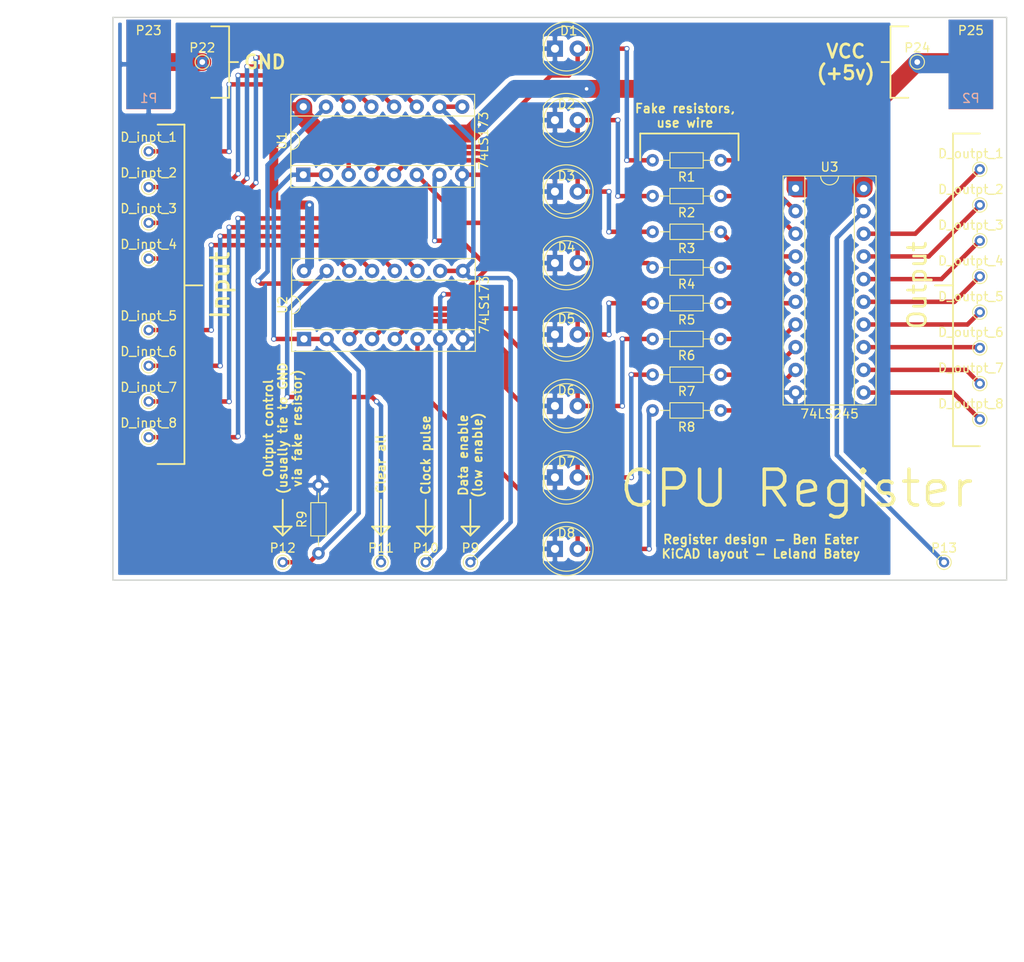
<source format=kicad_pcb>
(kicad_pcb (version 4) (host pcbnew 4.0.5-e0-6337~49~ubuntu16.04.1)

  (general
    (links 74)
    (no_connects 0)
    (area 49.924999 49.924999 150.075001 113.075001)
    (thickness 1.6)
    (drawings 53)
    (tracks 245)
    (zones 0)
    (modules 47)
    (nets 40)
  )

  (page A4)
  (layers
    (0 F.Cu signal)
    (31 B.Cu signal)
    (32 B.Adhes user)
    (33 F.Adhes user)
    (34 B.Paste user)
    (35 F.Paste user)
    (36 B.SilkS user)
    (37 F.SilkS user)
    (38 B.Mask user)
    (39 F.Mask user)
    (40 Dwgs.User user)
    (41 Cmts.User user)
    (42 Eco1.User user)
    (43 Eco2.User user)
    (44 Edge.Cuts user)
    (45 Margin user)
    (46 B.CrtYd user)
    (47 F.CrtYd user)
    (48 B.Fab user)
    (49 F.Fab user)
  )

  (setup
    (last_trace_width 2)
    (user_trace_width 0.25)
    (user_trace_width 0.5)
    (user_trace_width 1)
    (user_trace_width 2)
    (trace_clearance 0.2)
    (zone_clearance 0.508)
    (zone_45_only no)
    (trace_min 0.2)
    (segment_width 0.2)
    (edge_width 0.15)
    (via_size 0.6)
    (via_drill 0.4)
    (via_min_size 0.4)
    (via_min_drill 0.3)
    (uvia_size 0.3)
    (uvia_drill 0.1)
    (uvias_allowed no)
    (uvia_min_size 0.2)
    (uvia_min_drill 0.1)
    (pcb_text_width 0.3)
    (pcb_text_size 1.5 1.5)
    (mod_edge_width 0.15)
    (mod_text_size 1 1)
    (mod_text_width 0.15)
    (pad_size 1.524 1.524)
    (pad_drill 0.762)
    (pad_to_mask_clearance 0.2)
    (aux_axis_origin 0 0)
    (visible_elements FFFFFF7F)
    (pcbplotparams
      (layerselection 0x010e0_80000001)
      (usegerberextensions false)
      (excludeedgelayer true)
      (linewidth 0.100000)
      (plotframeref false)
      (viasonmask false)
      (mode 1)
      (useauxorigin false)
      (hpglpennumber 1)
      (hpglpenspeed 20)
      (hpglpendiameter 15)
      (hpglpenoverlay 2)
      (psnegative false)
      (psa4output false)
      (plotreference true)
      (plotvalue true)
      (plotinvisibletext false)
      (padsonsilk false)
      (subtractmaskfromsilk false)
      (outputformat 1)
      (mirror false)
      (drillshape 0)
      (scaleselection 1)
      (outputdirectory gerber_exports/))
  )

  (net 0 "")
  (net 1 "Net-(P9-Pad1)")
  (net 2 "Net-(P10-Pad1)")
  (net 3 "Net-(P11-Pad1)")
  (net 4 "Net-(P12-Pad1)")
  (net 5 "Net-(P13-Pad1)")
  (net 6 GND)
  (net 7 VCC)
  (net 8 "Net-(R2-Pad1)")
  (net 9 "Net-(R3-Pad1)")
  (net 10 "Net-(R4-Pad1)")
  (net 11 "Net-(R5-Pad1)")
  (net 12 "Net-(R6-Pad1)")
  (net 13 "Net-(R7-Pad1)")
  (net 14 "Net-(R8-Pad1)")
  (net 15 "Net-(D1-Pad2)")
  (net 16 "Net-(D2-Pad2)")
  (net 17 "Net-(D3-Pad2)")
  (net 18 "Net-(D4-Pad2)")
  (net 19 "Net-(D5-Pad2)")
  (net 20 "Net-(D6-Pad2)")
  (net 21 "Net-(D7-Pad2)")
  (net 22 "Net-(D8-Pad2)")
  (net 23 "Net-(D_inpt_1-Pad1)")
  (net 24 "Net-(D_inpt_2-Pad1)")
  (net 25 "Net-(D_inpt_3-Pad1)")
  (net 26 "Net-(D_inpt_4-Pad1)")
  (net 27 "Net-(D_inpt_5-Pad1)")
  (net 28 "Net-(D_inpt_6-Pad1)")
  (net 29 "Net-(D_inpt_7-Pad1)")
  (net 30 "Net-(D_inpt_8-Pad1)")
  (net 31 "Net-(D_outpt_1-Pad1)")
  (net 32 "Net-(D_outpt_2-Pad1)")
  (net 33 "Net-(D_outpt_3-Pad1)")
  (net 34 "Net-(D_outpt_4-Pad1)")
  (net 35 "Net-(D_outpt_5-Pad1)")
  (net 36 "Net-(D_outpt_6-Pad1)")
  (net 37 "Net-(D_outpt_7-Pad1)")
  (net 38 "Net-(D_outpt_8-Pad1)")
  (net 39 "Net-(R1-Pad1)")

  (net_class Default "This is the default net class."
    (clearance 0.2)
    (trace_width 0.25)
    (via_dia 0.6)
    (via_drill 0.4)
    (uvia_dia 0.3)
    (uvia_drill 0.1)
    (add_net GND)
    (add_net "Net-(D1-Pad2)")
    (add_net "Net-(D2-Pad2)")
    (add_net "Net-(D3-Pad2)")
    (add_net "Net-(D4-Pad2)")
    (add_net "Net-(D5-Pad2)")
    (add_net "Net-(D6-Pad2)")
    (add_net "Net-(D7-Pad2)")
    (add_net "Net-(D8-Pad2)")
    (add_net "Net-(D_inpt_1-Pad1)")
    (add_net "Net-(D_inpt_2-Pad1)")
    (add_net "Net-(D_inpt_3-Pad1)")
    (add_net "Net-(D_inpt_4-Pad1)")
    (add_net "Net-(D_inpt_5-Pad1)")
    (add_net "Net-(D_inpt_6-Pad1)")
    (add_net "Net-(D_inpt_7-Pad1)")
    (add_net "Net-(D_inpt_8-Pad1)")
    (add_net "Net-(D_outpt_1-Pad1)")
    (add_net "Net-(D_outpt_2-Pad1)")
    (add_net "Net-(D_outpt_3-Pad1)")
    (add_net "Net-(D_outpt_4-Pad1)")
    (add_net "Net-(D_outpt_5-Pad1)")
    (add_net "Net-(D_outpt_6-Pad1)")
    (add_net "Net-(D_outpt_7-Pad1)")
    (add_net "Net-(D_outpt_8-Pad1)")
    (add_net "Net-(P10-Pad1)")
    (add_net "Net-(P11-Pad1)")
    (add_net "Net-(P12-Pad1)")
    (add_net "Net-(P13-Pad1)")
    (add_net "Net-(P9-Pad1)")
    (add_net "Net-(R1-Pad1)")
    (add_net "Net-(R2-Pad1)")
    (add_net "Net-(R3-Pad1)")
    (add_net "Net-(R4-Pad1)")
    (add_net "Net-(R5-Pad1)")
    (add_net "Net-(R6-Pad1)")
    (add_net "Net-(R7-Pad1)")
    (add_net "Net-(R8-Pad1)")
    (add_net VCC)
  )

  (module Housings_DIP:DIP-16_W7.62mm_Socket (layer F.Cu) (tedit 58E83D26) (tstamp 58E8044A)
    (at 71.3 67.62 90)
    (descr "16-lead dip package, row spacing 7.62 mm (300 mils), Socket")
    (tags "DIL DIP PDIP 2.54mm 7.62mm 300mil Socket")
    (path /58E7EE89)
    (fp_text reference U1 (at 3.81 -2.39 90) (layer F.SilkS)
      (effects (font (size 1 1) (thickness 0.15)))
    )
    (fp_text value 74LS173 (at 3.81 20.17 90) (layer F.SilkS)
      (effects (font (size 1 1) (thickness 0.15)))
    )
    (fp_text user %R (at 3.81 8.89 90) (layer F.Fab)
      (effects (font (size 1 1) (thickness 0.15)))
    )
    (fp_line (start 1.635 -1.27) (end 6.985 -1.27) (layer F.Fab) (width 0.1))
    (fp_line (start 6.985 -1.27) (end 6.985 19.05) (layer F.Fab) (width 0.1))
    (fp_line (start 6.985 19.05) (end 0.635 19.05) (layer F.Fab) (width 0.1))
    (fp_line (start 0.635 19.05) (end 0.635 -0.27) (layer F.Fab) (width 0.1))
    (fp_line (start 0.635 -0.27) (end 1.635 -1.27) (layer F.Fab) (width 0.1))
    (fp_line (start -1.27 -1.27) (end -1.27 19.05) (layer F.Fab) (width 0.1))
    (fp_line (start -1.27 19.05) (end 8.89 19.05) (layer F.Fab) (width 0.1))
    (fp_line (start 8.89 19.05) (end 8.89 -1.27) (layer F.Fab) (width 0.1))
    (fp_line (start 8.89 -1.27) (end -1.27 -1.27) (layer F.Fab) (width 0.1))
    (fp_line (start 2.81 -1.39) (end 1.04 -1.39) (layer F.SilkS) (width 0.12))
    (fp_line (start 1.04 -1.39) (end 1.04 19.17) (layer F.SilkS) (width 0.12))
    (fp_line (start 1.04 19.17) (end 6.58 19.17) (layer F.SilkS) (width 0.12))
    (fp_line (start 6.58 19.17) (end 6.58 -1.39) (layer F.SilkS) (width 0.12))
    (fp_line (start 6.58 -1.39) (end 4.81 -1.39) (layer F.SilkS) (width 0.12))
    (fp_line (start -1.39 -1.39) (end -1.39 19.17) (layer F.SilkS) (width 0.12))
    (fp_line (start -1.39 19.17) (end 9.01 19.17) (layer F.SilkS) (width 0.12))
    (fp_line (start 9.01 19.17) (end 9.01 -1.39) (layer F.SilkS) (width 0.12))
    (fp_line (start 9.01 -1.39) (end -1.39 -1.39) (layer F.SilkS) (width 0.12))
    (fp_line (start -1.7 -1.7) (end -1.7 19.5) (layer F.CrtYd) (width 0.05))
    (fp_line (start -1.7 19.5) (end 9.3 19.5) (layer F.CrtYd) (width 0.05))
    (fp_line (start 9.3 19.5) (end 9.3 -1.7) (layer F.CrtYd) (width 0.05))
    (fp_line (start 9.3 -1.7) (end -1.7 -1.7) (layer F.CrtYd) (width 0.05))
    (fp_arc (start 3.81 -1.39) (end 2.81 -1.39) (angle -180) (layer F.SilkS) (width 0.12))
    (pad 1 thru_hole rect (at 0 0 90) (size 1.6 1.6) (drill 0.8) (layers *.Cu *.Mask)
      (net 4 "Net-(P12-Pad1)"))
    (pad 9 thru_hole oval (at 7.62 17.78 90) (size 1.6 1.6) (drill 0.8) (layers *.Cu *.Mask)
      (net 1 "Net-(P9-Pad1)"))
    (pad 2 thru_hole oval (at 0 2.54 90) (size 1.6 1.6) (drill 0.8) (layers *.Cu *.Mask)
      (net 4 "Net-(P12-Pad1)"))
    (pad 10 thru_hole oval (at 7.62 15.24 90) (size 1.6 1.6) (drill 0.8) (layers *.Cu *.Mask)
      (net 1 "Net-(P9-Pad1)"))
    (pad 3 thru_hole oval (at 0 5.08 90) (size 1.6 1.6) (drill 0.8) (layers *.Cu *.Mask)
      (net 15 "Net-(D1-Pad2)"))
    (pad 11 thru_hole oval (at 7.62 12.7 90) (size 1.6 1.6) (drill 0.8) (layers *.Cu *.Mask)
      (net 26 "Net-(D_inpt_4-Pad1)"))
    (pad 4 thru_hole oval (at 0 7.62 90) (size 1.6 1.6) (drill 0.8) (layers *.Cu *.Mask)
      (net 16 "Net-(D2-Pad2)"))
    (pad 12 thru_hole oval (at 7.62 10.16 90) (size 1.6 1.6) (drill 0.8) (layers *.Cu *.Mask)
      (net 25 "Net-(D_inpt_3-Pad1)"))
    (pad 5 thru_hole oval (at 0 10.16 90) (size 1.6 1.6) (drill 0.8) (layers *.Cu *.Mask)
      (net 17 "Net-(D3-Pad2)"))
    (pad 13 thru_hole oval (at 7.62 7.62 90) (size 1.6 1.6) (drill 0.8) (layers *.Cu *.Mask)
      (net 24 "Net-(D_inpt_2-Pad1)"))
    (pad 6 thru_hole oval (at 0 12.7 90) (size 1.6 1.6) (drill 0.8) (layers *.Cu *.Mask)
      (net 18 "Net-(D4-Pad2)"))
    (pad 14 thru_hole oval (at 7.62 5.08 90) (size 1.6 1.6) (drill 0.8) (layers *.Cu *.Mask)
      (net 23 "Net-(D_inpt_1-Pad1)"))
    (pad 7 thru_hole oval (at 0 15.24 90) (size 1.6 1.6) (drill 0.8) (layers *.Cu *.Mask)
      (net 2 "Net-(P10-Pad1)"))
    (pad 15 thru_hole oval (at 7.62 2.54 90) (size 1.6 1.6) (drill 0.8) (layers *.Cu *.Mask)
      (net 3 "Net-(P11-Pad1)"))
    (pad 8 thru_hole oval (at 0 17.78 90) (size 1.6 1.6) (drill 0.8) (layers *.Cu *.Mask)
      (net 6 GND))
    (pad 16 thru_hole oval (at 7.62 0 90) (size 1.6 1.6) (drill 0.8) (layers *.Cu *.Mask)
      (net 7 VCC))
    (model Housings_DIP.3dshapes/DIP-16_W7.62mm_Socket.wrl
      (at (xyz 0 0 0))
      (scale (xyz 1 1 1))
      (rotate (xyz 0 0 0))
    )
  )

  (module Connectors:PINTST (layer F.Cu) (tedit 58613369) (tstamp 58E803BF)
    (at 69 111)
    (descr "module 1 pin (ou trou mecanique de percage)")
    (tags DEV)
    (path /58E81269)
    (fp_text reference P12 (at 0 -1.6) (layer F.SilkS)
      (effects (font (size 1 1) (thickness 0.15)))
    )
    (fp_text value CONN_01X01 (at 0 1.6) (layer F.Fab)
      (effects (font (size 1 1) (thickness 0.15)))
    )
    (fp_circle (center 0 0) (end 1.1 0) (layer F.CrtYd) (width 0.05))
    (fp_circle (center 0 0) (end 0.4 0.6) (layer F.Fab) (width 0.1))
    (fp_circle (center 0 0) (end -0.254 -0.762) (layer F.SilkS) (width 0.12))
    (pad 1 thru_hole circle (at 0 0) (size 1.143 1.143) (drill 0.635) (layers *.Cu *.Mask)
      (net 4 "Net-(P12-Pad1)"))
    (model Connectors.3dshapes/PINTST.wrl
      (at (xyz 0 0 0))
      (scale (xyz 1 1 1))
      (rotate (xyz 0 0 0))
    )
  )

  (module Connectors:PINTST (layer F.Cu) (tedit 58613369) (tstamp 58E803C4)
    (at 143 111)
    (descr "module 1 pin (ou trou mecanique de percage)")
    (tags DEV)
    (path /58E83CD4)
    (fp_text reference P13 (at 0 -1.6) (layer F.SilkS)
      (effects (font (size 1 1) (thickness 0.15)))
    )
    (fp_text value CONN_01X01 (at 0 1.6) (layer F.Fab)
      (effects (font (size 1 1) (thickness 0.15)))
    )
    (fp_circle (center 0 0) (end 1.1 0) (layer F.CrtYd) (width 0.05))
    (fp_circle (center 0 0) (end 0.4 0.6) (layer F.Fab) (width 0.1))
    (fp_circle (center 0 0) (end -0.254 -0.762) (layer F.SilkS) (width 0.12))
    (pad 1 thru_hole circle (at 0 0) (size 1.143 1.143) (drill 0.635) (layers *.Cu *.Mask)
      (net 5 "Net-(P13-Pad1)"))
    (model Connectors.3dshapes/PINTST.wrl
      (at (xyz 0 0 0))
      (scale (xyz 1 1 1))
      (rotate (xyz 0 0 0))
    )
  )

  (module Connectors:PINTST (layer F.Cu) (tedit 58613369) (tstamp 58E803F1)
    (at 60 55)
    (descr "module 1 pin (ou trou mecanique de percage)")
    (tags DEV)
    (path /58E81B2E)
    (fp_text reference P22 (at 0 -1.6) (layer F.SilkS)
      (effects (font (size 1 1) (thickness 0.15)))
    )
    (fp_text value CONN_01X01 (at 0 1.6) (layer F.Fab)
      (effects (font (size 1 1) (thickness 0.15)))
    )
    (fp_circle (center 0 0) (end 1.1 0) (layer F.CrtYd) (width 0.05))
    (fp_circle (center 0 0) (end 0.4 0.6) (layer F.Fab) (width 0.1))
    (fp_circle (center 0 0) (end -0.254 -0.762) (layer F.SilkS) (width 0.12))
    (pad 1 thru_hole circle (at 0 0) (size 1.143 1.143) (drill 0.635) (layers *.Cu *.Mask)
      (net 6 GND))
    (model Connectors.3dshapes/PINTST.wrl
      (at (xyz 0 0 0))
      (scale (xyz 1 1 1))
      (rotate (xyz 0 0 0))
    )
  )

  (module Wire_Pads:SolderWirePad_single_SMD_5x10mm (layer F.Cu) (tedit 5640A485) (tstamp 58E803F6)
    (at 54 55.275)
    (descr "Wire Pad, Square, SMD Pad,  5mm x 10mm,")
    (tags "MesurementPoint Square SMDPad 5mmx10mm ")
    (path /58E81D7D)
    (attr smd)
    (fp_text reference P23 (at 0 -3.81) (layer F.SilkS)
      (effects (font (size 1 1) (thickness 0.15)))
    )
    (fp_text value CONN_01X01 (at 0 6.35) (layer F.Fab)
      (effects (font (size 1 1) (thickness 0.15)))
    )
    (fp_line (start 2.75 -5.25) (end -2.75 -5.25) (layer F.CrtYd) (width 0.05))
    (fp_line (start 2.75 5.25) (end 2.75 -5.25) (layer F.CrtYd) (width 0.05))
    (fp_line (start -2.75 5.25) (end 2.75 5.25) (layer F.CrtYd) (width 0.05))
    (fp_line (start -2.75 -5.25) (end -2.75 5.25) (layer F.CrtYd) (width 0.05))
    (pad 1 smd rect (at 0 0) (size 5 10) (layers F.Cu F.Paste F.Mask)
      (net 6 GND))
  )

  (module Connectors:PINTST (layer F.Cu) (tedit 58613369) (tstamp 58E803FB)
    (at 140 55)
    (descr "module 1 pin (ou trou mecanique de percage)")
    (tags DEV)
    (path /58E82042)
    (fp_text reference P24 (at 0 -1.6) (layer F.SilkS)
      (effects (font (size 1 1) (thickness 0.15)))
    )
    (fp_text value CONN_01X01 (at 0 1.6) (layer F.Fab)
      (effects (font (size 1 1) (thickness 0.15)))
    )
    (fp_circle (center 0 0) (end 1.1 0) (layer F.CrtYd) (width 0.05))
    (fp_circle (center 0 0) (end 0.4 0.6) (layer F.Fab) (width 0.1))
    (fp_circle (center 0 0) (end -0.254 -0.762) (layer F.SilkS) (width 0.12))
    (pad 1 thru_hole circle (at 0 0) (size 1.143 1.143) (drill 0.635) (layers *.Cu *.Mask)
      (net 7 VCC))
    (model Connectors.3dshapes/PINTST.wrl
      (at (xyz 0 0 0))
      (scale (xyz 1 1 1))
      (rotate (xyz 0 0 0))
    )
  )

  (module Wire_Pads:SolderWirePad_single_SMD_5x10mm (layer F.Cu) (tedit 5640A485) (tstamp 58E80400)
    (at 146 55.275)
    (descr "Wire Pad, Square, SMD Pad,  5mm x 10mm,")
    (tags "MesurementPoint Square SMDPad 5mmx10mm ")
    (path /58E81F44)
    (attr smd)
    (fp_text reference P25 (at 0 -3.81) (layer F.SilkS)
      (effects (font (size 1 1) (thickness 0.15)))
    )
    (fp_text value CONN_01X01 (at 0 6.35) (layer F.Fab)
      (effects (font (size 1 1) (thickness 0.15)))
    )
    (fp_line (start 2.75 -5.25) (end -2.75 -5.25) (layer F.CrtYd) (width 0.05))
    (fp_line (start 2.75 5.25) (end 2.75 -5.25) (layer F.CrtYd) (width 0.05))
    (fp_line (start -2.75 5.25) (end 2.75 5.25) (layer F.CrtYd) (width 0.05))
    (fp_line (start -2.75 -5.25) (end -2.75 5.25) (layer F.CrtYd) (width 0.05))
    (pad 1 smd rect (at 0 0) (size 5 10) (layers F.Cu F.Paste F.Mask)
      (net 7 VCC))
  )

  (module Housings_DIP:DIP-16_W7.62mm_Socket (layer F.Cu) (tedit 58E83D1F) (tstamp 58E8045E)
    (at 71.38 86 90)
    (descr "16-lead dip package, row spacing 7.62 mm (300 mils), Socket")
    (tags "DIL DIP PDIP 2.54mm 7.62mm 300mil Socket")
    (path /58E7EF64)
    (fp_text reference U2 (at 3.81 -2.39 90) (layer F.SilkS)
      (effects (font (size 1 1) (thickness 0.15)))
    )
    (fp_text value 74LS173 (at 3.81 20.17 90) (layer F.SilkS)
      (effects (font (size 1 1) (thickness 0.15)))
    )
    (fp_text user %R (at 3.81 8.89 90) (layer F.Fab)
      (effects (font (size 1 1) (thickness 0.15)))
    )
    (fp_line (start 1.635 -1.27) (end 6.985 -1.27) (layer F.Fab) (width 0.1))
    (fp_line (start 6.985 -1.27) (end 6.985 19.05) (layer F.Fab) (width 0.1))
    (fp_line (start 6.985 19.05) (end 0.635 19.05) (layer F.Fab) (width 0.1))
    (fp_line (start 0.635 19.05) (end 0.635 -0.27) (layer F.Fab) (width 0.1))
    (fp_line (start 0.635 -0.27) (end 1.635 -1.27) (layer F.Fab) (width 0.1))
    (fp_line (start -1.27 -1.27) (end -1.27 19.05) (layer F.Fab) (width 0.1))
    (fp_line (start -1.27 19.05) (end 8.89 19.05) (layer F.Fab) (width 0.1))
    (fp_line (start 8.89 19.05) (end 8.89 -1.27) (layer F.Fab) (width 0.1))
    (fp_line (start 8.89 -1.27) (end -1.27 -1.27) (layer F.Fab) (width 0.1))
    (fp_line (start 2.81 -1.39) (end 1.04 -1.39) (layer F.SilkS) (width 0.12))
    (fp_line (start 1.04 -1.39) (end 1.04 19.17) (layer F.SilkS) (width 0.12))
    (fp_line (start 1.04 19.17) (end 6.58 19.17) (layer F.SilkS) (width 0.12))
    (fp_line (start 6.58 19.17) (end 6.58 -1.39) (layer F.SilkS) (width 0.12))
    (fp_line (start 6.58 -1.39) (end 4.81 -1.39) (layer F.SilkS) (width 0.12))
    (fp_line (start -1.39 -1.39) (end -1.39 19.17) (layer F.SilkS) (width 0.12))
    (fp_line (start -1.39 19.17) (end 9.01 19.17) (layer F.SilkS) (width 0.12))
    (fp_line (start 9.01 19.17) (end 9.01 -1.39) (layer F.SilkS) (width 0.12))
    (fp_line (start 9.01 -1.39) (end -1.39 -1.39) (layer F.SilkS) (width 0.12))
    (fp_line (start -1.7 -1.7) (end -1.7 19.5) (layer F.CrtYd) (width 0.05))
    (fp_line (start -1.7 19.5) (end 9.3 19.5) (layer F.CrtYd) (width 0.05))
    (fp_line (start 9.3 19.5) (end 9.3 -1.7) (layer F.CrtYd) (width 0.05))
    (fp_line (start 9.3 -1.7) (end -1.7 -1.7) (layer F.CrtYd) (width 0.05))
    (fp_arc (start 3.81 -1.39) (end 2.81 -1.39) (angle -180) (layer F.SilkS) (width 0.12))
    (pad 1 thru_hole rect (at 0 0 90) (size 1.6 1.6) (drill 0.8) (layers *.Cu *.Mask)
      (net 4 "Net-(P12-Pad1)"))
    (pad 9 thru_hole oval (at 7.62 17.78 90) (size 1.6 1.6) (drill 0.8) (layers *.Cu *.Mask)
      (net 1 "Net-(P9-Pad1)"))
    (pad 2 thru_hole oval (at 0 2.54 90) (size 1.6 1.6) (drill 0.8) (layers *.Cu *.Mask)
      (net 4 "Net-(P12-Pad1)"))
    (pad 10 thru_hole oval (at 7.62 15.24 90) (size 1.6 1.6) (drill 0.8) (layers *.Cu *.Mask)
      (net 1 "Net-(P9-Pad1)"))
    (pad 3 thru_hole oval (at 0 5.08 90) (size 1.6 1.6) (drill 0.8) (layers *.Cu *.Mask)
      (net 19 "Net-(D5-Pad2)"))
    (pad 11 thru_hole oval (at 7.62 12.7 90) (size 1.6 1.6) (drill 0.8) (layers *.Cu *.Mask)
      (net 30 "Net-(D_inpt_8-Pad1)"))
    (pad 4 thru_hole oval (at 0 7.62 90) (size 1.6 1.6) (drill 0.8) (layers *.Cu *.Mask)
      (net 20 "Net-(D6-Pad2)"))
    (pad 12 thru_hole oval (at 7.62 10.16 90) (size 1.6 1.6) (drill 0.8) (layers *.Cu *.Mask)
      (net 29 "Net-(D_inpt_7-Pad1)"))
    (pad 5 thru_hole oval (at 0 10.16 90) (size 1.6 1.6) (drill 0.8) (layers *.Cu *.Mask)
      (net 21 "Net-(D7-Pad2)"))
    (pad 13 thru_hole oval (at 7.62 7.62 90) (size 1.6 1.6) (drill 0.8) (layers *.Cu *.Mask)
      (net 28 "Net-(D_inpt_6-Pad1)"))
    (pad 6 thru_hole oval (at 0 12.7 90) (size 1.6 1.6) (drill 0.8) (layers *.Cu *.Mask)
      (net 22 "Net-(D8-Pad2)"))
    (pad 14 thru_hole oval (at 7.62 5.08 90) (size 1.6 1.6) (drill 0.8) (layers *.Cu *.Mask)
      (net 27 "Net-(D_inpt_5-Pad1)"))
    (pad 7 thru_hole oval (at 0 15.24 90) (size 1.6 1.6) (drill 0.8) (layers *.Cu *.Mask)
      (net 2 "Net-(P10-Pad1)"))
    (pad 15 thru_hole oval (at 7.62 2.54 90) (size 1.6 1.6) (drill 0.8) (layers *.Cu *.Mask)
      (net 3 "Net-(P11-Pad1)"))
    (pad 8 thru_hole oval (at 0 17.78 90) (size 1.6 1.6) (drill 0.8) (layers *.Cu *.Mask)
      (net 6 GND))
    (pad 16 thru_hole oval (at 7.62 0 90) (size 1.6 1.6) (drill 0.8) (layers *.Cu *.Mask)
      (net 7 VCC))
    (model Housings_DIP.3dshapes/DIP-16_W7.62mm_Socket.wrl
      (at (xyz 0 0 0))
      (scale (xyz 1 1 1))
      (rotate (xyz 0 0 0))
    )
  )

  (module Housings_DIP:DIP-20_W7.62mm_Socket (layer F.Cu) (tedit 58E83D15) (tstamp 58E80476)
    (at 126.38 69.14)
    (descr "20-lead dip package, row spacing 7.62 mm (300 mils), Socket")
    (tags "DIL DIP PDIP 2.54mm 7.62mm 300mil Socket")
    (path /58E7EFBF)
    (fp_text reference U3 (at 3.81 -2.39) (layer F.SilkS)
      (effects (font (size 1 1) (thickness 0.15)))
    )
    (fp_text value 74LS245 (at 3.81 25.25) (layer F.SilkS)
      (effects (font (size 1 1) (thickness 0.15)))
    )
    (fp_text user %R (at 3.81 11.43) (layer F.Fab)
      (effects (font (size 1 1) (thickness 0.15)))
    )
    (fp_line (start 1.635 -1.27) (end 6.985 -1.27) (layer F.Fab) (width 0.1))
    (fp_line (start 6.985 -1.27) (end 6.985 24.13) (layer F.Fab) (width 0.1))
    (fp_line (start 6.985 24.13) (end 0.635 24.13) (layer F.Fab) (width 0.1))
    (fp_line (start 0.635 24.13) (end 0.635 -0.27) (layer F.Fab) (width 0.1))
    (fp_line (start 0.635 -0.27) (end 1.635 -1.27) (layer F.Fab) (width 0.1))
    (fp_line (start -1.27 -1.27) (end -1.27 24.13) (layer F.Fab) (width 0.1))
    (fp_line (start -1.27 24.13) (end 8.89 24.13) (layer F.Fab) (width 0.1))
    (fp_line (start 8.89 24.13) (end 8.89 -1.27) (layer F.Fab) (width 0.1))
    (fp_line (start 8.89 -1.27) (end -1.27 -1.27) (layer F.Fab) (width 0.1))
    (fp_line (start 2.81 -1.39) (end 1.04 -1.39) (layer F.SilkS) (width 0.12))
    (fp_line (start 1.04 -1.39) (end 1.04 24.25) (layer F.SilkS) (width 0.12))
    (fp_line (start 1.04 24.25) (end 6.58 24.25) (layer F.SilkS) (width 0.12))
    (fp_line (start 6.58 24.25) (end 6.58 -1.39) (layer F.SilkS) (width 0.12))
    (fp_line (start 6.58 -1.39) (end 4.81 -1.39) (layer F.SilkS) (width 0.12))
    (fp_line (start -1.39 -1.39) (end -1.39 24.25) (layer F.SilkS) (width 0.12))
    (fp_line (start -1.39 24.25) (end 9.01 24.25) (layer F.SilkS) (width 0.12))
    (fp_line (start 9.01 24.25) (end 9.01 -1.39) (layer F.SilkS) (width 0.12))
    (fp_line (start 9.01 -1.39) (end -1.39 -1.39) (layer F.SilkS) (width 0.12))
    (fp_line (start -1.7 -1.7) (end -1.7 24.5) (layer F.CrtYd) (width 0.05))
    (fp_line (start -1.7 24.5) (end 9.3 24.5) (layer F.CrtYd) (width 0.05))
    (fp_line (start 9.3 24.5) (end 9.3 -1.7) (layer F.CrtYd) (width 0.05))
    (fp_line (start 9.3 -1.7) (end -1.7 -1.7) (layer F.CrtYd) (width 0.05))
    (fp_arc (start 3.81 -1.39) (end 2.81 -1.39) (angle -180) (layer F.SilkS) (width 0.12))
    (pad 1 thru_hole rect (at 0 0) (size 1.6 1.6) (drill 0.8) (layers *.Cu *.Mask)
      (net 7 VCC))
    (pad 11 thru_hole oval (at 7.62 22.86) (size 1.6 1.6) (drill 0.8) (layers *.Cu *.Mask)
      (net 38 "Net-(D_outpt_8-Pad1)"))
    (pad 2 thru_hole oval (at 0 2.54) (size 1.6 1.6) (drill 0.8) (layers *.Cu *.Mask)
      (net 39 "Net-(R1-Pad1)"))
    (pad 12 thru_hole oval (at 7.62 20.32) (size 1.6 1.6) (drill 0.8) (layers *.Cu *.Mask)
      (net 37 "Net-(D_outpt_7-Pad1)"))
    (pad 3 thru_hole oval (at 0 5.08) (size 1.6 1.6) (drill 0.8) (layers *.Cu *.Mask)
      (net 8 "Net-(R2-Pad1)"))
    (pad 13 thru_hole oval (at 7.62 17.78) (size 1.6 1.6) (drill 0.8) (layers *.Cu *.Mask)
      (net 36 "Net-(D_outpt_6-Pad1)"))
    (pad 4 thru_hole oval (at 0 7.62) (size 1.6 1.6) (drill 0.8) (layers *.Cu *.Mask)
      (net 9 "Net-(R3-Pad1)"))
    (pad 14 thru_hole oval (at 7.62 15.24) (size 1.6 1.6) (drill 0.8) (layers *.Cu *.Mask)
      (net 35 "Net-(D_outpt_5-Pad1)"))
    (pad 5 thru_hole oval (at 0 10.16) (size 1.6 1.6) (drill 0.8) (layers *.Cu *.Mask)
      (net 10 "Net-(R4-Pad1)"))
    (pad 15 thru_hole oval (at 7.62 12.7) (size 1.6 1.6) (drill 0.8) (layers *.Cu *.Mask)
      (net 34 "Net-(D_outpt_4-Pad1)"))
    (pad 6 thru_hole oval (at 0 12.7) (size 1.6 1.6) (drill 0.8) (layers *.Cu *.Mask)
      (net 11 "Net-(R5-Pad1)"))
    (pad 16 thru_hole oval (at 7.62 10.16) (size 1.6 1.6) (drill 0.8) (layers *.Cu *.Mask)
      (net 33 "Net-(D_outpt_3-Pad1)"))
    (pad 7 thru_hole oval (at 0 15.24) (size 1.6 1.6) (drill 0.8) (layers *.Cu *.Mask)
      (net 12 "Net-(R6-Pad1)"))
    (pad 17 thru_hole oval (at 7.62 7.62) (size 1.6 1.6) (drill 0.8) (layers *.Cu *.Mask)
      (net 32 "Net-(D_outpt_2-Pad1)"))
    (pad 8 thru_hole oval (at 0 17.78) (size 1.6 1.6) (drill 0.8) (layers *.Cu *.Mask)
      (net 13 "Net-(R7-Pad1)"))
    (pad 18 thru_hole oval (at 7.62 5.08) (size 1.6 1.6) (drill 0.8) (layers *.Cu *.Mask)
      (net 31 "Net-(D_outpt_1-Pad1)"))
    (pad 9 thru_hole oval (at 0 20.32) (size 1.6 1.6) (drill 0.8) (layers *.Cu *.Mask)
      (net 14 "Net-(R8-Pad1)"))
    (pad 19 thru_hole oval (at 7.62 2.54) (size 1.6 1.6) (drill 0.8) (layers *.Cu *.Mask)
      (net 5 "Net-(P13-Pad1)"))
    (pad 10 thru_hole oval (at 0 22.86) (size 1.6 1.6) (drill 0.8) (layers *.Cu *.Mask)
      (net 6 GND))
    (pad 20 thru_hole oval (at 7.62 0) (size 1.6 1.6) (drill 0.8) (layers *.Cu *.Mask)
      (net 7 VCC))
    (model Housings_DIP.3dshapes/DIP-20_W7.62mm_Socket.wrl
      (at (xyz 0 0 0))
      (scale (xyz 1 1 1))
      (rotate (xyz 0 0 0))
    )
  )

  (module LEDs:LED_D5.0mm (layer F.Cu) (tedit 587A3A7B) (tstamp 58E81255)
    (at 99.46 53.5)
    (descr "LED, diameter 5.0mm, 2 pins, http://cdn-reichelt.de/documents/datenblatt/A500/LL-504BC2E-009.pdf")
    (tags "LED diameter 5.0mm 2 pins")
    (path /58E881D8)
    (fp_text reference D1 (at 1.54 -2) (layer F.SilkS)
      (effects (font (size 1 1) (thickness 0.15)))
    )
    (fp_text value LED (at 1.27 3.96) (layer F.Fab)
      (effects (font (size 1 1) (thickness 0.15)))
    )
    (fp_arc (start 1.27 0) (end -1.23 -1.469694) (angle 299.1) (layer F.Fab) (width 0.1))
    (fp_arc (start 1.27 0) (end -1.29 -1.54483) (angle 148.9) (layer F.SilkS) (width 0.12))
    (fp_arc (start 1.27 0) (end -1.29 1.54483) (angle -148.9) (layer F.SilkS) (width 0.12))
    (fp_circle (center 1.27 0) (end 3.77 0) (layer F.Fab) (width 0.1))
    (fp_circle (center 1.27 0) (end 3.77 0) (layer F.SilkS) (width 0.12))
    (fp_line (start -1.23 -1.469694) (end -1.23 1.469694) (layer F.Fab) (width 0.1))
    (fp_line (start -1.29 -1.545) (end -1.29 1.545) (layer F.SilkS) (width 0.12))
    (fp_line (start -1.95 -3.25) (end -1.95 3.25) (layer F.CrtYd) (width 0.05))
    (fp_line (start -1.95 3.25) (end 4.5 3.25) (layer F.CrtYd) (width 0.05))
    (fp_line (start 4.5 3.25) (end 4.5 -3.25) (layer F.CrtYd) (width 0.05))
    (fp_line (start 4.5 -3.25) (end -1.95 -3.25) (layer F.CrtYd) (width 0.05))
    (pad 1 thru_hole rect (at 0 0) (size 1.8 1.8) (drill 0.9) (layers *.Cu *.Mask)
      (net 6 GND))
    (pad 2 thru_hole circle (at 2.54 0) (size 1.8 1.8) (drill 0.9) (layers *.Cu *.Mask)
      (net 15 "Net-(D1-Pad2)"))
    (model LEDs.3dshapes/LED_D5.0mm.wrl
      (at (xyz 0 0 0))
      (scale (xyz 0.393701 0.393701 0.393701))
      (rotate (xyz 0 0 0))
    )
  )

  (module LEDs:LED_D5.0mm (layer F.Cu) (tedit 587A3A7B) (tstamp 58E8125B)
    (at 99.46 61.5)
    (descr "LED, diameter 5.0mm, 2 pins, http://cdn-reichelt.de/documents/datenblatt/A500/LL-504BC2E-009.pdf")
    (tags "LED diameter 5.0mm 2 pins")
    (path /58E881D2)
    (fp_text reference D2 (at 1.29 -1.75) (layer F.SilkS)
      (effects (font (size 1 1) (thickness 0.15)))
    )
    (fp_text value LED (at 1.27 3.96) (layer F.Fab)
      (effects (font (size 1 1) (thickness 0.15)))
    )
    (fp_arc (start 1.27 0) (end -1.23 -1.469694) (angle 299.1) (layer F.Fab) (width 0.1))
    (fp_arc (start 1.27 0) (end -1.29 -1.54483) (angle 148.9) (layer F.SilkS) (width 0.12))
    (fp_arc (start 1.27 0) (end -1.29 1.54483) (angle -148.9) (layer F.SilkS) (width 0.12))
    (fp_circle (center 1.27 0) (end 3.77 0) (layer F.Fab) (width 0.1))
    (fp_circle (center 1.27 0) (end 3.77 0) (layer F.SilkS) (width 0.12))
    (fp_line (start -1.23 -1.469694) (end -1.23 1.469694) (layer F.Fab) (width 0.1))
    (fp_line (start -1.29 -1.545) (end -1.29 1.545) (layer F.SilkS) (width 0.12))
    (fp_line (start -1.95 -3.25) (end -1.95 3.25) (layer F.CrtYd) (width 0.05))
    (fp_line (start -1.95 3.25) (end 4.5 3.25) (layer F.CrtYd) (width 0.05))
    (fp_line (start 4.5 3.25) (end 4.5 -3.25) (layer F.CrtYd) (width 0.05))
    (fp_line (start 4.5 -3.25) (end -1.95 -3.25) (layer F.CrtYd) (width 0.05))
    (pad 1 thru_hole rect (at 0 0) (size 1.8 1.8) (drill 0.9) (layers *.Cu *.Mask)
      (net 6 GND))
    (pad 2 thru_hole circle (at 2.54 0) (size 1.8 1.8) (drill 0.9) (layers *.Cu *.Mask)
      (net 16 "Net-(D2-Pad2)"))
    (model LEDs.3dshapes/LED_D5.0mm.wrl
      (at (xyz 0 0 0))
      (scale (xyz 0.393701 0.393701 0.393701))
      (rotate (xyz 0 0 0))
    )
  )

  (module LEDs:LED_D5.0mm (layer F.Cu) (tedit 587A3A7B) (tstamp 58E81261)
    (at 99.46 69.5)
    (descr "LED, diameter 5.0mm, 2 pins, http://cdn-reichelt.de/documents/datenblatt/A500/LL-504BC2E-009.pdf")
    (tags "LED diameter 5.0mm 2 pins")
    (path /58E881CC)
    (fp_text reference D3 (at 1.29 -1.75) (layer F.SilkS)
      (effects (font (size 1 1) (thickness 0.15)))
    )
    (fp_text value LED (at 1.27 3.96) (layer F.Fab)
      (effects (font (size 1 1) (thickness 0.15)))
    )
    (fp_arc (start 1.27 0) (end -1.23 -1.469694) (angle 299.1) (layer F.Fab) (width 0.1))
    (fp_arc (start 1.27 0) (end -1.29 -1.54483) (angle 148.9) (layer F.SilkS) (width 0.12))
    (fp_arc (start 1.27 0) (end -1.29 1.54483) (angle -148.9) (layer F.SilkS) (width 0.12))
    (fp_circle (center 1.27 0) (end 3.77 0) (layer F.Fab) (width 0.1))
    (fp_circle (center 1.27 0) (end 3.77 0) (layer F.SilkS) (width 0.12))
    (fp_line (start -1.23 -1.469694) (end -1.23 1.469694) (layer F.Fab) (width 0.1))
    (fp_line (start -1.29 -1.545) (end -1.29 1.545) (layer F.SilkS) (width 0.12))
    (fp_line (start -1.95 -3.25) (end -1.95 3.25) (layer F.CrtYd) (width 0.05))
    (fp_line (start -1.95 3.25) (end 4.5 3.25) (layer F.CrtYd) (width 0.05))
    (fp_line (start 4.5 3.25) (end 4.5 -3.25) (layer F.CrtYd) (width 0.05))
    (fp_line (start 4.5 -3.25) (end -1.95 -3.25) (layer F.CrtYd) (width 0.05))
    (pad 1 thru_hole rect (at 0 0) (size 1.8 1.8) (drill 0.9) (layers *.Cu *.Mask)
      (net 6 GND))
    (pad 2 thru_hole circle (at 2.54 0) (size 1.8 1.8) (drill 0.9) (layers *.Cu *.Mask)
      (net 17 "Net-(D3-Pad2)"))
    (model LEDs.3dshapes/LED_D5.0mm.wrl
      (at (xyz 0 0 0))
      (scale (xyz 0.393701 0.393701 0.393701))
      (rotate (xyz 0 0 0))
    )
  )

  (module LEDs:LED_D5.0mm (layer F.Cu) (tedit 587A3A7B) (tstamp 58E81267)
    (at 99.46 77.5)
    (descr "LED, diameter 5.0mm, 2 pins, http://cdn-reichelt.de/documents/datenblatt/A500/LL-504BC2E-009.pdf")
    (tags "LED diameter 5.0mm 2 pins")
    (path /58E881C6)
    (fp_text reference D4 (at 1.29 -1.75) (layer F.SilkS)
      (effects (font (size 1 1) (thickness 0.15)))
    )
    (fp_text value LED (at 1.27 3.96) (layer F.Fab)
      (effects (font (size 1 1) (thickness 0.15)))
    )
    (fp_arc (start 1.27 0) (end -1.23 -1.469694) (angle 299.1) (layer F.Fab) (width 0.1))
    (fp_arc (start 1.27 0) (end -1.29 -1.54483) (angle 148.9) (layer F.SilkS) (width 0.12))
    (fp_arc (start 1.27 0) (end -1.29 1.54483) (angle -148.9) (layer F.SilkS) (width 0.12))
    (fp_circle (center 1.27 0) (end 3.77 0) (layer F.Fab) (width 0.1))
    (fp_circle (center 1.27 0) (end 3.77 0) (layer F.SilkS) (width 0.12))
    (fp_line (start -1.23 -1.469694) (end -1.23 1.469694) (layer F.Fab) (width 0.1))
    (fp_line (start -1.29 -1.545) (end -1.29 1.545) (layer F.SilkS) (width 0.12))
    (fp_line (start -1.95 -3.25) (end -1.95 3.25) (layer F.CrtYd) (width 0.05))
    (fp_line (start -1.95 3.25) (end 4.5 3.25) (layer F.CrtYd) (width 0.05))
    (fp_line (start 4.5 3.25) (end 4.5 -3.25) (layer F.CrtYd) (width 0.05))
    (fp_line (start 4.5 -3.25) (end -1.95 -3.25) (layer F.CrtYd) (width 0.05))
    (pad 1 thru_hole rect (at 0 0) (size 1.8 1.8) (drill 0.9) (layers *.Cu *.Mask)
      (net 6 GND))
    (pad 2 thru_hole circle (at 2.54 0) (size 1.8 1.8) (drill 0.9) (layers *.Cu *.Mask)
      (net 18 "Net-(D4-Pad2)"))
    (model LEDs.3dshapes/LED_D5.0mm.wrl
      (at (xyz 0 0 0))
      (scale (xyz 0.393701 0.393701 0.393701))
      (rotate (xyz 0 0 0))
    )
  )

  (module LEDs:LED_D5.0mm (layer F.Cu) (tedit 587A3A7B) (tstamp 58E8126D)
    (at 99.46 85.5)
    (descr "LED, diameter 5.0mm, 2 pins, http://cdn-reichelt.de/documents/datenblatt/A500/LL-504BC2E-009.pdf")
    (tags "LED diameter 5.0mm 2 pins")
    (path /58E87C8D)
    (fp_text reference D5 (at 1.29 -1.75) (layer F.SilkS)
      (effects (font (size 1 1) (thickness 0.15)))
    )
    (fp_text value LED (at 1.27 3.96) (layer F.Fab)
      (effects (font (size 1 1) (thickness 0.15)))
    )
    (fp_arc (start 1.27 0) (end -1.23 -1.469694) (angle 299.1) (layer F.Fab) (width 0.1))
    (fp_arc (start 1.27 0) (end -1.29 -1.54483) (angle 148.9) (layer F.SilkS) (width 0.12))
    (fp_arc (start 1.27 0) (end -1.29 1.54483) (angle -148.9) (layer F.SilkS) (width 0.12))
    (fp_circle (center 1.27 0) (end 3.77 0) (layer F.Fab) (width 0.1))
    (fp_circle (center 1.27 0) (end 3.77 0) (layer F.SilkS) (width 0.12))
    (fp_line (start -1.23 -1.469694) (end -1.23 1.469694) (layer F.Fab) (width 0.1))
    (fp_line (start -1.29 -1.545) (end -1.29 1.545) (layer F.SilkS) (width 0.12))
    (fp_line (start -1.95 -3.25) (end -1.95 3.25) (layer F.CrtYd) (width 0.05))
    (fp_line (start -1.95 3.25) (end 4.5 3.25) (layer F.CrtYd) (width 0.05))
    (fp_line (start 4.5 3.25) (end 4.5 -3.25) (layer F.CrtYd) (width 0.05))
    (fp_line (start 4.5 -3.25) (end -1.95 -3.25) (layer F.CrtYd) (width 0.05))
    (pad 1 thru_hole rect (at 0 0) (size 1.8 1.8) (drill 0.9) (layers *.Cu *.Mask)
      (net 6 GND))
    (pad 2 thru_hole circle (at 2.54 0) (size 1.8 1.8) (drill 0.9) (layers *.Cu *.Mask)
      (net 19 "Net-(D5-Pad2)"))
    (model LEDs.3dshapes/LED_D5.0mm.wrl
      (at (xyz 0 0 0))
      (scale (xyz 0.393701 0.393701 0.393701))
      (rotate (xyz 0 0 0))
    )
  )

  (module LEDs:LED_D5.0mm (layer F.Cu) (tedit 587A3A7B) (tstamp 58E81273)
    (at 99.46 93.5)
    (descr "LED, diameter 5.0mm, 2 pins, http://cdn-reichelt.de/documents/datenblatt/A500/LL-504BC2E-009.pdf")
    (tags "LED diameter 5.0mm 2 pins")
    (path /58E87BFF)
    (fp_text reference D6 (at 1.29 -1.75) (layer F.SilkS)
      (effects (font (size 1 1) (thickness 0.15)))
    )
    (fp_text value LED (at 1.27 3.96) (layer F.Fab)
      (effects (font (size 1 1) (thickness 0.15)))
    )
    (fp_arc (start 1.27 0) (end -1.23 -1.469694) (angle 299.1) (layer F.Fab) (width 0.1))
    (fp_arc (start 1.27 0) (end -1.29 -1.54483) (angle 148.9) (layer F.SilkS) (width 0.12))
    (fp_arc (start 1.27 0) (end -1.29 1.54483) (angle -148.9) (layer F.SilkS) (width 0.12))
    (fp_circle (center 1.27 0) (end 3.77 0) (layer F.Fab) (width 0.1))
    (fp_circle (center 1.27 0) (end 3.77 0) (layer F.SilkS) (width 0.12))
    (fp_line (start -1.23 -1.469694) (end -1.23 1.469694) (layer F.Fab) (width 0.1))
    (fp_line (start -1.29 -1.545) (end -1.29 1.545) (layer F.SilkS) (width 0.12))
    (fp_line (start -1.95 -3.25) (end -1.95 3.25) (layer F.CrtYd) (width 0.05))
    (fp_line (start -1.95 3.25) (end 4.5 3.25) (layer F.CrtYd) (width 0.05))
    (fp_line (start 4.5 3.25) (end 4.5 -3.25) (layer F.CrtYd) (width 0.05))
    (fp_line (start 4.5 -3.25) (end -1.95 -3.25) (layer F.CrtYd) (width 0.05))
    (pad 1 thru_hole rect (at 0 0) (size 1.8 1.8) (drill 0.9) (layers *.Cu *.Mask)
      (net 6 GND))
    (pad 2 thru_hole circle (at 2.54 0) (size 1.8 1.8) (drill 0.9) (layers *.Cu *.Mask)
      (net 20 "Net-(D6-Pad2)"))
    (model LEDs.3dshapes/LED_D5.0mm.wrl
      (at (xyz 0 0 0))
      (scale (xyz 0.393701 0.393701 0.393701))
      (rotate (xyz 0 0 0))
    )
  )

  (module LEDs:LED_D5.0mm (layer F.Cu) (tedit 587A3A7B) (tstamp 58E81279)
    (at 99.46 101.5)
    (descr "LED, diameter 5.0mm, 2 pins, http://cdn-reichelt.de/documents/datenblatt/A500/LL-504BC2E-009.pdf")
    (tags "LED diameter 5.0mm 2 pins")
    (path /58E87A97)
    (fp_text reference D7 (at 1.29 -1.75) (layer F.SilkS)
      (effects (font (size 1 1) (thickness 0.15)))
    )
    (fp_text value LED (at 1.27 3.96) (layer F.Fab)
      (effects (font (size 1 1) (thickness 0.15)))
    )
    (fp_arc (start 1.27 0) (end -1.23 -1.469694) (angle 299.1) (layer F.Fab) (width 0.1))
    (fp_arc (start 1.27 0) (end -1.29 -1.54483) (angle 148.9) (layer F.SilkS) (width 0.12))
    (fp_arc (start 1.27 0) (end -1.29 1.54483) (angle -148.9) (layer F.SilkS) (width 0.12))
    (fp_circle (center 1.27 0) (end 3.77 0) (layer F.Fab) (width 0.1))
    (fp_circle (center 1.27 0) (end 3.77 0) (layer F.SilkS) (width 0.12))
    (fp_line (start -1.23 -1.469694) (end -1.23 1.469694) (layer F.Fab) (width 0.1))
    (fp_line (start -1.29 -1.545) (end -1.29 1.545) (layer F.SilkS) (width 0.12))
    (fp_line (start -1.95 -3.25) (end -1.95 3.25) (layer F.CrtYd) (width 0.05))
    (fp_line (start -1.95 3.25) (end 4.5 3.25) (layer F.CrtYd) (width 0.05))
    (fp_line (start 4.5 3.25) (end 4.5 -3.25) (layer F.CrtYd) (width 0.05))
    (fp_line (start 4.5 -3.25) (end -1.95 -3.25) (layer F.CrtYd) (width 0.05))
    (pad 1 thru_hole rect (at 0 0) (size 1.8 1.8) (drill 0.9) (layers *.Cu *.Mask)
      (net 6 GND))
    (pad 2 thru_hole circle (at 2.54 0) (size 1.8 1.8) (drill 0.9) (layers *.Cu *.Mask)
      (net 21 "Net-(D7-Pad2)"))
    (model LEDs.3dshapes/LED_D5.0mm.wrl
      (at (xyz 0 0 0))
      (scale (xyz 0.393701 0.393701 0.393701))
      (rotate (xyz 0 0 0))
    )
  )

  (module LEDs:LED_D5.0mm (layer F.Cu) (tedit 587A3A7B) (tstamp 58E8127F)
    (at 99.46 109.5)
    (descr "LED, diameter 5.0mm, 2 pins, http://cdn-reichelt.de/documents/datenblatt/A500/LL-504BC2E-009.pdf")
    (tags "LED diameter 5.0mm 2 pins")
    (path /58E877C8)
    (fp_text reference D8 (at 1.29 -1.75) (layer F.SilkS)
      (effects (font (size 1 1) (thickness 0.15)))
    )
    (fp_text value LED (at 1.29 1.75) (layer F.Fab)
      (effects (font (size 1 1) (thickness 0.15)))
    )
    (fp_arc (start 1.27 0) (end -1.23 -1.469694) (angle 299.1) (layer F.Fab) (width 0.1))
    (fp_arc (start 1.27 0) (end -1.29 -1.54483) (angle 148.9) (layer F.SilkS) (width 0.12))
    (fp_arc (start 1.27 0) (end -1.29 1.54483) (angle -148.9) (layer F.SilkS) (width 0.12))
    (fp_circle (center 1.27 0) (end 3.77 0) (layer F.Fab) (width 0.1))
    (fp_circle (center 1.27 0) (end 3.77 0) (layer F.SilkS) (width 0.12))
    (fp_line (start -1.23 -1.469694) (end -1.23 1.469694) (layer F.Fab) (width 0.1))
    (fp_line (start -1.29 -1.545) (end -1.29 1.545) (layer F.SilkS) (width 0.12))
    (fp_line (start -1.95 -3.25) (end -1.95 3.25) (layer F.CrtYd) (width 0.05))
    (fp_line (start -1.95 3.25) (end 4.5 3.25) (layer F.CrtYd) (width 0.05))
    (fp_line (start 4.5 3.25) (end 4.5 -3.25) (layer F.CrtYd) (width 0.05))
    (fp_line (start 4.5 -3.25) (end -1.95 -3.25) (layer F.CrtYd) (width 0.05))
    (pad 1 thru_hole rect (at 0 0) (size 1.8 1.8) (drill 0.9) (layers *.Cu *.Mask)
      (net 6 GND))
    (pad 2 thru_hole circle (at 2.54 0) (size 1.8 1.8) (drill 0.9) (layers *.Cu *.Mask)
      (net 22 "Net-(D8-Pad2)"))
    (model LEDs.3dshapes/LED_D5.0mm.wrl
      (at (xyz 0 0 0))
      (scale (xyz 0.393701 0.393701 0.393701))
      (rotate (xyz 0 0 0))
    )
  )

  (module Connectors:PINTST (layer F.Cu) (tedit 58613369) (tstamp 58EA8EE7)
    (at 90 111)
    (descr "module 1 pin (ou trou mecanique de percage)")
    (tags DEV)
    (path /58E7F933)
    (fp_text reference P9 (at 0 -1.6) (layer F.SilkS)
      (effects (font (size 1 1) (thickness 0.15)))
    )
    (fp_text value CONN_01X01 (at 0 1.6) (layer F.Fab)
      (effects (font (size 1 1) (thickness 0.15)))
    )
    (fp_circle (center 0 0) (end 1.1 0) (layer F.CrtYd) (width 0.05))
    (fp_circle (center 0 0) (end 0.4 0.6) (layer F.Fab) (width 0.1))
    (fp_circle (center 0 0) (end -0.254 -0.762) (layer F.SilkS) (width 0.12))
    (pad 1 thru_hole circle (at 0 0) (size 1.143 1.143) (drill 0.635) (layers *.Cu *.Mask)
      (net 1 "Net-(P9-Pad1)"))
    (model Connectors.3dshapes/PINTST.wrl
      (at (xyz 0 0 0))
      (scale (xyz 1 1 1))
      (rotate (xyz 0 0 0))
    )
  )

  (module Connectors:PINTST (layer F.Cu) (tedit 58613369) (tstamp 58EA8EEF)
    (at 85 111)
    (descr "module 1 pin (ou trou mecanique de percage)")
    (tags DEV)
    (path /58E7FC5C)
    (fp_text reference P10 (at 0 -1.6) (layer F.SilkS)
      (effects (font (size 1 1) (thickness 0.15)))
    )
    (fp_text value CONN_01X01 (at 0 1.6) (layer F.Fab)
      (effects (font (size 1 1) (thickness 0.15)))
    )
    (fp_circle (center 0 0) (end 1.1 0) (layer F.CrtYd) (width 0.05))
    (fp_circle (center 0 0) (end 0.4 0.6) (layer F.Fab) (width 0.1))
    (fp_circle (center 0 0) (end -0.254 -0.762) (layer F.SilkS) (width 0.12))
    (pad 1 thru_hole circle (at 0 0) (size 1.143 1.143) (drill 0.635) (layers *.Cu *.Mask)
      (net 2 "Net-(P10-Pad1)"))
    (model Connectors.3dshapes/PINTST.wrl
      (at (xyz 0 0 0))
      (scale (xyz 1 1 1))
      (rotate (xyz 0 0 0))
    )
  )

  (module Connectors:PINTST (layer F.Cu) (tedit 58613369) (tstamp 58EA8EF7)
    (at 80 111)
    (descr "module 1 pin (ou trou mecanique de percage)")
    (tags DEV)
    (path /58E80121)
    (fp_text reference P11 (at 0 -1.6) (layer F.SilkS)
      (effects (font (size 1 1) (thickness 0.15)))
    )
    (fp_text value CONN_01X01 (at 0 1.6) (layer F.Fab)
      (effects (font (size 1 1) (thickness 0.15)))
    )
    (fp_circle (center 0 0) (end 1.1 0) (layer F.CrtYd) (width 0.05))
    (fp_circle (center 0 0) (end 0.4 0.6) (layer F.Fab) (width 0.1))
    (fp_circle (center 0 0) (end -0.254 -0.762) (layer F.SilkS) (width 0.12))
    (pad 1 thru_hole circle (at 0 0) (size 1.143 1.143) (drill 0.635) (layers *.Cu *.Mask)
      (net 3 "Net-(P11-Pad1)"))
    (model Connectors.3dshapes/PINTST.wrl
      (at (xyz 0 0 0))
      (scale (xyz 1 1 1))
      (rotate (xyz 0 0 0))
    )
  )

  (module Connectors:PINTST (layer F.Cu) (tedit 58613369) (tstamp 58EA93B9)
    (at 54 65)
    (descr "module 1 pin (ou trou mecanique de percage)")
    (tags DEV)
    (path /58E7F39A)
    (fp_text reference D_inpt_1 (at 0 -1.6) (layer F.SilkS)
      (effects (font (size 1 1) (thickness 0.15)))
    )
    (fp_text value CONN_01X01 (at 0 1.6) (layer F.Fab)
      (effects (font (size 1 1) (thickness 0.15)))
    )
    (fp_circle (center 0 0) (end 1.1 0) (layer F.CrtYd) (width 0.05))
    (fp_circle (center 0 0) (end 0.4 0.6) (layer F.Fab) (width 0.1))
    (fp_circle (center 0 0) (end -0.254 -0.762) (layer F.SilkS) (width 0.12))
    (pad 1 thru_hole circle (at 0 0) (size 1.143 1.143) (drill 0.635) (layers *.Cu *.Mask)
      (net 23 "Net-(D_inpt_1-Pad1)"))
    (model Connectors.3dshapes/PINTST.wrl
      (at (xyz 0 0 0))
      (scale (xyz 1 1 1))
      (rotate (xyz 0 0 0))
    )
  )

  (module Connectors:PINTST (layer F.Cu) (tedit 58613369) (tstamp 58EA93C1)
    (at 54 69)
    (descr "module 1 pin (ou trou mecanique de percage)")
    (tags DEV)
    (path /58E7F3D4)
    (fp_text reference D_inpt_2 (at 0 -1.6) (layer F.SilkS)
      (effects (font (size 1 1) (thickness 0.15)))
    )
    (fp_text value CONN_01X01 (at 0 1.6) (layer F.Fab)
      (effects (font (size 1 1) (thickness 0.15)))
    )
    (fp_circle (center 0 0) (end 1.1 0) (layer F.CrtYd) (width 0.05))
    (fp_circle (center 0 0) (end 0.4 0.6) (layer F.Fab) (width 0.1))
    (fp_circle (center 0 0) (end -0.254 -0.762) (layer F.SilkS) (width 0.12))
    (pad 1 thru_hole circle (at 0 0) (size 1.143 1.143) (drill 0.635) (layers *.Cu *.Mask)
      (net 24 "Net-(D_inpt_2-Pad1)"))
    (model Connectors.3dshapes/PINTST.wrl
      (at (xyz 0 0 0))
      (scale (xyz 1 1 1))
      (rotate (xyz 0 0 0))
    )
  )

  (module Connectors:PINTST (layer F.Cu) (tedit 58613369) (tstamp 58EA93C9)
    (at 54 73)
    (descr "module 1 pin (ou trou mecanique de percage)")
    (tags DEV)
    (path /58E7F634)
    (fp_text reference D_inpt_3 (at 0 -1.6) (layer F.SilkS)
      (effects (font (size 1 1) (thickness 0.15)))
    )
    (fp_text value CONN_01X01 (at 0 1.6) (layer F.Fab)
      (effects (font (size 1 1) (thickness 0.15)))
    )
    (fp_circle (center 0 0) (end 1.1 0) (layer F.CrtYd) (width 0.05))
    (fp_circle (center 0 0) (end 0.4 0.6) (layer F.Fab) (width 0.1))
    (fp_circle (center 0 0) (end -0.254 -0.762) (layer F.SilkS) (width 0.12))
    (pad 1 thru_hole circle (at 0 0) (size 1.143 1.143) (drill 0.635) (layers *.Cu *.Mask)
      (net 25 "Net-(D_inpt_3-Pad1)"))
    (model Connectors.3dshapes/PINTST.wrl
      (at (xyz 0 0 0))
      (scale (xyz 1 1 1))
      (rotate (xyz 0 0 0))
    )
  )

  (module Connectors:PINTST (layer F.Cu) (tedit 58613369) (tstamp 58EA93D1)
    (at 54 77)
    (descr "module 1 pin (ou trou mecanique de percage)")
    (tags DEV)
    (path /58E7F63A)
    (fp_text reference D_inpt_4 (at 0 -1.6) (layer F.SilkS)
      (effects (font (size 1 1) (thickness 0.15)))
    )
    (fp_text value CONN_01X01 (at 0 1.6) (layer F.Fab)
      (effects (font (size 1 1) (thickness 0.15)))
    )
    (fp_circle (center 0 0) (end 1.1 0) (layer F.CrtYd) (width 0.05))
    (fp_circle (center 0 0) (end 0.4 0.6) (layer F.Fab) (width 0.1))
    (fp_circle (center 0 0) (end -0.254 -0.762) (layer F.SilkS) (width 0.12))
    (pad 1 thru_hole circle (at 0 0) (size 1.143 1.143) (drill 0.635) (layers *.Cu *.Mask)
      (net 26 "Net-(D_inpt_4-Pad1)"))
    (model Connectors.3dshapes/PINTST.wrl
      (at (xyz 0 0 0))
      (scale (xyz 1 1 1))
      (rotate (xyz 0 0 0))
    )
  )

  (module Connectors:PINTST (layer F.Cu) (tedit 58613369) (tstamp 58EA93D9)
    (at 54 85)
    (descr "module 1 pin (ou trou mecanique de percage)")
    (tags DEV)
    (path /58E8040C)
    (fp_text reference D_inpt_5 (at 0 -1.6) (layer F.SilkS)
      (effects (font (size 1 1) (thickness 0.15)))
    )
    (fp_text value CONN_01X01 (at 0 1.6) (layer F.Fab)
      (effects (font (size 1 1) (thickness 0.15)))
    )
    (fp_circle (center 0 0) (end 1.1 0) (layer F.CrtYd) (width 0.05))
    (fp_circle (center 0 0) (end 0.4 0.6) (layer F.Fab) (width 0.1))
    (fp_circle (center 0 0) (end -0.254 -0.762) (layer F.SilkS) (width 0.12))
    (pad 1 thru_hole circle (at 0 0) (size 1.143 1.143) (drill 0.635) (layers *.Cu *.Mask)
      (net 27 "Net-(D_inpt_5-Pad1)"))
    (model Connectors.3dshapes/PINTST.wrl
      (at (xyz 0 0 0))
      (scale (xyz 1 1 1))
      (rotate (xyz 0 0 0))
    )
  )

  (module Connectors:PINTST (layer F.Cu) (tedit 58613369) (tstamp 58EA93E1)
    (at 54 89)
    (descr "module 1 pin (ou trou mecanique de percage)")
    (tags DEV)
    (path /58E804F2)
    (fp_text reference D_inpt_6 (at 0 -1.6) (layer F.SilkS)
      (effects (font (size 1 1) (thickness 0.15)))
    )
    (fp_text value CONN_01X01 (at 0 1.6) (layer F.Fab)
      (effects (font (size 1 1) (thickness 0.15)))
    )
    (fp_circle (center 0 0) (end 1.1 0) (layer F.CrtYd) (width 0.05))
    (fp_circle (center 0 0) (end 0.4 0.6) (layer F.Fab) (width 0.1))
    (fp_circle (center 0 0) (end -0.254 -0.762) (layer F.SilkS) (width 0.12))
    (pad 1 thru_hole circle (at 0 0) (size 1.143 1.143) (drill 0.635) (layers *.Cu *.Mask)
      (net 28 "Net-(D_inpt_6-Pad1)"))
    (model Connectors.3dshapes/PINTST.wrl
      (at (xyz 0 0 0))
      (scale (xyz 1 1 1))
      (rotate (xyz 0 0 0))
    )
  )

  (module Connectors:PINTST (layer F.Cu) (tedit 58613369) (tstamp 58EA93E9)
    (at 54 93)
    (descr "module 1 pin (ou trou mecanique de percage)")
    (tags DEV)
    (path /58E80537)
    (fp_text reference D_inpt_7 (at 0 -1.6) (layer F.SilkS)
      (effects (font (size 1 1) (thickness 0.15)))
    )
    (fp_text value CONN_01X01 (at 0 1.6) (layer F.Fab)
      (effects (font (size 1 1) (thickness 0.15)))
    )
    (fp_circle (center 0 0) (end 1.1 0) (layer F.CrtYd) (width 0.05))
    (fp_circle (center 0 0) (end 0.4 0.6) (layer F.Fab) (width 0.1))
    (fp_circle (center 0 0) (end -0.254 -0.762) (layer F.SilkS) (width 0.12))
    (pad 1 thru_hole circle (at 0 0) (size 1.143 1.143) (drill 0.635) (layers *.Cu *.Mask)
      (net 29 "Net-(D_inpt_7-Pad1)"))
    (model Connectors.3dshapes/PINTST.wrl
      (at (xyz 0 0 0))
      (scale (xyz 1 1 1))
      (rotate (xyz 0 0 0))
    )
  )

  (module Connectors:PINTST (layer F.Cu) (tedit 58613369) (tstamp 58EA93F1)
    (at 54 97)
    (descr "module 1 pin (ou trou mecanique de percage)")
    (tags DEV)
    (path /58E8059B)
    (fp_text reference D_inpt_8 (at 0 -1.6) (layer F.SilkS)
      (effects (font (size 1 1) (thickness 0.15)))
    )
    (fp_text value CONN_01X01 (at 0 1.6) (layer F.Fab)
      (effects (font (size 1 1) (thickness 0.15)))
    )
    (fp_circle (center 0 0) (end 1.1 0) (layer F.CrtYd) (width 0.05))
    (fp_circle (center 0 0) (end 0.4 0.6) (layer F.Fab) (width 0.1))
    (fp_circle (center 0 0) (end -0.254 -0.762) (layer F.SilkS) (width 0.12))
    (pad 1 thru_hole circle (at 0 0) (size 1.143 1.143) (drill 0.635) (layers *.Cu *.Mask)
      (net 30 "Net-(D_inpt_8-Pad1)"))
    (model Connectors.3dshapes/PINTST.wrl
      (at (xyz 0 0 0))
      (scale (xyz 1 1 1))
      (rotate (xyz 0 0 0))
    )
  )

  (module Connectors:PINTST (layer F.Cu) (tedit 58613369) (tstamp 58EA93F9)
    (at 147 67)
    (descr "module 1 pin (ou trou mecanique de percage)")
    (tags DEV)
    (path /58E845E3)
    (fp_text reference D_outpt_1 (at -1 -1.75) (layer F.SilkS)
      (effects (font (size 1 1) (thickness 0.15)))
    )
    (fp_text value CONN_01X01 (at 0 1.6) (layer F.Fab)
      (effects (font (size 1 1) (thickness 0.15)))
    )
    (fp_circle (center 0 0) (end 1.1 0) (layer F.CrtYd) (width 0.05))
    (fp_circle (center 0 0) (end 0.4 0.6) (layer F.Fab) (width 0.1))
    (fp_circle (center 0 0) (end -0.254 -0.762) (layer F.SilkS) (width 0.12))
    (pad 1 thru_hole circle (at 0 0) (size 1.143 1.143) (drill 0.635) (layers *.Cu *.Mask)
      (net 31 "Net-(D_outpt_1-Pad1)"))
    (model Connectors.3dshapes/PINTST.wrl
      (at (xyz 0 0 0))
      (scale (xyz 1 1 1))
      (rotate (xyz 0 0 0))
    )
  )

  (module Connectors:PINTST (layer F.Cu) (tedit 58613369) (tstamp 58EA9401)
    (at 147 71)
    (descr "module 1 pin (ou trou mecanique de percage)")
    (tags DEV)
    (path /58E846E7)
    (fp_text reference D_outpt_2 (at -1 -1.75) (layer F.SilkS)
      (effects (font (size 1 1) (thickness 0.15)))
    )
    (fp_text value CONN_01X01 (at 0 1.6) (layer F.Fab)
      (effects (font (size 1 1) (thickness 0.15)))
    )
    (fp_circle (center 0 0) (end 1.1 0) (layer F.CrtYd) (width 0.05))
    (fp_circle (center 0 0) (end 0.4 0.6) (layer F.Fab) (width 0.1))
    (fp_circle (center 0 0) (end -0.254 -0.762) (layer F.SilkS) (width 0.12))
    (pad 1 thru_hole circle (at 0 0) (size 1.143 1.143) (drill 0.635) (layers *.Cu *.Mask)
      (net 32 "Net-(D_outpt_2-Pad1)"))
    (model Connectors.3dshapes/PINTST.wrl
      (at (xyz 0 0 0))
      (scale (xyz 1 1 1))
      (rotate (xyz 0 0 0))
    )
  )

  (module Connectors:PINTST (layer F.Cu) (tedit 58613369) (tstamp 58EA9409)
    (at 147 75)
    (descr "module 1 pin (ou trou mecanique de percage)")
    (tags DEV)
    (path /58E84754)
    (fp_text reference D_outpt_3 (at -1 -1.75) (layer F.SilkS)
      (effects (font (size 1 1) (thickness 0.15)))
    )
    (fp_text value CONN_01X01 (at 0 1.6) (layer F.Fab)
      (effects (font (size 1 1) (thickness 0.15)))
    )
    (fp_circle (center 0 0) (end 1.1 0) (layer F.CrtYd) (width 0.05))
    (fp_circle (center 0 0) (end 0.4 0.6) (layer F.Fab) (width 0.1))
    (fp_circle (center 0 0) (end -0.254 -0.762) (layer F.SilkS) (width 0.12))
    (pad 1 thru_hole circle (at 0 0) (size 1.143 1.143) (drill 0.635) (layers *.Cu *.Mask)
      (net 33 "Net-(D_outpt_3-Pad1)"))
    (model Connectors.3dshapes/PINTST.wrl
      (at (xyz 0 0 0))
      (scale (xyz 1 1 1))
      (rotate (xyz 0 0 0))
    )
  )

  (module Connectors:PINTST (layer F.Cu) (tedit 58613369) (tstamp 58EA9411)
    (at 147 79)
    (descr "module 1 pin (ou trou mecanique de percage)")
    (tags DEV)
    (path /58E84822)
    (fp_text reference D_outpt_4 (at -1 -1.75) (layer F.SilkS)
      (effects (font (size 1 1) (thickness 0.15)))
    )
    (fp_text value CONN_01X01 (at 0 1.6) (layer F.Fab)
      (effects (font (size 1 1) (thickness 0.15)))
    )
    (fp_circle (center 0 0) (end 1.1 0) (layer F.CrtYd) (width 0.05))
    (fp_circle (center 0 0) (end 0.4 0.6) (layer F.Fab) (width 0.1))
    (fp_circle (center 0 0) (end -0.254 -0.762) (layer F.SilkS) (width 0.12))
    (pad 1 thru_hole circle (at 0 0) (size 1.143 1.143) (drill 0.635) (layers *.Cu *.Mask)
      (net 34 "Net-(D_outpt_4-Pad1)"))
    (model Connectors.3dshapes/PINTST.wrl
      (at (xyz 0 0 0))
      (scale (xyz 1 1 1))
      (rotate (xyz 0 0 0))
    )
  )

  (module Connectors:PINTST (layer F.Cu) (tedit 58613369) (tstamp 58EA9419)
    (at 147 83)
    (descr "module 1 pin (ou trou mecanique de percage)")
    (tags DEV)
    (path /58E84891)
    (fp_text reference D_outpt_5 (at -1 -1.75) (layer F.SilkS)
      (effects (font (size 1 1) (thickness 0.15)))
    )
    (fp_text value CONN_01X01 (at 0 1.6) (layer F.Fab)
      (effects (font (size 1 1) (thickness 0.15)))
    )
    (fp_circle (center 0 0) (end 1.1 0) (layer F.CrtYd) (width 0.05))
    (fp_circle (center 0 0) (end 0.4 0.6) (layer F.Fab) (width 0.1))
    (fp_circle (center 0 0) (end -0.254 -0.762) (layer F.SilkS) (width 0.12))
    (pad 1 thru_hole circle (at 0 0) (size 1.143 1.143) (drill 0.635) (layers *.Cu *.Mask)
      (net 35 "Net-(D_outpt_5-Pad1)"))
    (model Connectors.3dshapes/PINTST.wrl
      (at (xyz 0 0 0))
      (scale (xyz 1 1 1))
      (rotate (xyz 0 0 0))
    )
  )

  (module Connectors:PINTST (layer F.Cu) (tedit 58613369) (tstamp 58EA9421)
    (at 147 87)
    (descr "module 1 pin (ou trou mecanique de percage)")
    (tags DEV)
    (path /58E84903)
    (fp_text reference D_outpt_6 (at -1 -1.75) (layer F.SilkS)
      (effects (font (size 1 1) (thickness 0.15)))
    )
    (fp_text value CONN_01X01 (at 0 1.6) (layer F.Fab)
      (effects (font (size 1 1) (thickness 0.15)))
    )
    (fp_circle (center 0 0) (end 1.1 0) (layer F.CrtYd) (width 0.05))
    (fp_circle (center 0 0) (end 0.4 0.6) (layer F.Fab) (width 0.1))
    (fp_circle (center 0 0) (end -0.254 -0.762) (layer F.SilkS) (width 0.12))
    (pad 1 thru_hole circle (at 0 0) (size 1.143 1.143) (drill 0.635) (layers *.Cu *.Mask)
      (net 36 "Net-(D_outpt_6-Pad1)"))
    (model Connectors.3dshapes/PINTST.wrl
      (at (xyz 0 0 0))
      (scale (xyz 1 1 1))
      (rotate (xyz 0 0 0))
    )
  )

  (module Connectors:PINTST (layer F.Cu) (tedit 58613369) (tstamp 58EA9429)
    (at 147 91)
    (descr "module 1 pin (ou trou mecanique de percage)")
    (tags DEV)
    (path /58E8497C)
    (fp_text reference D_outpt_7 (at -1 -1.75) (layer F.SilkS)
      (effects (font (size 1 1) (thickness 0.15)))
    )
    (fp_text value CONN_01X01 (at 0 1.6) (layer F.Fab)
      (effects (font (size 1 1) (thickness 0.15)))
    )
    (fp_circle (center 0 0) (end 1.1 0) (layer F.CrtYd) (width 0.05))
    (fp_circle (center 0 0) (end 0.4 0.6) (layer F.Fab) (width 0.1))
    (fp_circle (center 0 0) (end -0.254 -0.762) (layer F.SilkS) (width 0.12))
    (pad 1 thru_hole circle (at 0 0) (size 1.143 1.143) (drill 0.635) (layers *.Cu *.Mask)
      (net 37 "Net-(D_outpt_7-Pad1)"))
    (model Connectors.3dshapes/PINTST.wrl
      (at (xyz 0 0 0))
      (scale (xyz 1 1 1))
      (rotate (xyz 0 0 0))
    )
  )

  (module Connectors:PINTST (layer F.Cu) (tedit 58613369) (tstamp 58EA9431)
    (at 147 95)
    (descr "module 1 pin (ou trou mecanique de percage)")
    (tags DEV)
    (path /58E849F4)
    (fp_text reference D_outpt_8 (at -1 -1.75) (layer F.SilkS)
      (effects (font (size 1 1) (thickness 0.15)))
    )
    (fp_text value CONN_01X01 (at 0 1.6) (layer F.Fab)
      (effects (font (size 1 1) (thickness 0.15)))
    )
    (fp_circle (center 0 0) (end 1.1 0) (layer F.CrtYd) (width 0.05))
    (fp_circle (center 0 0) (end 0.4 0.6) (layer F.Fab) (width 0.1))
    (fp_circle (center 0 0) (end -0.254 -0.762) (layer F.SilkS) (width 0.12))
    (pad 1 thru_hole circle (at 0 0) (size 1.143 1.143) (drill 0.635) (layers *.Cu *.Mask)
      (net 38 "Net-(D_outpt_8-Pad1)"))
    (model Connectors.3dshapes/PINTST.wrl
      (at (xyz 0 0 0))
      (scale (xyz 1 1 1))
      (rotate (xyz 0 0 0))
    )
  )

  (module Resistors_THT:R_Axial_DIN0204_L3.6mm_D1.6mm_P7.62mm_Horizontal (layer F.Cu) (tedit 5874F706) (tstamp 58EA972C)
    (at 118 66 180)
    (descr "Resistor, Axial_DIN0204 series, Axial, Horizontal, pin pitch=7.62mm, 0.16666666666666666W = 1/6W, length*diameter=3.6*1.6mm^2, http://cdn-reichelt.de/documents/datenblatt/B400/1_4W%23YAG.pdf")
    (tags "Resistor Axial_DIN0204 series Axial Horizontal pin pitch 7.62mm 0.16666666666666666W = 1/6W length 3.6mm diameter 1.6mm")
    (path /58E7EBB1)
    (fp_text reference R1 (at 3.81 -1.86 180) (layer F.SilkS)
      (effects (font (size 1 1) (thickness 0.15)))
    )
    (fp_text value "0 ohm" (at 3.81 1.86 180) (layer F.Fab)
      (effects (font (size 1 1) (thickness 0.15)))
    )
    (fp_line (start 2.01 -0.8) (end 2.01 0.8) (layer F.Fab) (width 0.1))
    (fp_line (start 2.01 0.8) (end 5.61 0.8) (layer F.Fab) (width 0.1))
    (fp_line (start 5.61 0.8) (end 5.61 -0.8) (layer F.Fab) (width 0.1))
    (fp_line (start 5.61 -0.8) (end 2.01 -0.8) (layer F.Fab) (width 0.1))
    (fp_line (start 0 0) (end 2.01 0) (layer F.Fab) (width 0.1))
    (fp_line (start 7.62 0) (end 5.61 0) (layer F.Fab) (width 0.1))
    (fp_line (start 1.95 -0.86) (end 1.95 0.86) (layer F.SilkS) (width 0.12))
    (fp_line (start 1.95 0.86) (end 5.67 0.86) (layer F.SilkS) (width 0.12))
    (fp_line (start 5.67 0.86) (end 5.67 -0.86) (layer F.SilkS) (width 0.12))
    (fp_line (start 5.67 -0.86) (end 1.95 -0.86) (layer F.SilkS) (width 0.12))
    (fp_line (start 0.88 0) (end 1.95 0) (layer F.SilkS) (width 0.12))
    (fp_line (start 6.74 0) (end 5.67 0) (layer F.SilkS) (width 0.12))
    (fp_line (start -0.95 -1.15) (end -0.95 1.15) (layer F.CrtYd) (width 0.05))
    (fp_line (start -0.95 1.15) (end 8.6 1.15) (layer F.CrtYd) (width 0.05))
    (fp_line (start 8.6 1.15) (end 8.6 -1.15) (layer F.CrtYd) (width 0.05))
    (fp_line (start 8.6 -1.15) (end -0.95 -1.15) (layer F.CrtYd) (width 0.05))
    (pad 1 thru_hole circle (at 0 0 180) (size 1.4 1.4) (drill 0.7) (layers *.Cu *.Mask)
      (net 39 "Net-(R1-Pad1)"))
    (pad 2 thru_hole oval (at 7.62 0 180) (size 1.4 1.4) (drill 0.7) (layers *.Cu *.Mask)
      (net 15 "Net-(D1-Pad2)"))
    (model Resistors_THT.3dshapes/R_Axial_DIN0204_L3.6mm_D1.6mm_P7.62mm_Horizontal.wrl
      (at (xyz 0 0 0))
      (scale (xyz 0.393701 0.393701 0.393701))
      (rotate (xyz 0 0 0))
    )
  )

  (module Resistors_THT:R_Axial_DIN0204_L3.6mm_D1.6mm_P7.62mm_Horizontal (layer F.Cu) (tedit 5874F706) (tstamp 58EA9732)
    (at 118 70 180)
    (descr "Resistor, Axial_DIN0204 series, Axial, Horizontal, pin pitch=7.62mm, 0.16666666666666666W = 1/6W, length*diameter=3.6*1.6mm^2, http://cdn-reichelt.de/documents/datenblatt/B400/1_4W%23YAG.pdf")
    (tags "Resistor Axial_DIN0204 series Axial Horizontal pin pitch 7.62mm 0.16666666666666666W = 1/6W length 3.6mm diameter 1.6mm")
    (path /58E80CA4)
    (fp_text reference R2 (at 3.81 -1.86 180) (layer F.SilkS)
      (effects (font (size 1 1) (thickness 0.15)))
    )
    (fp_text value "0 ohm" (at 3.81 1.86 180) (layer F.Fab)
      (effects (font (size 1 1) (thickness 0.15)))
    )
    (fp_line (start 2.01 -0.8) (end 2.01 0.8) (layer F.Fab) (width 0.1))
    (fp_line (start 2.01 0.8) (end 5.61 0.8) (layer F.Fab) (width 0.1))
    (fp_line (start 5.61 0.8) (end 5.61 -0.8) (layer F.Fab) (width 0.1))
    (fp_line (start 5.61 -0.8) (end 2.01 -0.8) (layer F.Fab) (width 0.1))
    (fp_line (start 0 0) (end 2.01 0) (layer F.Fab) (width 0.1))
    (fp_line (start 7.62 0) (end 5.61 0) (layer F.Fab) (width 0.1))
    (fp_line (start 1.95 -0.86) (end 1.95 0.86) (layer F.SilkS) (width 0.12))
    (fp_line (start 1.95 0.86) (end 5.67 0.86) (layer F.SilkS) (width 0.12))
    (fp_line (start 5.67 0.86) (end 5.67 -0.86) (layer F.SilkS) (width 0.12))
    (fp_line (start 5.67 -0.86) (end 1.95 -0.86) (layer F.SilkS) (width 0.12))
    (fp_line (start 0.88 0) (end 1.95 0) (layer F.SilkS) (width 0.12))
    (fp_line (start 6.74 0) (end 5.67 0) (layer F.SilkS) (width 0.12))
    (fp_line (start -0.95 -1.15) (end -0.95 1.15) (layer F.CrtYd) (width 0.05))
    (fp_line (start -0.95 1.15) (end 8.6 1.15) (layer F.CrtYd) (width 0.05))
    (fp_line (start 8.6 1.15) (end 8.6 -1.15) (layer F.CrtYd) (width 0.05))
    (fp_line (start 8.6 -1.15) (end -0.95 -1.15) (layer F.CrtYd) (width 0.05))
    (pad 1 thru_hole circle (at 0 0 180) (size 1.4 1.4) (drill 0.7) (layers *.Cu *.Mask)
      (net 8 "Net-(R2-Pad1)"))
    (pad 2 thru_hole oval (at 7.62 0 180) (size 1.4 1.4) (drill 0.7) (layers *.Cu *.Mask)
      (net 16 "Net-(D2-Pad2)"))
    (model Resistors_THT.3dshapes/R_Axial_DIN0204_L3.6mm_D1.6mm_P7.62mm_Horizontal.wrl
      (at (xyz 0 0 0))
      (scale (xyz 0.393701 0.393701 0.393701))
      (rotate (xyz 0 0 0))
    )
  )

  (module Resistors_THT:R_Axial_DIN0204_L3.6mm_D1.6mm_P7.62mm_Horizontal (layer F.Cu) (tedit 5874F706) (tstamp 58EA9738)
    (at 118 74 180)
    (descr "Resistor, Axial_DIN0204 series, Axial, Horizontal, pin pitch=7.62mm, 0.16666666666666666W = 1/6W, length*diameter=3.6*1.6mm^2, http://cdn-reichelt.de/documents/datenblatt/B400/1_4W%23YAG.pdf")
    (tags "Resistor Axial_DIN0204 series Axial Horizontal pin pitch 7.62mm 0.16666666666666666W = 1/6W length 3.6mm diameter 1.6mm")
    (path /58E80CEC)
    (fp_text reference R3 (at 3.81 -1.86 180) (layer F.SilkS)
      (effects (font (size 1 1) (thickness 0.15)))
    )
    (fp_text value "0 ohm" (at 3.81 1.86 180) (layer F.Fab)
      (effects (font (size 1 1) (thickness 0.15)))
    )
    (fp_line (start 2.01 -0.8) (end 2.01 0.8) (layer F.Fab) (width 0.1))
    (fp_line (start 2.01 0.8) (end 5.61 0.8) (layer F.Fab) (width 0.1))
    (fp_line (start 5.61 0.8) (end 5.61 -0.8) (layer F.Fab) (width 0.1))
    (fp_line (start 5.61 -0.8) (end 2.01 -0.8) (layer F.Fab) (width 0.1))
    (fp_line (start 0 0) (end 2.01 0) (layer F.Fab) (width 0.1))
    (fp_line (start 7.62 0) (end 5.61 0) (layer F.Fab) (width 0.1))
    (fp_line (start 1.95 -0.86) (end 1.95 0.86) (layer F.SilkS) (width 0.12))
    (fp_line (start 1.95 0.86) (end 5.67 0.86) (layer F.SilkS) (width 0.12))
    (fp_line (start 5.67 0.86) (end 5.67 -0.86) (layer F.SilkS) (width 0.12))
    (fp_line (start 5.67 -0.86) (end 1.95 -0.86) (layer F.SilkS) (width 0.12))
    (fp_line (start 0.88 0) (end 1.95 0) (layer F.SilkS) (width 0.12))
    (fp_line (start 6.74 0) (end 5.67 0) (layer F.SilkS) (width 0.12))
    (fp_line (start -0.95 -1.15) (end -0.95 1.15) (layer F.CrtYd) (width 0.05))
    (fp_line (start -0.95 1.15) (end 8.6 1.15) (layer F.CrtYd) (width 0.05))
    (fp_line (start 8.6 1.15) (end 8.6 -1.15) (layer F.CrtYd) (width 0.05))
    (fp_line (start 8.6 -1.15) (end -0.95 -1.15) (layer F.CrtYd) (width 0.05))
    (pad 1 thru_hole circle (at 0 0 180) (size 1.4 1.4) (drill 0.7) (layers *.Cu *.Mask)
      (net 9 "Net-(R3-Pad1)"))
    (pad 2 thru_hole oval (at 7.62 0 180) (size 1.4 1.4) (drill 0.7) (layers *.Cu *.Mask)
      (net 17 "Net-(D3-Pad2)"))
    (model Resistors_THT.3dshapes/R_Axial_DIN0204_L3.6mm_D1.6mm_P7.62mm_Horizontal.wrl
      (at (xyz 0 0 0))
      (scale (xyz 0.393701 0.393701 0.393701))
      (rotate (xyz 0 0 0))
    )
  )

  (module Resistors_THT:R_Axial_DIN0204_L3.6mm_D1.6mm_P7.62mm_Horizontal (layer F.Cu) (tedit 5874F706) (tstamp 58EA973E)
    (at 118 78 180)
    (descr "Resistor, Axial_DIN0204 series, Axial, Horizontal, pin pitch=7.62mm, 0.16666666666666666W = 1/6W, length*diameter=3.6*1.6mm^2, http://cdn-reichelt.de/documents/datenblatt/B400/1_4W%23YAG.pdf")
    (tags "Resistor Axial_DIN0204 series Axial Horizontal pin pitch 7.62mm 0.16666666666666666W = 1/6W length 3.6mm diameter 1.6mm")
    (path /58E80D33)
    (fp_text reference R4 (at 3.81 -1.86 180) (layer F.SilkS)
      (effects (font (size 1 1) (thickness 0.15)))
    )
    (fp_text value "0 ohm" (at 3.81 1.86 180) (layer F.Fab)
      (effects (font (size 1 1) (thickness 0.15)))
    )
    (fp_line (start 2.01 -0.8) (end 2.01 0.8) (layer F.Fab) (width 0.1))
    (fp_line (start 2.01 0.8) (end 5.61 0.8) (layer F.Fab) (width 0.1))
    (fp_line (start 5.61 0.8) (end 5.61 -0.8) (layer F.Fab) (width 0.1))
    (fp_line (start 5.61 -0.8) (end 2.01 -0.8) (layer F.Fab) (width 0.1))
    (fp_line (start 0 0) (end 2.01 0) (layer F.Fab) (width 0.1))
    (fp_line (start 7.62 0) (end 5.61 0) (layer F.Fab) (width 0.1))
    (fp_line (start 1.95 -0.86) (end 1.95 0.86) (layer F.SilkS) (width 0.12))
    (fp_line (start 1.95 0.86) (end 5.67 0.86) (layer F.SilkS) (width 0.12))
    (fp_line (start 5.67 0.86) (end 5.67 -0.86) (layer F.SilkS) (width 0.12))
    (fp_line (start 5.67 -0.86) (end 1.95 -0.86) (layer F.SilkS) (width 0.12))
    (fp_line (start 0.88 0) (end 1.95 0) (layer F.SilkS) (width 0.12))
    (fp_line (start 6.74 0) (end 5.67 0) (layer F.SilkS) (width 0.12))
    (fp_line (start -0.95 -1.15) (end -0.95 1.15) (layer F.CrtYd) (width 0.05))
    (fp_line (start -0.95 1.15) (end 8.6 1.15) (layer F.CrtYd) (width 0.05))
    (fp_line (start 8.6 1.15) (end 8.6 -1.15) (layer F.CrtYd) (width 0.05))
    (fp_line (start 8.6 -1.15) (end -0.95 -1.15) (layer F.CrtYd) (width 0.05))
    (pad 1 thru_hole circle (at 0 0 180) (size 1.4 1.4) (drill 0.7) (layers *.Cu *.Mask)
      (net 10 "Net-(R4-Pad1)"))
    (pad 2 thru_hole oval (at 7.62 0 180) (size 1.4 1.4) (drill 0.7) (layers *.Cu *.Mask)
      (net 18 "Net-(D4-Pad2)"))
    (model Resistors_THT.3dshapes/R_Axial_DIN0204_L3.6mm_D1.6mm_P7.62mm_Horizontal.wrl
      (at (xyz 0 0 0))
      (scale (xyz 0.393701 0.393701 0.393701))
      (rotate (xyz 0 0 0))
    )
  )

  (module Resistors_THT:R_Axial_DIN0204_L3.6mm_D1.6mm_P7.62mm_Horizontal (layer F.Cu) (tedit 5874F706) (tstamp 58EA9744)
    (at 118 82 180)
    (descr "Resistor, Axial_DIN0204 series, Axial, Horizontal, pin pitch=7.62mm, 0.16666666666666666W = 1/6W, length*diameter=3.6*1.6mm^2, http://cdn-reichelt.de/documents/datenblatt/B400/1_4W%23YAG.pdf")
    (tags "Resistor Axial_DIN0204 series Axial Horizontal pin pitch 7.62mm 0.16666666666666666W = 1/6W length 3.6mm diameter 1.6mm")
    (path /58E80F27)
    (fp_text reference R5 (at 3.81 -1.86 180) (layer F.SilkS)
      (effects (font (size 1 1) (thickness 0.15)))
    )
    (fp_text value "0 ohm" (at 3.81 1.86 180) (layer F.Fab)
      (effects (font (size 1 1) (thickness 0.15)))
    )
    (fp_line (start 2.01 -0.8) (end 2.01 0.8) (layer F.Fab) (width 0.1))
    (fp_line (start 2.01 0.8) (end 5.61 0.8) (layer F.Fab) (width 0.1))
    (fp_line (start 5.61 0.8) (end 5.61 -0.8) (layer F.Fab) (width 0.1))
    (fp_line (start 5.61 -0.8) (end 2.01 -0.8) (layer F.Fab) (width 0.1))
    (fp_line (start 0 0) (end 2.01 0) (layer F.Fab) (width 0.1))
    (fp_line (start 7.62 0) (end 5.61 0) (layer F.Fab) (width 0.1))
    (fp_line (start 1.95 -0.86) (end 1.95 0.86) (layer F.SilkS) (width 0.12))
    (fp_line (start 1.95 0.86) (end 5.67 0.86) (layer F.SilkS) (width 0.12))
    (fp_line (start 5.67 0.86) (end 5.67 -0.86) (layer F.SilkS) (width 0.12))
    (fp_line (start 5.67 -0.86) (end 1.95 -0.86) (layer F.SilkS) (width 0.12))
    (fp_line (start 0.88 0) (end 1.95 0) (layer F.SilkS) (width 0.12))
    (fp_line (start 6.74 0) (end 5.67 0) (layer F.SilkS) (width 0.12))
    (fp_line (start -0.95 -1.15) (end -0.95 1.15) (layer F.CrtYd) (width 0.05))
    (fp_line (start -0.95 1.15) (end 8.6 1.15) (layer F.CrtYd) (width 0.05))
    (fp_line (start 8.6 1.15) (end 8.6 -1.15) (layer F.CrtYd) (width 0.05))
    (fp_line (start 8.6 -1.15) (end -0.95 -1.15) (layer F.CrtYd) (width 0.05))
    (pad 1 thru_hole circle (at 0 0 180) (size 1.4 1.4) (drill 0.7) (layers *.Cu *.Mask)
      (net 11 "Net-(R5-Pad1)"))
    (pad 2 thru_hole oval (at 7.62 0 180) (size 1.4 1.4) (drill 0.7) (layers *.Cu *.Mask)
      (net 19 "Net-(D5-Pad2)"))
    (model Resistors_THT.3dshapes/R_Axial_DIN0204_L3.6mm_D1.6mm_P7.62mm_Horizontal.wrl
      (at (xyz 0 0 0))
      (scale (xyz 0.393701 0.393701 0.393701))
      (rotate (xyz 0 0 0))
    )
  )

  (module Resistors_THT:R_Axial_DIN0204_L3.6mm_D1.6mm_P7.62mm_Horizontal (layer F.Cu) (tedit 5874F706) (tstamp 58EA974A)
    (at 118 86 180)
    (descr "Resistor, Axial_DIN0204 series, Axial, Horizontal, pin pitch=7.62mm, 0.16666666666666666W = 1/6W, length*diameter=3.6*1.6mm^2, http://cdn-reichelt.de/documents/datenblatt/B400/1_4W%23YAG.pdf")
    (tags "Resistor Axial_DIN0204 series Axial Horizontal pin pitch 7.62mm 0.16666666666666666W = 1/6W length 3.6mm diameter 1.6mm")
    (path /58E80F2D)
    (fp_text reference R6 (at 3.81 -1.86 180) (layer F.SilkS)
      (effects (font (size 1 1) (thickness 0.15)))
    )
    (fp_text value "0 ohm" (at 3.81 1.86 180) (layer F.Fab)
      (effects (font (size 1 1) (thickness 0.15)))
    )
    (fp_line (start 2.01 -0.8) (end 2.01 0.8) (layer F.Fab) (width 0.1))
    (fp_line (start 2.01 0.8) (end 5.61 0.8) (layer F.Fab) (width 0.1))
    (fp_line (start 5.61 0.8) (end 5.61 -0.8) (layer F.Fab) (width 0.1))
    (fp_line (start 5.61 -0.8) (end 2.01 -0.8) (layer F.Fab) (width 0.1))
    (fp_line (start 0 0) (end 2.01 0) (layer F.Fab) (width 0.1))
    (fp_line (start 7.62 0) (end 5.61 0) (layer F.Fab) (width 0.1))
    (fp_line (start 1.95 -0.86) (end 1.95 0.86) (layer F.SilkS) (width 0.12))
    (fp_line (start 1.95 0.86) (end 5.67 0.86) (layer F.SilkS) (width 0.12))
    (fp_line (start 5.67 0.86) (end 5.67 -0.86) (layer F.SilkS) (width 0.12))
    (fp_line (start 5.67 -0.86) (end 1.95 -0.86) (layer F.SilkS) (width 0.12))
    (fp_line (start 0.88 0) (end 1.95 0) (layer F.SilkS) (width 0.12))
    (fp_line (start 6.74 0) (end 5.67 0) (layer F.SilkS) (width 0.12))
    (fp_line (start -0.95 -1.15) (end -0.95 1.15) (layer F.CrtYd) (width 0.05))
    (fp_line (start -0.95 1.15) (end 8.6 1.15) (layer F.CrtYd) (width 0.05))
    (fp_line (start 8.6 1.15) (end 8.6 -1.15) (layer F.CrtYd) (width 0.05))
    (fp_line (start 8.6 -1.15) (end -0.95 -1.15) (layer F.CrtYd) (width 0.05))
    (pad 1 thru_hole circle (at 0 0 180) (size 1.4 1.4) (drill 0.7) (layers *.Cu *.Mask)
      (net 12 "Net-(R6-Pad1)"))
    (pad 2 thru_hole oval (at 7.62 0 180) (size 1.4 1.4) (drill 0.7) (layers *.Cu *.Mask)
      (net 20 "Net-(D6-Pad2)"))
    (model Resistors_THT.3dshapes/R_Axial_DIN0204_L3.6mm_D1.6mm_P7.62mm_Horizontal.wrl
      (at (xyz 0 0 0))
      (scale (xyz 0.393701 0.393701 0.393701))
      (rotate (xyz 0 0 0))
    )
  )

  (module Resistors_THT:R_Axial_DIN0204_L3.6mm_D1.6mm_P7.62mm_Horizontal (layer F.Cu) (tedit 5874F706) (tstamp 58EA9750)
    (at 118 90 180)
    (descr "Resistor, Axial_DIN0204 series, Axial, Horizontal, pin pitch=7.62mm, 0.16666666666666666W = 1/6W, length*diameter=3.6*1.6mm^2, http://cdn-reichelt.de/documents/datenblatt/B400/1_4W%23YAG.pdf")
    (tags "Resistor Axial_DIN0204 series Axial Horizontal pin pitch 7.62mm 0.16666666666666666W = 1/6W length 3.6mm diameter 1.6mm")
    (path /58E80F33)
    (fp_text reference R7 (at 3.81 -1.86 180) (layer F.SilkS)
      (effects (font (size 1 1) (thickness 0.15)))
    )
    (fp_text value "0 ohm" (at 3.81 1.86 180) (layer F.Fab)
      (effects (font (size 1 1) (thickness 0.15)))
    )
    (fp_line (start 2.01 -0.8) (end 2.01 0.8) (layer F.Fab) (width 0.1))
    (fp_line (start 2.01 0.8) (end 5.61 0.8) (layer F.Fab) (width 0.1))
    (fp_line (start 5.61 0.8) (end 5.61 -0.8) (layer F.Fab) (width 0.1))
    (fp_line (start 5.61 -0.8) (end 2.01 -0.8) (layer F.Fab) (width 0.1))
    (fp_line (start 0 0) (end 2.01 0) (layer F.Fab) (width 0.1))
    (fp_line (start 7.62 0) (end 5.61 0) (layer F.Fab) (width 0.1))
    (fp_line (start 1.95 -0.86) (end 1.95 0.86) (layer F.SilkS) (width 0.12))
    (fp_line (start 1.95 0.86) (end 5.67 0.86) (layer F.SilkS) (width 0.12))
    (fp_line (start 5.67 0.86) (end 5.67 -0.86) (layer F.SilkS) (width 0.12))
    (fp_line (start 5.67 -0.86) (end 1.95 -0.86) (layer F.SilkS) (width 0.12))
    (fp_line (start 0.88 0) (end 1.95 0) (layer F.SilkS) (width 0.12))
    (fp_line (start 6.74 0) (end 5.67 0) (layer F.SilkS) (width 0.12))
    (fp_line (start -0.95 -1.15) (end -0.95 1.15) (layer F.CrtYd) (width 0.05))
    (fp_line (start -0.95 1.15) (end 8.6 1.15) (layer F.CrtYd) (width 0.05))
    (fp_line (start 8.6 1.15) (end 8.6 -1.15) (layer F.CrtYd) (width 0.05))
    (fp_line (start 8.6 -1.15) (end -0.95 -1.15) (layer F.CrtYd) (width 0.05))
    (pad 1 thru_hole circle (at 0 0 180) (size 1.4 1.4) (drill 0.7) (layers *.Cu *.Mask)
      (net 13 "Net-(R7-Pad1)"))
    (pad 2 thru_hole oval (at 7.62 0 180) (size 1.4 1.4) (drill 0.7) (layers *.Cu *.Mask)
      (net 21 "Net-(D7-Pad2)"))
    (model Resistors_THT.3dshapes/R_Axial_DIN0204_L3.6mm_D1.6mm_P7.62mm_Horizontal.wrl
      (at (xyz 0 0 0))
      (scale (xyz 0.393701 0.393701 0.393701))
      (rotate (xyz 0 0 0))
    )
  )

  (module Resistors_THT:R_Axial_DIN0204_L3.6mm_D1.6mm_P7.62mm_Horizontal (layer F.Cu) (tedit 5874F706) (tstamp 58EA9756)
    (at 118 94 180)
    (descr "Resistor, Axial_DIN0204 series, Axial, Horizontal, pin pitch=7.62mm, 0.16666666666666666W = 1/6W, length*diameter=3.6*1.6mm^2, http://cdn-reichelt.de/documents/datenblatt/B400/1_4W%23YAG.pdf")
    (tags "Resistor Axial_DIN0204 series Axial Horizontal pin pitch 7.62mm 0.16666666666666666W = 1/6W length 3.6mm diameter 1.6mm")
    (path /58E80F39)
    (fp_text reference R8 (at 3.81 -1.86 180) (layer F.SilkS)
      (effects (font (size 1 1) (thickness 0.15)))
    )
    (fp_text value "0 ohm" (at 3.81 1.86 180) (layer F.Fab)
      (effects (font (size 1 1) (thickness 0.15)))
    )
    (fp_line (start 2.01 -0.8) (end 2.01 0.8) (layer F.Fab) (width 0.1))
    (fp_line (start 2.01 0.8) (end 5.61 0.8) (layer F.Fab) (width 0.1))
    (fp_line (start 5.61 0.8) (end 5.61 -0.8) (layer F.Fab) (width 0.1))
    (fp_line (start 5.61 -0.8) (end 2.01 -0.8) (layer F.Fab) (width 0.1))
    (fp_line (start 0 0) (end 2.01 0) (layer F.Fab) (width 0.1))
    (fp_line (start 7.62 0) (end 5.61 0) (layer F.Fab) (width 0.1))
    (fp_line (start 1.95 -0.86) (end 1.95 0.86) (layer F.SilkS) (width 0.12))
    (fp_line (start 1.95 0.86) (end 5.67 0.86) (layer F.SilkS) (width 0.12))
    (fp_line (start 5.67 0.86) (end 5.67 -0.86) (layer F.SilkS) (width 0.12))
    (fp_line (start 5.67 -0.86) (end 1.95 -0.86) (layer F.SilkS) (width 0.12))
    (fp_line (start 0.88 0) (end 1.95 0) (layer F.SilkS) (width 0.12))
    (fp_line (start 6.74 0) (end 5.67 0) (layer F.SilkS) (width 0.12))
    (fp_line (start -0.95 -1.15) (end -0.95 1.15) (layer F.CrtYd) (width 0.05))
    (fp_line (start -0.95 1.15) (end 8.6 1.15) (layer F.CrtYd) (width 0.05))
    (fp_line (start 8.6 1.15) (end 8.6 -1.15) (layer F.CrtYd) (width 0.05))
    (fp_line (start 8.6 -1.15) (end -0.95 -1.15) (layer F.CrtYd) (width 0.05))
    (pad 1 thru_hole circle (at 0 0 180) (size 1.4 1.4) (drill 0.7) (layers *.Cu *.Mask)
      (net 14 "Net-(R8-Pad1)"))
    (pad 2 thru_hole oval (at 7.62 0 180) (size 1.4 1.4) (drill 0.7) (layers *.Cu *.Mask)
      (net 22 "Net-(D8-Pad2)"))
    (model Resistors_THT.3dshapes/R_Axial_DIN0204_L3.6mm_D1.6mm_P7.62mm_Horizontal.wrl
      (at (xyz 0 0 0))
      (scale (xyz 0.393701 0.393701 0.393701))
      (rotate (xyz 0 0 0))
    )
  )

  (module Resistors_THT:R_Axial_DIN0204_L3.6mm_D1.6mm_P7.62mm_Horizontal (layer F.Cu) (tedit 5874F706) (tstamp 58EA975C)
    (at 73 110 90)
    (descr "Resistor, Axial_DIN0204 series, Axial, Horizontal, pin pitch=7.62mm, 0.16666666666666666W = 1/6W, length*diameter=3.6*1.6mm^2, http://cdn-reichelt.de/documents/datenblatt/B400/1_4W%23YAG.pdf")
    (tags "Resistor Axial_DIN0204 series Axial Horizontal pin pitch 7.62mm 0.16666666666666666W = 1/6W length 3.6mm diameter 1.6mm")
    (path /58E81845)
    (fp_text reference R9 (at 3.81 -1.86 90) (layer F.SilkS)
      (effects (font (size 1 1) (thickness 0.15)))
    )
    (fp_text value "0 ohm" (at 3.81 1.86 90) (layer F.Fab)
      (effects (font (size 1 1) (thickness 0.15)))
    )
    (fp_line (start 2.01 -0.8) (end 2.01 0.8) (layer F.Fab) (width 0.1))
    (fp_line (start 2.01 0.8) (end 5.61 0.8) (layer F.Fab) (width 0.1))
    (fp_line (start 5.61 0.8) (end 5.61 -0.8) (layer F.Fab) (width 0.1))
    (fp_line (start 5.61 -0.8) (end 2.01 -0.8) (layer F.Fab) (width 0.1))
    (fp_line (start 0 0) (end 2.01 0) (layer F.Fab) (width 0.1))
    (fp_line (start 7.62 0) (end 5.61 0) (layer F.Fab) (width 0.1))
    (fp_line (start 1.95 -0.86) (end 1.95 0.86) (layer F.SilkS) (width 0.12))
    (fp_line (start 1.95 0.86) (end 5.67 0.86) (layer F.SilkS) (width 0.12))
    (fp_line (start 5.67 0.86) (end 5.67 -0.86) (layer F.SilkS) (width 0.12))
    (fp_line (start 5.67 -0.86) (end 1.95 -0.86) (layer F.SilkS) (width 0.12))
    (fp_line (start 0.88 0) (end 1.95 0) (layer F.SilkS) (width 0.12))
    (fp_line (start 6.74 0) (end 5.67 0) (layer F.SilkS) (width 0.12))
    (fp_line (start -0.95 -1.15) (end -0.95 1.15) (layer F.CrtYd) (width 0.05))
    (fp_line (start -0.95 1.15) (end 8.6 1.15) (layer F.CrtYd) (width 0.05))
    (fp_line (start 8.6 1.15) (end 8.6 -1.15) (layer F.CrtYd) (width 0.05))
    (fp_line (start 8.6 -1.15) (end -0.95 -1.15) (layer F.CrtYd) (width 0.05))
    (pad 1 thru_hole circle (at 0 0 90) (size 1.4 1.4) (drill 0.7) (layers *.Cu *.Mask)
      (net 4 "Net-(P12-Pad1)"))
    (pad 2 thru_hole oval (at 7.62 0 90) (size 1.4 1.4) (drill 0.7) (layers *.Cu *.Mask)
      (net 6 GND))
    (model Resistors_THT.3dshapes/R_Axial_DIN0204_L3.6mm_D1.6mm_P7.62mm_Horizontal.wrl
      (at (xyz 0 0 0))
      (scale (xyz 0.393701 0.393701 0.393701))
      (rotate (xyz 0 0 0))
    )
  )

  (module Wire_Pads:SolderWirePad_single_SMD_5x10mm (layer B.Cu) (tedit 5640A485) (tstamp 58EA9EF5)
    (at 54 55.25)
    (descr "Wire Pad, Square, SMD Pad,  5mm x 10mm,")
    (tags "MesurementPoint Square SMDPad 5mmx10mm ")
    (path /58EB1AE9)
    (attr smd)
    (fp_text reference P1 (at 0 3.81) (layer B.SilkS)
      (effects (font (size 1 1) (thickness 0.15)) (justify mirror))
    )
    (fp_text value CONN_01X01 (at 0 -6.35) (layer B.Fab)
      (effects (font (size 1 1) (thickness 0.15)) (justify mirror))
    )
    (fp_line (start 2.75 5.25) (end -2.75 5.25) (layer B.CrtYd) (width 0.05))
    (fp_line (start 2.75 -5.25) (end 2.75 5.25) (layer B.CrtYd) (width 0.05))
    (fp_line (start -2.75 -5.25) (end 2.75 -5.25) (layer B.CrtYd) (width 0.05))
    (fp_line (start -2.75 5.25) (end -2.75 -5.25) (layer B.CrtYd) (width 0.05))
    (pad 1 smd rect (at 0 0) (size 5 10) (layers B.Cu B.Paste B.Mask)
      (net 6 GND))
  )

  (module Wire_Pads:SolderWirePad_single_SMD_5x10mm (layer B.Cu) (tedit 5640A485) (tstamp 58EA9EFA)
    (at 146 55.25)
    (descr "Wire Pad, Square, SMD Pad,  5mm x 10mm,")
    (tags "MesurementPoint Square SMDPad 5mmx10mm ")
    (path /58EB199F)
    (attr smd)
    (fp_text reference P2 (at 0 3.81) (layer B.SilkS)
      (effects (font (size 1 1) (thickness 0.15)) (justify mirror))
    )
    (fp_text value CONN_01X01 (at 0 -6.35) (layer B.Fab)
      (effects (font (size 1 1) (thickness 0.15)) (justify mirror))
    )
    (fp_line (start 2.75 5.25) (end -2.75 5.25) (layer B.CrtYd) (width 0.05))
    (fp_line (start 2.75 -5.25) (end 2.75 5.25) (layer B.CrtYd) (width 0.05))
    (fp_line (start -2.75 -5.25) (end 2.75 -5.25) (layer B.CrtYd) (width 0.05))
    (fp_line (start -2.75 5.25) (end -2.75 -5.25) (layer B.CrtYd) (width 0.05))
    (pad 1 smd rect (at 0 0) (size 5 10) (layers B.Cu B.Paste B.Mask)
      (net 7 VCC))
  )

  (gr_text "Fake resistors,\nuse wire" (at 114 61) (layer F.SilkS)
    (effects (font (size 1 1) (thickness 0.2)))
  )
  (gr_line (start 120 63) (end 120 66) (layer F.SilkS) (width 0.2))
  (gr_line (start 119 63) (end 120 63) (layer F.SilkS) (width 0.2))
  (gr_line (start 109 63) (end 119 63) (layer F.SilkS) (width 0.2))
  (gr_line (start 109 66) (end 109 63) (layer F.SilkS) (width 0.2))
  (gr_text "CPU Register" (at 126.5 102.75) (layer F.SilkS)
    (effects (font (size 4 4) (thickness 0.4)))
  )
  (gr_text "Register design - Ben Eater\nKiCAD layout - Leland Batey" (at 122.5 109.25) (layer F.SilkS)
    (effects (font (size 1 1) (thickness 0.2)))
  )
  (gr_text Output (at 140 80 90) (layer F.SilkS)
    (effects (font (size 2 2) (thickness 0.3)))
  )
  (gr_line (start 144 80) (end 142 80) (layer F.SilkS) (width 0.2))
  (gr_line (start 144 98) (end 147 98) (layer F.SilkS) (width 0.2))
  (gr_line (start 144 63) (end 144 98) (layer F.SilkS) (width 0.2))
  (gr_line (start 147 63) (end 144 63) (layer F.SilkS) (width 0.2))
  (gr_text Input (at 62 80 90) (layer F.SilkS)
    (effects (font (size 2 2) (thickness 0.3)))
  )
  (gr_line (start 58 80) (end 60 80) (layer F.SilkS) (width 0.2))
  (gr_line (start 58 100) (end 55 100) (layer F.SilkS) (width 0.2))
  (gr_line (start 58 62) (end 58 100) (layer F.SilkS) (width 0.2))
  (gr_line (start 55 62) (end 58 62) (layer F.SilkS) (width 0.2))
  (gr_text "Output control\n(usually tie to GND\nvia fake resistor)" (at 69 96 90) (layer F.SilkS)
    (effects (font (size 1 1) (thickness 0.2)))
  )
  (gr_line (start 69 108) (end 70 107) (layer F.SilkS) (width 0.2) (tstamp 58E82A13))
  (gr_line (start 70 107) (end 68 107) (layer F.SilkS) (width 0.2) (tstamp 58E82A12))
  (gr_line (start 69 104) (end 69 108) (layer F.SilkS) (width 0.2) (tstamp 58E82A11))
  (gr_line (start 68 107) (end 69 108) (layer F.SilkS) (width 0.2) (tstamp 58E82A10))
  (gr_text "GND\n" (at 67 55) (layer F.SilkS)
    (effects (font (size 1.5 1.5) (thickness 0.3)))
  )
  (gr_text "VCC\n(+5v)" (at 132 55) (layer F.SilkS)
    (effects (font (size 1.5 1.5) (thickness 0.3)))
  )
  (gr_line (start 137 55) (end 136 55) (layer F.SilkS) (width 0.2))
  (gr_line (start 63 55) (end 64 55) (layer F.SilkS) (width 0.2))
  (gr_line (start 63 59) (end 61 59) (layer F.SilkS) (width 0.2))
  (gr_line (start 63 51) (end 63 59) (layer F.SilkS) (width 0.2))
  (gr_line (start 61 51) (end 63 51) (layer F.SilkS) (width 0.2))
  (gr_line (start 137 59) (end 139 59) (layer F.SilkS) (width 0.2))
  (gr_line (start 137 51) (end 137 59) (layer F.SilkS) (width 0.2))
  (gr_line (start 139 51) (end 137 51) (layer F.SilkS) (width 0.2))
  (gr_line (start 150 113) (end 150 50) (layer Edge.Cuts) (width 0.15))
  (gr_line (start 50 113) (end 150 113) (layer Edge.Cuts) (width 0.15))
  (gr_line (start 50 50) (end 150 50) (layer Edge.Cuts) (width 0.15))
  (gr_line (start 80 104) (end 80 108) (layer F.SilkS) (width 0.2) (tstamp 58E825AC))
  (gr_line (start 80 108) (end 81 107) (layer F.SilkS) (width 0.2) (tstamp 58E825AB))
  (gr_line (start 81 107) (end 79 107) (layer F.SilkS) (width 0.2) (tstamp 58E825AA))
  (gr_line (start 79 107) (end 80 108) (layer F.SilkS) (width 0.2) (tstamp 58E825A9))
  (gr_line (start 85 104) (end 85 108) (layer F.SilkS) (width 0.2) (tstamp 58E825A8))
  (gr_line (start 85 108) (end 86 107) (layer F.SilkS) (width 0.2) (tstamp 58E825A7))
  (gr_line (start 86 107) (end 84 107) (layer F.SilkS) (width 0.2) (tstamp 58E825A6))
  (gr_line (start 84 107) (end 85 108) (layer F.SilkS) (width 0.2) (tstamp 58E825A5))
  (gr_text "Clear all" (at 80 100 90) (layer F.SilkS)
    (effects (font (size 1 1) (thickness 0.2)))
  )
  (gr_text "Clock pulse" (at 85 99 90) (layer F.SilkS)
    (effects (font (size 1 1) (thickness 0.2)))
  )
  (gr_line (start 89 107) (end 90 108) (layer F.SilkS) (width 0.2))
  (gr_line (start 91 107) (end 89 107) (layer F.SilkS) (width 0.2))
  (gr_line (start 90 108) (end 91 107) (layer F.SilkS) (width 0.2))
  (gr_line (start 90 104) (end 90 108) (layer F.SilkS) (width 0.2))
  (gr_text "Data enable\n(low enable)" (at 90 99 90) (layer F.SilkS)
    (effects (font (size 1 1) (thickness 0.2)))
  )
  (gr_line (start 50 50) (end 50 113) (layer Edge.Cuts) (width 0.15))
  (dimension 100 (width 0.3) (layer Dwgs.User)
    (gr_text "100.000 mm" (at 100 156.35) (layer Dwgs.User)
      (effects (font (size 1.5 1.5) (thickness 0.3)))
    )
    (feature1 (pts (xy 150 150) (xy 150 157.7)))
    (feature2 (pts (xy 50 150) (xy 50 157.7)))
    (crossbar (pts (xy 50 155) (xy 150 155)))
    (arrow1a (pts (xy 150 155) (xy 148.873496 155.586421)))
    (arrow1b (pts (xy 150 155) (xy 148.873496 154.413579)))
    (arrow2a (pts (xy 50 155) (xy 51.126504 155.586421)))
    (arrow2b (pts (xy 50 155) (xy 51.126504 154.413579)))
  )
  (dimension 100 (width 0.3) (layer Dwgs.User)
    (gr_text "100.000 mm" (at 43.65 100 90) (layer Dwgs.User)
      (effects (font (size 1.5 1.5) (thickness 0.3)))
    )
    (feature1 (pts (xy 50 50) (xy 42.3 50)))
    (feature2 (pts (xy 50 150) (xy 42.3 150)))
    (crossbar (pts (xy 45 150) (xy 45 50)))
    (arrow1a (pts (xy 45 50) (xy 45.586421 51.126504)))
    (arrow1b (pts (xy 45 50) (xy 44.413579 51.126504)))
    (arrow2a (pts (xy 45 150) (xy 45.586421 148.873496)))
    (arrow2b (pts (xy 45 150) (xy 44.413579 148.873496)))
  )

  (segment (start 94.5 106.5) (end 90 111) (width 0.5) (layer B.Cu) (net 1))
  (segment (start 94.5 79.5) (end 94.5 106.5) (width 0.5) (layer B.Cu) (net 1))
  (segment (start 94.179999 79.179999) (end 94.5 79.5) (width 0.5) (layer B.Cu) (net 1))
  (segment (start 89.16 78.38) (end 89.959999 79.179999) (width 0.5) (layer B.Cu) (net 1))
  (segment (start 89.959999 79.179999) (end 94.179999 79.179999) (width 0.5) (layer B.Cu) (net 1))
  (segment (start 86.54 60) (end 90.330001 63.790001) (width 0.5) (layer B.Cu) (net 1))
  (segment (start 90.330001 63.790001) (end 90.330001 77.209999) (width 0.5) (layer B.Cu) (net 1))
  (segment (start 90.330001 77.209999) (end 89.959999 77.580001) (width 0.5) (layer B.Cu) (net 1))
  (segment (start 89.959999 77.580001) (end 89.16 78.38) (width 0.5) (layer B.Cu) (net 1))
  (segment (start 86.54 60) (end 89.08 60) (width 0.5) (layer F.Cu) (net 1))
  (segment (start 86.62 78.38) (end 89.16 78.38) (width 0.5) (layer F.Cu) (net 1))
  (segment (start 86 68) (end 86.38 67.62) (width 0.5) (layer B.Cu) (net 2))
  (segment (start 86.38 67.62) (end 86.54 67.62) (width 0.5) (layer B.Cu) (net 2))
  (segment (start 86 75) (end 86 68) (width 0.5) (layer B.Cu) (net 2))
  (segment (start 92 78) (end 89 75) (width 0.5) (layer F.Cu) (net 2))
  (segment (start 89 75) (end 86 75) (width 0.5) (layer F.Cu) (net 2))
  (via (at 86 75) (size 0.6) (drill 0.4) (layers F.Cu B.Cu) (net 2))
  (segment (start 87 81) (end 89 81) (width 0.5) (layer F.Cu) (net 2))
  (segment (start 89 81) (end 92 78) (width 0.5) (layer F.Cu) (net 2))
  (segment (start 86.62 86) (end 86.62 81.38) (width 0.5) (layer B.Cu) (net 2))
  (segment (start 86.62 81.38) (end 87 81) (width 0.5) (layer B.Cu) (net 2))
  (via (at 87 81) (size 0.6) (drill 0.4) (layers F.Cu B.Cu) (net 2))
  (segment (start 85 111) (end 86.62 109.38) (width 0.5) (layer B.Cu) (net 2))
  (segment (start 86.62 109.38) (end 86.62 86) (width 0.5) (layer B.Cu) (net 2))
  (segment (start 66.25 79.5) (end 66.549999 79.799999) (width 0.5) (layer F.Cu) (net 3))
  (segment (start 66.549999 79.799999) (end 72.500001 79.799999) (width 0.5) (layer F.Cu) (net 3))
  (segment (start 72.500001 79.799999) (end 73.120001 79.179999) (width 0.5) (layer F.Cu) (net 3))
  (segment (start 73.120001 79.179999) (end 73.92 78.38) (width 0.5) (layer F.Cu) (net 3))
  (segment (start 73.84 60) (end 67.29999 66.54001) (width 0.5) (layer B.Cu) (net 3))
  (segment (start 67.29999 66.54001) (end 67.29999 78.45001) (width 0.5) (layer B.Cu) (net 3))
  (segment (start 67.29999 78.45001) (end 66.25 79.5) (width 0.5) (layer B.Cu) (net 3))
  (via (at 66.25 79.5) (size 0.6) (drill 0.4) (layers F.Cu B.Cu) (net 3))
  (segment (start 69.5 92.5) (end 69.5 82.8) (width 0.5) (layer B.Cu) (net 3))
  (segment (start 69.5 82.8) (end 73.92 78.38) (width 0.5) (layer B.Cu) (net 3))
  (segment (start 79.5 93) (end 79 92.5) (width 0.5) (layer F.Cu) (net 3))
  (segment (start 79 92.5) (end 69.5 92.5) (width 0.5) (layer F.Cu) (net 3))
  (via (at 69.5 92.5) (size 0.6) (drill 0.4) (layers F.Cu B.Cu) (net 3))
  (segment (start 80 111) (end 80 93.5) (width 0.5) (layer B.Cu) (net 3))
  (segment (start 80 93.5) (end 79.5 93) (width 0.5) (layer B.Cu) (net 3))
  (via (at 79.5 93) (size 0.6) (drill 0.4) (layers F.Cu B.Cu) (net 3))
  (segment (start 69 111) (end 72 111) (width 0.5) (layer F.Cu) (net 4))
  (segment (start 73.92 86) (end 77.5 89.58) (width 0.5) (layer B.Cu) (net 4))
  (segment (start 77.5 89.58) (end 77.5 105.5) (width 0.5) (layer B.Cu) (net 4))
  (segment (start 77.5 105.5) (end 73.699999 109.300001) (width 0.5) (layer B.Cu) (net 4))
  (segment (start 68 86) (end 68 69.62) (width 0.5) (layer B.Cu) (net 4))
  (segment (start 68 69.62) (end 70 67.62) (width 0.5) (layer B.Cu) (net 4))
  (segment (start 70 67.62) (end 71.3 67.62) (width 0.5) (layer B.Cu) (net 4))
  (segment (start 71.38 86) (end 68 86) (width 0.5) (layer F.Cu) (net 4))
  (via (at 68 86) (size 0.6) (drill 0.4) (layers F.Cu B.Cu) (net 4))
  (segment (start 73.92 86) (end 71.38 86) (width 0.5) (layer F.Cu) (net 4))
  (segment (start 73.84 67.62) (end 71.3 67.62) (width 0.5) (layer F.Cu) (net 4))
  (segment (start 72 111) (end 73 110) (width 0.5) (layer F.Cu) (net 4))
  (segment (start 73.699999 109.300001) (end 73 110) (width 0.5) (layer B.Cu) (net 4))
  (segment (start 134 71.68) (end 131 74.68) (width 0.5) (layer B.Cu) (net 5))
  (segment (start 131 74.68) (end 131 99) (width 0.5) (layer B.Cu) (net 5))
  (segment (start 142.428501 110.428501) (end 143 111) (width 0.5) (layer B.Cu) (net 5))
  (segment (start 131 99) (end 142.428501 110.428501) (width 0.5) (layer B.Cu) (net 5))
  (segment (start 89.08 67.62) (end 98.98 67.62) (width 0.5) (layer F.Cu) (net 6))
  (segment (start 98.98 67.62) (end 99.46 68.1) (width 0.5) (layer F.Cu) (net 6))
  (segment (start 99.46 68.1) (end 99.46 69.5) (width 0.5) (layer F.Cu) (net 6))
  (segment (start 54 55) (end 60 55) (width 2) (layer F.Cu) (net 6))
  (segment (start 146 55.25) (end 140.25 55.25) (width 2) (layer B.Cu) (net 7))
  (segment (start 140.25 55.25) (end 140 55) (width 2) (layer B.Cu) (net 7))
  (segment (start 72 71) (end 72 77.76) (width 1) (layer B.Cu) (net 7))
  (segment (start 72 77.76) (end 71.38 78.38) (width 1) (layer B.Cu) (net 7))
  (segment (start 68 71) (end 72 71) (width 1) (layer F.Cu) (net 7))
  (via (at 72 71) (size 0.6) (drill 0.4) (layers F.Cu B.Cu) (net 7))
  (segment (start 68 60) (end 68 71) (width 1) (layer F.Cu) (net 7))
  (segment (start 71.3 60) (end 68 60) (width 1) (layer F.Cu) (net 7))
  (segment (start 90 63) (end 73.16863 63) (width 2) (layer F.Cu) (net 7))
  (segment (start 73.16863 63) (end 71.3 61.13137) (width 2) (layer F.Cu) (net 7))
  (segment (start 71.3 61.13137) (end 71.3 60) (width 2) (layer F.Cu) (net 7))
  (segment (start 91 62) (end 90 63) (width 2) (layer F.Cu) (net 7))
  (segment (start 103 58) (end 95 58) (width 2) (layer B.Cu) (net 7))
  (segment (start 95 58) (end 91 62) (width 2) (layer B.Cu) (net 7))
  (via (at 91 62) (size 0.6) (drill 0.4) (layers F.Cu B.Cu) (net 7))
  (segment (start 126.38 69.14) (end 126.38 66.34) (width 2) (layer F.Cu) (net 7))
  (segment (start 126.38 66.34) (end 118.04 58) (width 2) (layer F.Cu) (net 7))
  (segment (start 118.04 58) (end 103 58) (width 2) (layer F.Cu) (net 7))
  (via (at 103 58) (size 0.6) (drill 0.4) (layers F.Cu B.Cu) (net 7))
  (segment (start 134 69.14) (end 134 61) (width 2) (layer F.Cu) (net 7))
  (segment (start 134 61) (end 140 55) (width 2) (layer F.Cu) (net 7))
  (segment (start 126.38 69.14) (end 134 69.14) (width 2) (layer F.Cu) (net 7))
  (segment (start 140 55) (end 146 55) (width 2) (layer F.Cu) (net 7))
  (segment (start 122.16 70) (end 126.38 74.22) (width 0.5) (layer F.Cu) (net 8))
  (segment (start 118 70) (end 122.16 70) (width 0.5) (layer F.Cu) (net 8))
  (segment (start 120.76 76.76) (end 126.38 76.76) (width 0.5) (layer F.Cu) (net 9))
  (segment (start 118 74) (end 120.76 76.76) (width 0.5) (layer F.Cu) (net 9))
  (segment (start 125.08 78) (end 126.38 79.3) (width 0.5) (layer F.Cu) (net 10))
  (segment (start 118 78) (end 125.08 78) (width 0.5) (layer F.Cu) (net 10))
  (segment (start 126.22 82) (end 126.38 81.84) (width 0.5) (layer F.Cu) (net 11))
  (segment (start 118 82) (end 126.22 82) (width 0.5) (layer F.Cu) (net 11))
  (segment (start 124.76 86) (end 126.38 84.38) (width 0.5) (layer F.Cu) (net 12))
  (segment (start 118 86) (end 124.76 86) (width 0.5) (layer F.Cu) (net 12))
  (segment (start 123.3 90) (end 126.38 86.92) (width 0.5) (layer F.Cu) (net 13))
  (segment (start 118 90) (end 123.3 90) (width 0.5) (layer F.Cu) (net 13))
  (segment (start 118 94) (end 121.84 94) (width 0.5) (layer F.Cu) (net 14))
  (segment (start 121.84 94) (end 126.38 89.46) (width 0.5) (layer F.Cu) (net 14))
  (segment (start 76.38 67.62) (end 76.38 66.12) (width 0.5) (layer F.Cu) (net 15))
  (segment (start 99 56.5) (end 101 56.5) (width 0.5) (layer F.Cu) (net 15))
  (segment (start 76.38 66.12) (end 78 64.5) (width 0.5) (layer F.Cu) (net 15))
  (segment (start 78 64.5) (end 91 64.5) (width 0.5) (layer F.Cu) (net 15))
  (segment (start 91 64.5) (end 99 56.5) (width 0.5) (layer F.Cu) (net 15))
  (segment (start 102 55.5) (end 102 53.5) (width 0.5) (layer F.Cu) (net 15))
  (segment (start 101 56.5) (end 102 55.5) (width 0.5) (layer F.Cu) (net 15))
  (segment (start 102 53.5) (end 107.5 53.5) (width 0.5) (layer F.Cu) (net 15))
  (segment (start 107.5 66) (end 110.38 66) (width 0.5) (layer F.Cu) (net 15))
  (segment (start 107.5 53.5) (end 107.5 66) (width 0.5) (layer B.Cu) (net 15))
  (via (at 107.5 66) (size 0.6) (drill 0.4) (layers F.Cu B.Cu) (net 15))
  (via (at 107.5 53.5) (size 0.6) (drill 0.4) (layers F.Cu B.Cu) (net 15))
  (segment (start 102 64.5) (end 102 61.5) (width 0.5) (layer F.Cu) (net 16))
  (segment (start 101.29999 65.20001) (end 102 64.5) (width 0.5) (layer F.Cu) (net 16))
  (segment (start 78.92 67.62) (end 81.33999 65.20001) (width 0.5) (layer F.Cu) (net 16))
  (segment (start 81.33999 65.20001) (end 101.29999 65.20001) (width 0.5) (layer F.Cu) (net 16))
  (via (at 106.5 61.5) (size 0.6) (drill 0.4) (layers F.Cu B.Cu) (net 16))
  (segment (start 102 61.5) (end 106.5 61.5) (width 0.5) (layer F.Cu) (net 16))
  (segment (start 106.5 61.5) (end 106.5 70) (width 0.5) (layer B.Cu) (net 16))
  (segment (start 106.5 70) (end 110.38 70) (width 0.5) (layer F.Cu) (net 16))
  (via (at 106.5 70) (size 0.6) (drill 0.4) (layers F.Cu B.Cu) (net 16))
  (via (at 105.5 69.5) (size 0.6) (drill 0.4) (layers F.Cu B.Cu) (net 17))
  (segment (start 102 69.5) (end 105.5 69.5) (width 0.5) (layer F.Cu) (net 17))
  (segment (start 105.5 69.5) (end 105.5 74) (width 0.5) (layer B.Cu) (net 17))
  (segment (start 81.46 67.62) (end 83.08 66) (width 0.5) (layer F.Cu) (net 17))
  (segment (start 83.08 66) (end 101 66) (width 0.5) (layer F.Cu) (net 17))
  (segment (start 101 66) (end 102 67) (width 0.5) (layer F.Cu) (net 17))
  (segment (start 102 67) (end 102 69.5) (width 0.5) (layer F.Cu) (net 17))
  (segment (start 105.5 74) (end 110.38 74) (width 0.5) (layer F.Cu) (net 17))
  (via (at 105.5 74) (size 0.6) (drill 0.4) (layers F.Cu B.Cu) (net 17))
  (segment (start 102 75) (end 102 77.5) (width 0.5) (layer F.Cu) (net 18))
  (segment (start 100 73) (end 102 75) (width 0.5) (layer F.Cu) (net 18))
  (segment (start 84 67.62) (end 89.38 73) (width 0.5) (layer F.Cu) (net 18))
  (segment (start 89.38 73) (end 100 73) (width 0.5) (layer F.Cu) (net 18))
  (segment (start 102 77.5) (end 109.88 77.5) (width 0.5) (layer F.Cu) (net 18))
  (segment (start 109.88 77.5) (end 110.38 78) (width 0.5) (layer F.Cu) (net 18))
  (segment (start 76.46 86) (end 79.86002 82.59998) (width 0.5) (layer F.Cu) (net 19))
  (segment (start 79.86002 82.59998) (end 100.59998 82.59998) (width 0.5) (layer F.Cu) (net 19))
  (segment (start 100.59998 82.59998) (end 102 84) (width 0.5) (layer F.Cu) (net 19))
  (segment (start 102 84) (end 102 85.5) (width 0.5) (layer F.Cu) (net 19))
  (segment (start 102 85.5) (end 105.5 85.5) (width 0.5) (layer F.Cu) (net 19))
  (segment (start 105.5 82) (end 110.38 82) (width 0.5) (layer F.Cu) (net 19))
  (segment (start 105.5 85.5) (end 105.5 82) (width 0.5) (layer B.Cu) (net 19))
  (via (at 105.5 82) (size 0.6) (drill 0.4) (layers F.Cu B.Cu) (net 19))
  (via (at 105.5 85.5) (size 0.6) (drill 0.4) (layers F.Cu B.Cu) (net 19))
  (segment (start 102 93.5) (end 102 90.5) (width 0.5) (layer F.Cu) (net 20))
  (segment (start 102 90.5) (end 101 89.5) (width 0.5) (layer F.Cu) (net 20))
  (segment (start 101 89.5) (end 98 89.5) (width 0.5) (layer F.Cu) (net 20))
  (segment (start 98 89.5) (end 91.79999 83.29999) (width 0.5) (layer F.Cu) (net 20))
  (segment (start 91.79999 83.29999) (end 81.70001 83.29999) (width 0.5) (layer F.Cu) (net 20))
  (segment (start 81.70001 83.29999) (end 79.799999 85.200001) (width 0.5) (layer F.Cu) (net 20))
  (segment (start 79.799999 85.200001) (end 79 86) (width 0.5) (layer F.Cu) (net 20))
  (segment (start 102 93.5) (end 107 93.5) (width 0.5) (layer F.Cu) (net 20))
  (segment (start 107 86) (end 110.38 86) (width 0.5) (layer F.Cu) (net 20))
  (segment (start 107 93.5) (end 107 86) (width 0.5) (layer B.Cu) (net 20))
  (via (at 107 86) (size 0.6) (drill 0.4) (layers F.Cu B.Cu) (net 20))
  (via (at 107 93.5) (size 0.6) (drill 0.4) (layers F.Cu B.Cu) (net 20))
  (segment (start 102 101.5) (end 102 99.5) (width 0.5) (layer F.Cu) (net 21))
  (segment (start 102 99.5) (end 94 91.5) (width 0.5) (layer F.Cu) (net 21))
  (segment (start 94 91.5) (end 94 87.5) (width 0.5) (layer F.Cu) (net 21))
  (segment (start 94 87.5) (end 90.5 84) (width 0.5) (layer F.Cu) (net 21))
  (segment (start 90.5 84) (end 83.54 84) (width 0.5) (layer F.Cu) (net 21))
  (segment (start 83.54 84) (end 81.54 86) (width 0.5) (layer F.Cu) (net 21))
  (segment (start 102 101.5) (end 108 101.5) (width 0.5) (layer F.Cu) (net 21))
  (segment (start 108 90) (end 110.38 90) (width 0.5) (layer F.Cu) (net 21))
  (segment (start 108 101.5) (end 108 90) (width 0.5) (layer B.Cu) (net 21))
  (via (at 108 90) (size 0.6) (drill 0.4) (layers F.Cu B.Cu) (net 21))
  (via (at 108 101.5) (size 0.6) (drill 0.4) (layers F.Cu B.Cu) (net 21))
  (segment (start 110 109.5) (end 110 94.38) (width 0.5) (layer B.Cu) (net 22))
  (segment (start 110 94.38) (end 110.38 94) (width 0.5) (layer B.Cu) (net 22))
  (via (at 110 109.5) (size 0.6) (drill 0.4) (layers F.Cu B.Cu) (net 22))
  (segment (start 102 107) (end 102 109.5) (width 0.5) (layer F.Cu) (net 22))
  (segment (start 101 106) (end 102 107) (width 0.5) (layer F.Cu) (net 22))
  (segment (start 98.570002 106) (end 101 106) (width 0.5) (layer F.Cu) (net 22))
  (segment (start 84.08 86) (end 84.08 91.509998) (width 0.5) (layer F.Cu) (net 22))
  (segment (start 84.08 91.509998) (end 98.570002 106) (width 0.5) (layer F.Cu) (net 22))
  (segment (start 102 109.5) (end 110 109.5) (width 0.5) (layer F.Cu) (net 22))
  (segment (start 54 65) (end 63 65) (width 0.5) (layer F.Cu) (net 23))
  (segment (start 63 65) (end 63 57.5) (width 0.5) (layer B.Cu) (net 23))
  (via (at 63 65) (size 0.6) (drill 0.4) (layers F.Cu B.Cu) (net 23))
  (segment (start 63 57.5) (end 73.88 57.5) (width 0.5) (layer F.Cu) (net 23))
  (via (at 63 57.5) (size 0.6) (drill 0.4) (layers F.Cu B.Cu) (net 23))
  (segment (start 73.88 57.5) (end 76.38 60) (width 0.5) (layer F.Cu) (net 23))
  (segment (start 54 69) (end 62.5 69) (width 0.5) (layer F.Cu) (net 24))
  (segment (start 62.5 69) (end 64 67.5) (width 0.5) (layer F.Cu) (net 24))
  (segment (start 64 67.5) (end 64 56.5) (width 0.5) (layer B.Cu) (net 24))
  (via (at 64 67.5) (size 0.6) (drill 0.4) (layers F.Cu B.Cu) (net 24))
  (segment (start 64 56.5) (end 75.42 56.5) (width 0.5) (layer F.Cu) (net 24))
  (via (at 64 56.5) (size 0.6) (drill 0.4) (layers F.Cu B.Cu) (net 24))
  (segment (start 75.42 56.5) (end 78.92 60) (width 0.5) (layer F.Cu) (net 24))
  (segment (start 60 73) (end 65 68) (width 0.5) (layer F.Cu) (net 25))
  (segment (start 54 73) (end 60 73) (width 0.5) (layer F.Cu) (net 25))
  (segment (start 65 68) (end 65 55.5) (width 0.5) (layer B.Cu) (net 25))
  (via (at 65 68) (size 0.6) (drill 0.4) (layers F.Cu B.Cu) (net 25))
  (segment (start 65 55.5) (end 76.96 55.5) (width 0.5) (layer F.Cu) (net 25))
  (via (at 65 55.5) (size 0.6) (drill 0.4) (layers F.Cu B.Cu) (net 25))
  (segment (start 76.96 55.5) (end 81.46 60) (width 0.5) (layer F.Cu) (net 25))
  (segment (start 54 77) (end 57.5 77) (width 0.5) (layer F.Cu) (net 26))
  (segment (start 57.5 77) (end 66 68.5) (width 0.5) (layer F.Cu) (net 26))
  (segment (start 66 68.5) (end 66 54.5) (width 0.5) (layer B.Cu) (net 26))
  (via (at 66 68.5) (size 0.6) (drill 0.4) (layers F.Cu B.Cu) (net 26))
  (segment (start 66 54.5) (end 78.5 54.5) (width 0.5) (layer F.Cu) (net 26))
  (via (at 66 54.5) (size 0.6) (drill 0.4) (layers F.Cu B.Cu) (net 26))
  (segment (start 78.5 54.5) (end 84 60) (width 0.5) (layer F.Cu) (net 26))
  (segment (start 54 85) (end 61 85) (width 0.5) (layer F.Cu) (net 27))
  (segment (start 61 85) (end 61 75.5) (width 0.5) (layer B.Cu) (net 27))
  (via (at 61 85) (size 0.6) (drill 0.4) (layers F.Cu B.Cu) (net 27))
  (segment (start 61 75.5) (end 73.58 75.5) (width 0.5) (layer F.Cu) (net 27))
  (via (at 61 75.5) (size 0.6) (drill 0.4) (layers F.Cu B.Cu) (net 27))
  (segment (start 73.58 75.5) (end 76.46 78.38) (width 0.5) (layer F.Cu) (net 27))
  (segment (start 54 89) (end 62 89) (width 0.5) (layer F.Cu) (net 28))
  (segment (start 62 89) (end 62 74.5) (width 0.5) (layer B.Cu) (net 28))
  (via (at 62 89) (size 0.6) (drill 0.4) (layers F.Cu B.Cu) (net 28))
  (segment (start 62 74.5) (end 75.12 74.5) (width 0.5) (layer F.Cu) (net 28))
  (via (at 62 74.5) (size 0.6) (drill 0.4) (layers F.Cu B.Cu) (net 28))
  (segment (start 75.12 74.5) (end 79 78.38) (width 0.5) (layer F.Cu) (net 28))
  (segment (start 54 93) (end 63 93) (width 0.5) (layer F.Cu) (net 29))
  (segment (start 63 93) (end 63 73.5) (width 0.5) (layer B.Cu) (net 29))
  (via (at 63 93) (size 0.6) (drill 0.4) (layers F.Cu B.Cu) (net 29))
  (segment (start 63 73.5) (end 76.66 73.5) (width 0.5) (layer F.Cu) (net 29))
  (via (at 63 73.5) (size 0.6) (drill 0.4) (layers F.Cu B.Cu) (net 29))
  (segment (start 76.66 73.5) (end 81.54 78.38) (width 0.5) (layer F.Cu) (net 29))
  (segment (start 54 97) (end 63.9 97) (width 0.5) (layer F.Cu) (net 30))
  (segment (start 63.9 97) (end 64 96.9) (width 0.5) (layer F.Cu) (net 30))
  (segment (start 64 96.9) (end 64 72.5) (width 0.5) (layer B.Cu) (net 30))
  (via (at 64 96.9) (size 0.6) (drill 0.4) (layers F.Cu B.Cu) (net 30))
  (segment (start 64 72.5) (end 78.2 72.5) (width 0.5) (layer F.Cu) (net 30))
  (via (at 64 72.5) (size 0.6) (drill 0.4) (layers F.Cu B.Cu) (net 30))
  (segment (start 78.2 72.5) (end 84.08 78.38) (width 0.5) (layer F.Cu) (net 30))
  (segment (start 139.78 74.22) (end 147 67) (width 0.5) (layer F.Cu) (net 31))
  (segment (start 134 74.22) (end 139.78 74.22) (width 0.5) (layer F.Cu) (net 31))
  (segment (start 141.29 76.76) (end 147.05 71) (width 0.5) (layer F.Cu) (net 32))
  (segment (start 134 76.76) (end 141.29 76.76) (width 0.5) (layer F.Cu) (net 32))
  (segment (start 142.7 79.3) (end 147 75) (width 0.5) (layer F.Cu) (net 33))
  (segment (start 134 79.3) (end 142.7 79.3) (width 0.5) (layer F.Cu) (net 33))
  (segment (start 144.16 81.84) (end 147 79) (width 0.5) (layer F.Cu) (net 34))
  (segment (start 134 81.84) (end 144.16 81.84) (width 0.5) (layer F.Cu) (net 34))
  (segment (start 145.62 84.38) (end 147 83) (width 0.5) (layer F.Cu) (net 35))
  (segment (start 134 84.38) (end 145.62 84.38) (width 0.5) (layer F.Cu) (net 35))
  (segment (start 146.92 86.92) (end 147 87) (width 0.5) (layer F.Cu) (net 36))
  (segment (start 134 86.92) (end 146.92 86.92) (width 0.5) (layer F.Cu) (net 36))
  (segment (start 145.46 89.46) (end 147 91) (width 0.5) (layer F.Cu) (net 37))
  (segment (start 134 89.46) (end 145.46 89.46) (width 0.5) (layer F.Cu) (net 37))
  (segment (start 144 92) (end 147 95) (width 0.5) (layer F.Cu) (net 38))
  (segment (start 134 92) (end 144 92) (width 0.5) (layer F.Cu) (net 38))
  (segment (start 118 66) (end 120.7 66) (width 0.5) (layer F.Cu) (net 39))
  (segment (start 120.7 66) (end 126.38 71.68) (width 0.5) (layer F.Cu) (net 39))

  (zone (net 6) (net_name GND) (layer B.Cu) (tstamp 0) (hatch edge 0.508)
    (connect_pads (clearance 0.508))
    (min_thickness 0.254)
    (fill yes (arc_segments 16) (thermal_gap 0.508) (thermal_bridge_width 0.508))
    (polygon
      (pts
        (xy 50 50) (xy 137 50) (xy 137 113) (xy 50 113)
      )
    )
    (filled_polygon
      (pts
        (xy 50.865 54.96425) (xy 51.02375 55.123) (xy 53.873 55.123) (xy 53.873 55.103) (xy 54.127 55.103)
        (xy 54.127 55.123) (xy 56.97625 55.123) (xy 57.135 54.96425) (xy 57.135 54.837855) (xy 58.780595 54.837855)
        (xy 58.811367 55.316844) (xy 58.935467 55.616448) (xy 59.157954 55.662441) (xy 59.820395 55) (xy 60.179605 55)
        (xy 60.842046 55.662441) (xy 61.064533 55.616448) (xy 61.219405 55.162145) (xy 61.188633 54.683156) (xy 61.064533 54.383552)
        (xy 60.842046 54.337559) (xy 60.179605 55) (xy 59.820395 55) (xy 59.157954 54.337559) (xy 58.935467 54.383552)
        (xy 58.780595 54.837855) (xy 57.135 54.837855) (xy 57.135 54.157954) (xy 59.337559 54.157954) (xy 60 54.820395)
        (xy 60.662441 54.157954) (xy 60.616448 53.935467) (xy 60.162145 53.780595) (xy 59.683156 53.811367) (xy 59.383552 53.935467)
        (xy 59.337559 54.157954) (xy 57.135 54.157954) (xy 57.135 52.47369) (xy 97.925 52.47369) (xy 97.925 53.21425)
        (xy 98.08375 53.373) (xy 99.333 53.373) (xy 99.333 52.12375) (xy 99.587 52.12375) (xy 99.587 53.373)
        (xy 99.607 53.373) (xy 99.607 53.627) (xy 99.587 53.627) (xy 99.587 54.87625) (xy 99.74575 55.035)
        (xy 100.486309 55.035) (xy 100.719698 54.938327) (xy 100.898327 54.759699) (xy 100.954119 54.625006) (xy 101.129357 54.800551)
        (xy 101.69333 55.034733) (xy 102.303991 55.035265) (xy 102.868371 54.802068) (xy 103.300551 54.370643) (xy 103.534733 53.80667)
        (xy 103.535265 53.196009) (xy 103.302068 52.631629) (xy 102.870643 52.199449) (xy 102.30667 51.965267) (xy 101.696009 51.964735)
        (xy 101.131629 52.197932) (xy 100.954159 52.375092) (xy 100.898327 52.240301) (xy 100.719698 52.061673) (xy 100.486309 51.965)
        (xy 99.74575 51.965) (xy 99.587 52.12375) (xy 99.333 52.12375) (xy 99.17425 51.965) (xy 98.433691 51.965)
        (xy 98.200302 52.061673) (xy 98.021673 52.240301) (xy 97.925 52.47369) (xy 57.135 52.47369) (xy 57.135 50.71)
        (xy 136.873 50.71) (xy 136.873 103.62142) (xy 131.885 98.63342) (xy 131.885 75.04658) (xy 132.56587 74.365709)
        (xy 132.64612 74.769151) (xy 132.957189 75.234698) (xy 133.339275 75.49) (xy 132.957189 75.745302) (xy 132.64612 76.210849)
        (xy 132.536887 76.76) (xy 132.64612 77.309151) (xy 132.957189 77.774698) (xy 133.339275 78.03) (xy 132.957189 78.285302)
        (xy 132.64612 78.750849) (xy 132.536887 79.3) (xy 132.64612 79.849151) (xy 132.957189 80.314698) (xy 133.339275 80.57)
        (xy 132.957189 80.825302) (xy 132.64612 81.290849) (xy 132.536887 81.84) (xy 132.64612 82.389151) (xy 132.957189 82.854698)
        (xy 133.339275 83.11) (xy 132.957189 83.365302) (xy 132.64612 83.830849) (xy 132.536887 84.38) (xy 132.64612 84.929151)
        (xy 132.957189 85.394698) (xy 133.339275 85.65) (xy 132.957189 85.905302) (xy 132.64612 86.370849) (xy 132.536887 86.92)
        (xy 132.64612 87.469151) (xy 132.957189 87.934698) (xy 133.339275 88.19) (xy 132.957189 88.445302) (xy 132.64612 88.910849)
        (xy 132.536887 89.46) (xy 132.64612 90.009151) (xy 132.957189 90.474698) (xy 133.339275 90.73) (xy 132.957189 90.985302)
        (xy 132.64612 91.450849) (xy 132.536887 92) (xy 132.64612 92.549151) (xy 132.957189 93.014698) (xy 133.422736 93.325767)
        (xy 133.971887 93.435) (xy 134.028113 93.435) (xy 134.577264 93.325767) (xy 135.042811 93.014698) (xy 135.35388 92.549151)
        (xy 135.463113 92) (xy 135.35388 91.450849) (xy 135.042811 90.985302) (xy 134.660725 90.73) (xy 135.042811 90.474698)
        (xy 135.35388 90.009151) (xy 135.463113 89.46) (xy 135.35388 88.910849) (xy 135.042811 88.445302) (xy 134.660725 88.19)
        (xy 135.042811 87.934698) (xy 135.35388 87.469151) (xy 135.463113 86.92) (xy 135.35388 86.370849) (xy 135.042811 85.905302)
        (xy 134.660725 85.65) (xy 135.042811 85.394698) (xy 135.35388 84.929151) (xy 135.463113 84.38) (xy 135.35388 83.830849)
        (xy 135.042811 83.365302) (xy 134.660725 83.11) (xy 135.042811 82.854698) (xy 135.35388 82.389151) (xy 135.463113 81.84)
        (xy 135.35388 81.290849) (xy 135.042811 80.825302) (xy 134.660725 80.57) (xy 135.042811 80.314698) (xy 135.35388 79.849151)
        (xy 135.463113 79.3) (xy 135.35388 78.750849) (xy 135.042811 78.285302) (xy 134.660725 78.03) (xy 135.042811 77.774698)
        (xy 135.35388 77.309151) (xy 135.463113 76.76) (xy 135.35388 76.210849) (xy 135.042811 75.745302) (xy 134.660725 75.49)
        (xy 135.042811 75.234698) (xy 135.35388 74.769151) (xy 135.463113 74.22) (xy 135.35388 73.670849) (xy 135.042811 73.205302)
        (xy 134.660725 72.95) (xy 135.042811 72.694698) (xy 135.35388 72.229151) (xy 135.463113 71.68) (xy 135.35388 71.130849)
        (xy 135.042811 70.665302) (xy 134.660725 70.41) (xy 135.042811 70.154698) (xy 135.35388 69.689151) (xy 135.463113 69.14)
        (xy 135.35388 68.590849) (xy 135.042811 68.125302) (xy 134.577264 67.814233) (xy 134.028113 67.705) (xy 133.971887 67.705)
        (xy 133.422736 67.814233) (xy 132.957189 68.125302) (xy 132.64612 68.590849) (xy 132.536887 69.14) (xy 132.64612 69.689151)
        (xy 132.957189 70.154698) (xy 133.339275 70.41) (xy 132.957189 70.665302) (xy 132.64612 71.130849) (xy 132.536887 71.68)
        (xy 132.571983 71.856438) (xy 130.37421 74.05421) (xy 130.182367 74.341325) (xy 130.182367 74.341326) (xy 130.114999 74.68)
        (xy 130.115 74.680005) (xy 130.115 98.999995) (xy 130.114999 99) (xy 130.17119 99.282484) (xy 130.182367 99.338675)
        (xy 130.37421 99.62579) (xy 136.873 106.124579) (xy 136.873 112.29) (xy 50.71 112.29) (xy 50.71 111.238935)
        (xy 67.793291 111.238935) (xy 67.976582 111.682535) (xy 68.31568 112.022225) (xy 68.758959 112.20629) (xy 69.238935 112.206709)
        (xy 69.682535 112.023418) (xy 70.022225 111.68432) (xy 70.20629 111.241041) (xy 70.206709 110.761065) (xy 70.023418 110.317465)
        (xy 69.68432 109.977775) (xy 69.241041 109.79371) (xy 68.761065 109.793291) (xy 68.317465 109.976582) (xy 67.977775 110.31568)
        (xy 67.79371 110.758959) (xy 67.793291 111.238935) (xy 50.71 111.238935) (xy 50.71 102.713331) (xy 71.707273 102.713331)
        (xy 71.933236 103.182663) (xy 72.321604 103.529797) (xy 72.666671 103.672716) (xy 72.873 103.549374) (xy 72.873 102.507)
        (xy 73.127 102.507) (xy 73.127 103.549374) (xy 73.333329 103.672716) (xy 73.678396 103.529797) (xy 74.066764 103.182663)
        (xy 74.292727 102.713331) (xy 74.170206 102.507) (xy 73.127 102.507) (xy 72.873 102.507) (xy 71.829794 102.507)
        (xy 71.707273 102.713331) (xy 50.71 102.713331) (xy 50.71 102.046669) (xy 71.707273 102.046669) (xy 71.829794 102.253)
        (xy 72.873 102.253) (xy 72.873 101.210626) (xy 73.127 101.210626) (xy 73.127 102.253) (xy 74.170206 102.253)
        (xy 74.292727 102.046669) (xy 74.066764 101.577337) (xy 73.678396 101.230203) (xy 73.333329 101.087284) (xy 73.127 101.210626)
        (xy 72.873 101.210626) (xy 72.666671 101.087284) (xy 72.321604 101.230203) (xy 71.933236 101.577337) (xy 71.707273 102.046669)
        (xy 50.71 102.046669) (xy 50.71 97.238935) (xy 52.793291 97.238935) (xy 52.976582 97.682535) (xy 53.31568 98.022225)
        (xy 53.758959 98.20629) (xy 54.238935 98.206709) (xy 54.682535 98.023418) (xy 55.022225 97.68432) (xy 55.20629 97.241041)
        (xy 55.206709 96.761065) (xy 55.023418 96.317465) (xy 54.68432 95.977775) (xy 54.241041 95.79371) (xy 53.761065 95.793291)
        (xy 53.317465 95.976582) (xy 52.977775 96.31568) (xy 52.79371 96.758959) (xy 52.793291 97.238935) (xy 50.71 97.238935)
        (xy 50.71 93.238935) (xy 52.793291 93.238935) (xy 52.976582 93.682535) (xy 53.31568 94.022225) (xy 53.758959 94.20629)
        (xy 54.238935 94.206709) (xy 54.682535 94.023418) (xy 55.022225 93.68432) (xy 55.20629 93.241041) (xy 55.206709 92.761065)
        (xy 55.023418 92.317465) (xy 54.68432 91.977775) (xy 54.241041 91.79371) (xy 53.761065 91.793291) (xy 53.317465 91.976582)
        (xy 52.977775 92.31568) (xy 52.79371 92.758959) (xy 52.793291 93.238935) (xy 50.71 93.238935) (xy 50.71 89.238935)
        (xy 52.793291 89.238935) (xy 52.976582 89.682535) (xy 53.31568 90.022225) (xy 53.758959 90.20629) (xy 54.238935 90.206709)
        (xy 54.682535 90.023418) (xy 55.022225 89.68432) (xy 55.20629 89.241041) (xy 55.206709 88.761065) (xy 55.023418 88.317465)
        (xy 54.68432 87.977775) (xy 54.241041 87.79371) (xy 53.761065 87.793291) (xy 53.317465 87.976582) (xy 52.977775 88.31568)
        (xy 52.79371 88.758959) (xy 52.793291 89.238935) (xy 50.71 89.238935) (xy 50.71 85.238935) (xy 52.793291 85.238935)
        (xy 52.976582 85.682535) (xy 53.31568 86.022225) (xy 53.758959 86.20629) (xy 54.238935 86.206709) (xy 54.682535 86.023418)
        (xy 55.022225 85.68432) (xy 55.20629 85.241041) (xy 55.206709 84.761065) (xy 55.023418 84.317465) (xy 54.68432 83.977775)
        (xy 54.241041 83.79371) (xy 53.761065 83.793291) (xy 53.317465 83.976582) (xy 52.977775 84.31568) (xy 52.79371 84.758959)
        (xy 52.793291 85.238935) (xy 50.71 85.238935) (xy 50.71 77.238935) (xy 52.793291 77.238935) (xy 52.976582 77.682535)
        (xy 53.31568 78.022225) (xy 53.758959 78.20629) (xy 54.238935 78.206709) (xy 54.682535 78.023418) (xy 55.022225 77.68432)
        (xy 55.20629 77.241041) (xy 55.206709 76.761065) (xy 55.023418 76.317465) (xy 54.68432 75.977775) (xy 54.241041 75.79371)
        (xy 53.761065 75.793291) (xy 53.317465 75.976582) (xy 52.977775 76.31568) (xy 52.79371 76.758959) (xy 52.793291 77.238935)
        (xy 50.71 77.238935) (xy 50.71 75.685167) (xy 60.064838 75.685167) (xy 60.115 75.806569) (xy 60.115 84.693178)
        (xy 60.065162 84.813201) (xy 60.064838 85.185167) (xy 60.206883 85.528943) (xy 60.469673 85.792192) (xy 60.813201 85.934838)
        (xy 61.115 85.935101) (xy 61.115 88.693178) (xy 61.065162 88.813201) (xy 61.064838 89.185167) (xy 61.206883 89.528943)
        (xy 61.469673 89.792192) (xy 61.813201 89.934838) (xy 62.115 89.935101) (xy 62.115 92.693178) (xy 62.065162 92.813201)
        (xy 62.064838 93.185167) (xy 62.206883 93.528943) (xy 62.469673 93.792192) (xy 62.813201 93.934838) (xy 63.115 93.935101)
        (xy 63.115 96.593178) (xy 63.065162 96.713201) (xy 63.064838 97.085167) (xy 63.206883 97.428943) (xy 63.469673 97.692192)
        (xy 63.813201 97.834838) (xy 64.185167 97.835162) (xy 64.528943 97.693117) (xy 64.792192 97.430327) (xy 64.934838 97.086799)
        (xy 64.935162 96.714833) (xy 64.885 96.593431) (xy 64.885 72.806822) (xy 64.934838 72.686799) (xy 64.935162 72.314833)
        (xy 64.793117 71.971057) (xy 64.530327 71.707808) (xy 64.186799 71.565162) (xy 63.814833 71.564838) (xy 63.471057 71.706883)
        (xy 63.207808 71.969673) (xy 63.065162 72.313201) (xy 63.064943 72.565056) (xy 62.814833 72.564838) (xy 62.471057 72.706883)
        (xy 62.207808 72.969673) (xy 62.065162 73.313201) (xy 62.064943 73.565056) (xy 61.814833 73.564838) (xy 61.471057 73.706883)
        (xy 61.207808 73.969673) (xy 61.065162 74.313201) (xy 61.064943 74.565056) (xy 60.814833 74.564838) (xy 60.471057 74.706883)
        (xy 60.207808 74.969673) (xy 60.065162 75.313201) (xy 60.064838 75.685167) (xy 50.71 75.685167) (xy 50.71 73.238935)
        (xy 52.793291 73.238935) (xy 52.976582 73.682535) (xy 53.31568 74.022225) (xy 53.758959 74.20629) (xy 54.238935 74.206709)
        (xy 54.682535 74.023418) (xy 55.022225 73.68432) (xy 55.20629 73.241041) (xy 55.206709 72.761065) (xy 55.023418 72.317465)
        (xy 54.68432 71.977775) (xy 54.241041 71.79371) (xy 53.761065 71.793291) (xy 53.317465 71.976582) (xy 52.977775 72.31568)
        (xy 52.79371 72.758959) (xy 52.793291 73.238935) (xy 50.71 73.238935) (xy 50.71 69.238935) (xy 52.793291 69.238935)
        (xy 52.976582 69.682535) (xy 53.31568 70.022225) (xy 53.758959 70.20629) (xy 54.238935 70.206709) (xy 54.682535 70.023418)
        (xy 55.022225 69.68432) (xy 55.20629 69.241041) (xy 55.206709 68.761065) (xy 55.023418 68.317465) (xy 54.68432 67.977775)
        (xy 54.241041 67.79371) (xy 53.761065 67.793291) (xy 53.317465 67.976582) (xy 52.977775 68.31568) (xy 52.79371 68.758959)
        (xy 52.793291 69.238935) (xy 50.71 69.238935) (xy 50.71 65.238935) (xy 52.793291 65.238935) (xy 52.976582 65.682535)
        (xy 53.31568 66.022225) (xy 53.758959 66.20629) (xy 54.238935 66.206709) (xy 54.682535 66.023418) (xy 55.022225 65.68432)
        (xy 55.20629 65.241041) (xy 55.206709 64.761065) (xy 55.023418 64.317465) (xy 54.68432 63.977775) (xy 54.241041 63.79371)
        (xy 53.761065 63.793291) (xy 53.317465 63.976582) (xy 52.977775 64.31568) (xy 52.79371 64.758959) (xy 52.793291 65.238935)
        (xy 50.71 65.238935) (xy 50.71 55.53575) (xy 50.865 55.53575) (xy 50.865 60.37631) (xy 50.961673 60.609699)
        (xy 51.140302 60.788327) (xy 51.373691 60.885) (xy 53.71425 60.885) (xy 53.873 60.72625) (xy 53.873 55.377)
        (xy 54.127 55.377) (xy 54.127 60.72625) (xy 54.28575 60.885) (xy 56.626309 60.885) (xy 56.859698 60.788327)
        (xy 57.038327 60.609699) (xy 57.135 60.37631) (xy 57.135 57.685167) (xy 62.064838 57.685167) (xy 62.115 57.806569)
        (xy 62.115 64.693178) (xy 62.065162 64.813201) (xy 62.064838 65.185167) (xy 62.206883 65.528943) (xy 62.469673 65.792192)
        (xy 62.813201 65.934838) (xy 63.115 65.935101) (xy 63.115 67.193178) (xy 63.065162 67.313201) (xy 63.064838 67.685167)
        (xy 63.206883 68.028943) (xy 63.469673 68.292192) (xy 63.813201 68.434838) (xy 64.168127 68.435147) (xy 64.206883 68.528943)
        (xy 64.469673 68.792192) (xy 64.813201 68.934838) (xy 65.168127 68.935147) (xy 65.206883 69.028943) (xy 65.469673 69.292192)
        (xy 65.813201 69.434838) (xy 66.185167 69.435162) (xy 66.41499 69.340201) (xy 66.41499 78.083431) (xy 65.841164 78.657256)
        (xy 65.721057 78.706883) (xy 65.457808 78.969673) (xy 65.315162 79.313201) (xy 65.314838 79.685167) (xy 65.456883 80.028943)
        (xy 65.719673 80.292192) (xy 66.063201 80.434838) (xy 66.435167 80.435162) (xy 66.778943 80.293117) (xy 67.042192 80.030327)
        (xy 67.092566 79.909014) (xy 67.115 79.88658) (xy 67.115 85.693178) (xy 67.065162 85.813201) (xy 67.064838 86.185167)
        (xy 67.206883 86.528943) (xy 67.469673 86.792192) (xy 67.813201 86.934838) (xy 68.185167 86.935162) (xy 68.528943 86.793117)
        (xy 68.615 86.70721) (xy 68.615 92.193178) (xy 68.565162 92.313201) (xy 68.564838 92.685167) (xy 68.706883 93.028943)
        (xy 68.969673 93.292192) (xy 69.313201 93.434838) (xy 69.685167 93.435162) (xy 70.028943 93.293117) (xy 70.292192 93.030327)
        (xy 70.434838 92.686799) (xy 70.435162 92.314833) (xy 70.385 92.193431) (xy 70.385 87.407952) (xy 70.58 87.44744)
        (xy 72.18 87.44744) (xy 72.415317 87.403162) (xy 72.631441 87.26409) (xy 72.776431 87.05189) (xy 72.807815 86.896911)
        (xy 72.905302 87.042811) (xy 73.370849 87.35388) (xy 73.92 87.463113) (xy 74.096438 87.428017) (xy 76.615 89.946579)
        (xy 76.615 105.133421) (xy 73.083348 108.665072) (xy 72.735617 108.664769) (xy 72.244771 108.867582) (xy 71.868902 109.242796)
        (xy 71.665232 109.733287) (xy 71.664769 110.264383) (xy 71.867582 110.755229) (xy 72.242796 111.131098) (xy 72.733287 111.334768)
        (xy 73.264383 111.335231) (xy 73.755229 111.132418) (xy 74.131098 110.757204) (xy 74.334768 110.266713) (xy 74.335073 109.916507)
        (xy 78.125787 106.125792) (xy 78.12579 106.12579) (xy 78.317633 105.838675) (xy 78.348725 105.682367) (xy 78.385001 105.5)
        (xy 78.385 105.499995) (xy 78.385 93.185167) (xy 78.564838 93.185167) (xy 78.706883 93.528943) (xy 78.969673 93.792192)
        (xy 79.090986 93.842566) (xy 79.115 93.86658) (xy 79.115 110.178694) (xy 78.977775 110.31568) (xy 78.79371 110.758959)
        (xy 78.793291 111.238935) (xy 78.976582 111.682535) (xy 79.31568 112.022225) (xy 79.758959 112.20629) (xy 80.238935 112.206709)
        (xy 80.682535 112.023418) (xy 81.022225 111.68432) (xy 81.20629 111.241041) (xy 81.206709 110.761065) (xy 81.023418 110.317465)
        (xy 80.885 110.178805) (xy 80.885 93.500005) (xy 80.885001 93.5) (xy 80.822375 93.185167) (xy 80.817633 93.161325)
        (xy 80.62579 92.87421) (xy 80.625787 92.874208) (xy 80.342744 92.591165) (xy 80.293117 92.471057) (xy 80.030327 92.207808)
        (xy 79.686799 92.065162) (xy 79.314833 92.064838) (xy 78.971057 92.206883) (xy 78.707808 92.469673) (xy 78.565162 92.813201)
        (xy 78.564838 93.185167) (xy 78.385 93.185167) (xy 78.385 89.580005) (xy 78.385001 89.58) (xy 78.317634 89.241326)
        (xy 78.199709 89.064838) (xy 78.12579 88.95421) (xy 78.125787 88.954208) (xy 76.605709 87.43413) (xy 77.009151 87.35388)
        (xy 77.474698 87.042811) (xy 77.73 86.660725) (xy 77.985302 87.042811) (xy 78.450849 87.35388) (xy 79 87.463113)
        (xy 79.549151 87.35388) (xy 80.014698 87.042811) (xy 80.27 86.660725) (xy 80.525302 87.042811) (xy 80.990849 87.35388)
        (xy 81.54 87.463113) (xy 82.089151 87.35388) (xy 82.554698 87.042811) (xy 82.81 86.660725) (xy 83.065302 87.042811)
        (xy 83.530849 87.35388) (xy 84.08 87.463113) (xy 84.629151 87.35388) (xy 85.094698 87.042811) (xy 85.35 86.660725)
        (xy 85.605302 87.042811) (xy 85.735 87.129473) (xy 85.735 109.013421) (xy 84.95496 109.79346) (xy 84.761065 109.793291)
        (xy 84.317465 109.976582) (xy 83.977775 110.31568) (xy 83.79371 110.758959) (xy 83.793291 111.238935) (xy 83.976582 111.682535)
        (xy 84.31568 112.022225) (xy 84.758959 112.20629) (xy 85.238935 112.206709) (xy 85.682535 112.023418) (xy 86.022225 111.68432)
        (xy 86.20629 111.241041) (xy 86.206461 111.045119) (xy 87.245787 110.005792) (xy 87.24579 110.00579) (xy 87.437633 109.718675)
        (xy 87.453546 109.638675) (xy 87.505001 109.38) (xy 87.505 109.379995) (xy 87.505 87.129473) (xy 87.634698 87.042811)
        (xy 87.904986 86.638297) (xy 88.007611 86.855134) (xy 88.422577 87.231041) (xy 88.810961 87.391904) (xy 89.033 87.269915)
        (xy 89.033 86.127) (xy 89.287 86.127) (xy 89.287 87.269915) (xy 89.509039 87.391904) (xy 89.897423 87.231041)
        (xy 90.312389 86.855134) (xy 90.551914 86.349041) (xy 90.430629 86.127) (xy 89.287 86.127) (xy 89.033 86.127)
        (xy 89.013 86.127) (xy 89.013 85.873) (xy 89.033 85.873) (xy 89.033 84.730085) (xy 89.287 84.730085)
        (xy 89.287 85.873) (xy 90.430629 85.873) (xy 90.551914 85.650959) (xy 90.312389 85.144866) (xy 89.897423 84.768959)
        (xy 89.509039 84.608096) (xy 89.287 84.730085) (xy 89.033 84.730085) (xy 88.810961 84.608096) (xy 88.422577 84.768959)
        (xy 88.007611 85.144866) (xy 87.904986 85.361703) (xy 87.634698 84.957189) (xy 87.505 84.870527) (xy 87.505 81.80301)
        (xy 87.528943 81.793117) (xy 87.792192 81.530327) (xy 87.934838 81.186799) (xy 87.935162 80.814833) (xy 87.793117 80.471057)
        (xy 87.530327 80.207808) (xy 87.186799 80.065162) (xy 86.814833 80.064838) (xy 86.471057 80.206883) (xy 86.207808 80.469673)
        (xy 86.157434 80.590986) (xy 85.99421 80.75421) (xy 85.802367 81.041325) (xy 85.802367 81.041326) (xy 85.734999 81.38)
        (xy 85.735 81.380005) (xy 85.735 84.870527) (xy 85.605302 84.957189) (xy 85.35 85.339275) (xy 85.094698 84.957189)
        (xy 84.629151 84.64612) (xy 84.08 84.536887) (xy 83.530849 84.64612) (xy 83.065302 84.957189) (xy 82.81 85.339275)
        (xy 82.554698 84.957189) (xy 82.089151 84.64612) (xy 81.54 84.536887) (xy 80.990849 84.64612) (xy 80.525302 84.957189)
        (xy 80.27 85.339275) (xy 80.014698 84.957189) (xy 79.549151 84.64612) (xy 79 84.536887) (xy 78.450849 84.64612)
        (xy 77.985302 84.957189) (xy 77.73 85.339275) (xy 77.474698 84.957189) (xy 77.009151 84.64612) (xy 76.46 84.536887)
        (xy 75.910849 84.64612) (xy 75.445302 84.957189) (xy 75.19 85.339275) (xy 74.934698 84.957189) (xy 74.469151 84.64612)
        (xy 73.92 84.536887) (xy 73.370849 84.64612) (xy 72.905302 84.957189) (xy 72.808899 85.101465) (xy 72.783162 84.964683)
        (xy 72.64409 84.748559) (xy 72.43189 84.603569) (xy 72.18 84.55256) (xy 70.58 84.55256) (xy 70.385 84.589252)
        (xy 70.385 83.16658) (xy 73.743562 79.808017) (xy 73.92 79.843113) (xy 74.469151 79.73388) (xy 74.934698 79.422811)
        (xy 75.19 79.040725) (xy 75.445302 79.422811) (xy 75.910849 79.73388) (xy 76.46 79.843113) (xy 77.009151 79.73388)
        (xy 77.474698 79.422811) (xy 77.73 79.040725) (xy 77.985302 79.422811) (xy 78.450849 79.73388) (xy 79 79.843113)
        (xy 79.549151 79.73388) (xy 80.014698 79.422811) (xy 80.27 79.040725) (xy 80.525302 79.422811) (xy 80.990849 79.73388)
        (xy 81.54 79.843113) (xy 82.089151 79.73388) (xy 82.554698 79.422811) (xy 82.81 79.040725) (xy 83.065302 79.422811)
        (xy 83.530849 79.73388) (xy 84.08 79.843113) (xy 84.629151 79.73388) (xy 85.094698 79.422811) (xy 85.35 79.040725)
        (xy 85.605302 79.422811) (xy 86.070849 79.73388) (xy 86.62 79.843113) (xy 87.169151 79.73388) (xy 87.634698 79.422811)
        (xy 87.89 79.040725) (xy 88.145302 79.422811) (xy 88.610849 79.73388) (xy 89.16 79.843113) (xy 89.33729 79.807848)
        (xy 89.621324 79.997632) (xy 89.959999 80.064999) (xy 93.615 80.064999) (xy 93.615 106.133421) (xy 89.95496 109.79346)
        (xy 89.761065 109.793291) (xy 89.317465 109.976582) (xy 88.977775 110.31568) (xy 88.79371 110.758959) (xy 88.793291 111.238935)
        (xy 88.976582 111.682535) (xy 89.31568 112.022225) (xy 89.758959 112.20629) (xy 90.238935 112.206709) (xy 90.682535 112.023418)
        (xy 91.022225 111.68432) (xy 91.20629 111.241041) (xy 91.206461 111.045119) (xy 92.465829 109.78575) (xy 97.925 109.78575)
        (xy 97.925 110.52631) (xy 98.021673 110.759699) (xy 98.200302 110.938327) (xy 98.433691 111.035) (xy 99.17425 111.035)
        (xy 99.333 110.87625) (xy 99.333 109.627) (xy 98.08375 109.627) (xy 97.925 109.78575) (xy 92.465829 109.78575)
        (xy 93.777889 108.47369) (xy 97.925 108.47369) (xy 97.925 109.21425) (xy 98.08375 109.373) (xy 99.333 109.373)
        (xy 99.333 108.12375) (xy 99.587 108.12375) (xy 99.587 109.373) (xy 99.607 109.373) (xy 99.607 109.627)
        (xy 99.587 109.627) (xy 99.587 110.87625) (xy 99.74575 111.035) (xy 100.486309 111.035) (xy 100.719698 110.938327)
        (xy 100.898327 110.759699) (xy 100.954119 110.625006) (xy 101.129357 110.800551) (xy 101.69333 111.034733) (xy 102.303991 111.035265)
        (xy 102.868371 110.802068) (xy 103.300551 110.370643) (xy 103.534733 109.80667) (xy 103.535265 109.196009) (xy 103.302068 108.631629)
        (xy 102.870643 108.199449) (xy 102.30667 107.965267) (xy 101.696009 107.964735) (xy 101.131629 108.197932) (xy 100.954159 108.375092)
        (xy 100.898327 108.240301) (xy 100.719698 108.061673) (xy 100.486309 107.965) (xy 99.74575 107.965) (xy 99.587 108.12375)
        (xy 99.333 108.12375) (xy 99.17425 107.965) (xy 98.433691 107.965) (xy 98.200302 108.061673) (xy 98.021673 108.240301)
        (xy 97.925 108.47369) (xy 93.777889 108.47369) (xy 95.125787 107.125792) (xy 95.12579 107.12579) (xy 95.317633 106.838675)
        (xy 95.32881 106.782484) (xy 95.385001 106.5) (xy 95.385 106.499995) (xy 95.385 101.78575) (xy 97.925 101.78575)
        (xy 97.925 102.52631) (xy 98.021673 102.759699) (xy 98.200302 102.938327) (xy 98.433691 103.035) (xy 99.17425 103.035)
        (xy 99.333 102.87625) (xy 99.333 101.627) (xy 98.08375 101.627) (xy 97.925 101.78575) (xy 95.385 101.78575)
        (xy 95.385 100.47369) (xy 97.925 100.47369) (xy 97.925 101.21425) (xy 98.08375 101.373) (xy 99.333 101.373)
        (xy 99.333 100.12375) (xy 99.587 100.12375) (xy 99.587 101.373) (xy 99.607 101.373) (xy 99.607 101.627)
        (xy 99.587 101.627) (xy 99.587 102.87625) (xy 99.74575 103.035) (xy 100.486309 103.035) (xy 100.719698 102.938327)
        (xy 100.898327 102.759699) (xy 100.954119 102.625006) (xy 101.129357 102.800551) (xy 101.69333 103.034733) (xy 102.303991 103.035265)
        (xy 102.868371 102.802068) (xy 103.300551 102.370643) (xy 103.534733 101.80667) (xy 103.535265 101.196009) (xy 103.302068 100.631629)
        (xy 102.870643 100.199449) (xy 102.30667 99.965267) (xy 101.696009 99.964735) (xy 101.131629 100.197932) (xy 100.954159 100.375092)
        (xy 100.898327 100.240301) (xy 100.719698 100.061673) (xy 100.486309 99.965) (xy 99.74575 99.965) (xy 99.587 100.12375)
        (xy 99.333 100.12375) (xy 99.17425 99.965) (xy 98.433691 99.965) (xy 98.200302 100.061673) (xy 98.021673 100.240301)
        (xy 97.925 100.47369) (xy 95.385 100.47369) (xy 95.385 93.78575) (xy 97.925 93.78575) (xy 97.925 94.52631)
        (xy 98.021673 94.759699) (xy 98.200302 94.938327) (xy 98.433691 95.035) (xy 99.17425 95.035) (xy 99.333 94.87625)
        (xy 99.333 93.627) (xy 98.08375 93.627) (xy 97.925 93.78575) (xy 95.385 93.78575) (xy 95.385 92.47369)
        (xy 97.925 92.47369) (xy 97.925 93.21425) (xy 98.08375 93.373) (xy 99.333 93.373) (xy 99.333 92.12375)
        (xy 99.587 92.12375) (xy 99.587 93.373) (xy 99.607 93.373) (xy 99.607 93.627) (xy 99.587 93.627)
        (xy 99.587 94.87625) (xy 99.74575 95.035) (xy 100.486309 95.035) (xy 100.719698 94.938327) (xy 100.898327 94.759699)
        (xy 100.954119 94.625006) (xy 101.129357 94.800551) (xy 101.69333 95.034733) (xy 102.303991 95.035265) (xy 102.868371 94.802068)
        (xy 103.300551 94.370643) (xy 103.534733 93.80667) (xy 103.535265 93.196009) (xy 103.302068 92.631629) (xy 102.870643 92.199449)
        (xy 102.30667 91.965267) (xy 101.696009 91.964735) (xy 101.131629 92.197932) (xy 100.954159 92.375092) (xy 100.898327 92.240301)
        (xy 100.719698 92.061673) (xy 100.486309 91.965) (xy 99.74575 91.965) (xy 99.587 92.12375) (xy 99.333 92.12375)
        (xy 99.17425 91.965) (xy 98.433691 91.965) (xy 98.200302 92.061673) (xy 98.021673 92.240301) (xy 97.925 92.47369)
        (xy 95.385 92.47369) (xy 95.385 85.78575) (xy 97.925 85.78575) (xy 97.925 86.52631) (xy 98.021673 86.759699)
        (xy 98.200302 86.938327) (xy 98.433691 87.035) (xy 99.17425 87.035) (xy 99.333 86.87625) (xy 99.333 85.627)
        (xy 98.08375 85.627) (xy 97.925 85.78575) (xy 95.385 85.78575) (xy 95.385 84.47369) (xy 97.925 84.47369)
        (xy 97.925 85.21425) (xy 98.08375 85.373) (xy 99.333 85.373) (xy 99.333 84.12375) (xy 99.587 84.12375)
        (xy 99.587 85.373) (xy 99.607 85.373) (xy 99.607 85.627) (xy 99.587 85.627) (xy 99.587 86.87625)
        (xy 99.74575 87.035) (xy 100.486309 87.035) (xy 100.719698 86.938327) (xy 100.898327 86.759699) (xy 100.954119 86.625006)
        (xy 101.129357 86.800551) (xy 101.69333 87.034733) (xy 102.303991 87.035265) (xy 102.868371 86.802068) (xy 103.300551 86.370643)
        (xy 103.534733 85.80667) (xy 103.535265 85.196009) (xy 103.302068 84.631629) (xy 102.870643 84.199449) (xy 102.30667 83.965267)
        (xy 101.696009 83.964735) (xy 101.131629 84.197932) (xy 100.954159 84.375092) (xy 100.898327 84.240301) (xy 100.719698 84.061673)
        (xy 100.486309 83.965) (xy 99.74575 83.965) (xy 99.587 84.12375) (xy 99.333 84.12375) (xy 99.17425 83.965)
        (xy 98.433691 83.965) (xy 98.200302 84.061673) (xy 98.021673 84.240301) (xy 97.925 84.47369) (xy 95.385 84.47369)
        (xy 95.385 82.185167) (xy 104.564838 82.185167) (xy 104.615 82.306569) (xy 104.615 85.193178) (xy 104.565162 85.313201)
        (xy 104.564838 85.685167) (xy 104.706883 86.028943) (xy 104.969673 86.292192) (xy 105.313201 86.434838) (xy 105.685167 86.435162)
        (xy 106.028943 86.293117) (xy 106.085935 86.236225) (xy 106.115 86.306569) (xy 106.115 93.193178) (xy 106.065162 93.313201)
        (xy 106.064838 93.685167) (xy 106.206883 94.028943) (xy 106.469673 94.292192) (xy 106.813201 94.434838) (xy 107.115 94.435101)
        (xy 107.115 101.193178) (xy 107.065162 101.313201) (xy 107.064838 101.685167) (xy 107.206883 102.028943) (xy 107.469673 102.292192)
        (xy 107.813201 102.434838) (xy 108.185167 102.435162) (xy 108.528943 102.293117) (xy 108.792192 102.030327) (xy 108.934838 101.686799)
        (xy 108.935162 101.314833) (xy 108.885 101.193431) (xy 108.885 94) (xy 109.018846 94) (xy 109.115 94.483398)
        (xy 109.115 109.193178) (xy 109.065162 109.313201) (xy 109.064838 109.685167) (xy 109.206883 110.028943) (xy 109.469673 110.292192)
        (xy 109.813201 110.434838) (xy 110.185167 110.435162) (xy 110.528943 110.293117) (xy 110.792192 110.030327) (xy 110.934838 109.686799)
        (xy 110.935162 109.314833) (xy 110.885 109.193431) (xy 110.885 95.239751) (xy 110.917036 95.233379) (xy 111.350142 94.943988)
        (xy 111.639533 94.510882) (xy 111.688564 94.264383) (xy 116.664769 94.264383) (xy 116.867582 94.755229) (xy 117.242796 95.131098)
        (xy 117.733287 95.334768) (xy 118.264383 95.335231) (xy 118.755229 95.132418) (xy 119.131098 94.757204) (xy 119.334768 94.266713)
        (xy 119.335231 93.735617) (xy 119.132418 93.244771) (xy 118.757204 92.868902) (xy 118.266713 92.665232) (xy 117.735617 92.664769)
        (xy 117.244771 92.867582) (xy 116.868902 93.242796) (xy 116.665232 93.733287) (xy 116.664769 94.264383) (xy 111.688564 94.264383)
        (xy 111.741154 94) (xy 111.639533 93.489118) (xy 111.350142 93.056012) (xy 110.917036 92.766621) (xy 110.406154 92.665)
        (xy 110.353846 92.665) (xy 109.842964 92.766621) (xy 109.409858 93.056012) (xy 109.120467 93.489118) (xy 109.018846 94)
        (xy 108.885 94) (xy 108.885 92.349039) (xy 124.988096 92.349039) (xy 125.148959 92.737423) (xy 125.524866 93.152389)
        (xy 126.030959 93.391914) (xy 126.253 93.270629) (xy 126.253 92.127) (xy 126.507 92.127) (xy 126.507 93.270629)
        (xy 126.729041 93.391914) (xy 127.235134 93.152389) (xy 127.611041 92.737423) (xy 127.771904 92.349039) (xy 127.649915 92.127)
        (xy 126.507 92.127) (xy 126.253 92.127) (xy 125.110085 92.127) (xy 124.988096 92.349039) (xy 108.885 92.349039)
        (xy 108.885 90.306822) (xy 108.934838 90.186799) (xy 108.935 90) (xy 109.018846 90) (xy 109.120467 90.510882)
        (xy 109.409858 90.943988) (xy 109.842964 91.233379) (xy 110.353846 91.335) (xy 110.406154 91.335) (xy 110.917036 91.233379)
        (xy 111.350142 90.943988) (xy 111.639533 90.510882) (xy 111.688564 90.264383) (xy 116.664769 90.264383) (xy 116.867582 90.755229)
        (xy 117.242796 91.131098) (xy 117.733287 91.334768) (xy 118.264383 91.335231) (xy 118.755229 91.132418) (xy 119.131098 90.757204)
        (xy 119.334768 90.266713) (xy 119.335231 89.735617) (xy 119.132418 89.244771) (xy 118.757204 88.868902) (xy 118.266713 88.665232)
        (xy 117.735617 88.664769) (xy 117.244771 88.867582) (xy 116.868902 89.242796) (xy 116.665232 89.733287) (xy 116.664769 90.264383)
        (xy 111.688564 90.264383) (xy 111.741154 90) (xy 111.639533 89.489118) (xy 111.350142 89.056012) (xy 110.917036 88.766621)
        (xy 110.406154 88.665) (xy 110.353846 88.665) (xy 109.842964 88.766621) (xy 109.409858 89.056012) (xy 109.120467 89.489118)
        (xy 109.018846 90) (xy 108.935 90) (xy 108.935162 89.814833) (xy 108.793117 89.471057) (xy 108.530327 89.207808)
        (xy 108.186799 89.065162) (xy 107.885 89.064899) (xy 107.885 86.306822) (xy 107.934838 86.186799) (xy 107.935 86)
        (xy 109.018846 86) (xy 109.120467 86.510882) (xy 109.409858 86.943988) (xy 109.842964 87.233379) (xy 110.353846 87.335)
        (xy 110.406154 87.335) (xy 110.917036 87.233379) (xy 111.350142 86.943988) (xy 111.639533 86.510882) (xy 111.688564 86.264383)
        (xy 116.664769 86.264383) (xy 116.867582 86.755229) (xy 117.242796 87.131098) (xy 117.733287 87.334768) (xy 118.264383 87.335231)
        (xy 118.755229 87.132418) (xy 119.131098 86.757204) (xy 119.334768 86.266713) (xy 119.335231 85.735617) (xy 119.132418 85.244771)
        (xy 118.757204 84.868902) (xy 118.266713 84.665232) (xy 117.735617 84.664769) (xy 117.244771 84.867582) (xy 116.868902 85.242796)
        (xy 116.665232 85.733287) (xy 116.664769 86.264383) (xy 111.688564 86.264383) (xy 111.741154 86) (xy 111.639533 85.489118)
        (xy 111.350142 85.056012) (xy 110.917036 84.766621) (xy 110.406154 84.665) (xy 110.353846 84.665) (xy 109.842964 84.766621)
        (xy 109.409858 85.056012) (xy 109.120467 85.489118) (xy 109.018846 86) (xy 107.935 86) (xy 107.935162 85.814833)
        (xy 107.793117 85.471057) (xy 107.530327 85.207808) (xy 107.186799 85.065162) (xy 106.814833 85.064838) (xy 106.471057 85.206883)
        (xy 106.414065 85.263775) (xy 106.385 85.193431) (xy 106.385 82.306822) (xy 106.434838 82.186799) (xy 106.435 82)
        (xy 109.018846 82) (xy 109.120467 82.510882) (xy 109.409858 82.943988) (xy 109.842964 83.233379) (xy 110.353846 83.335)
        (xy 110.406154 83.335) (xy 110.917036 83.233379) (xy 111.350142 82.943988) (xy 111.639533 82.510882) (xy 111.688564 82.264383)
        (xy 116.664769 82.264383) (xy 116.867582 82.755229) (xy 117.242796 83.131098) (xy 117.733287 83.334768) (xy 118.264383 83.335231)
        (xy 118.755229 83.132418) (xy 119.131098 82.757204) (xy 119.334768 82.266713) (xy 119.335231 81.735617) (xy 119.132418 81.244771)
        (xy 118.757204 80.868902) (xy 118.266713 80.665232) (xy 117.735617 80.664769) (xy 117.244771 80.867582) (xy 116.868902 81.242796)
        (xy 116.665232 81.733287) (xy 116.664769 82.264383) (xy 111.688564 82.264383) (xy 111.741154 82) (xy 111.639533 81.489118)
        (xy 111.350142 81.056012) (xy 110.917036 80.766621) (xy 110.406154 80.665) (xy 110.353846 80.665) (xy 109.842964 80.766621)
        (xy 109.409858 81.056012) (xy 109.120467 81.489118) (xy 109.018846 82) (xy 106.435 82) (xy 106.435162 81.814833)
        (xy 106.293117 81.471057) (xy 106.030327 81.207808) (xy 105.686799 81.065162) (xy 105.314833 81.064838) (xy 104.971057 81.206883)
        (xy 104.707808 81.469673) (xy 104.565162 81.813201) (xy 104.564838 82.185167) (xy 95.385 82.185167) (xy 95.385 79.500005)
        (xy 95.385001 79.5) (xy 95.321858 79.182566) (xy 95.317633 79.161325) (xy 95.12579 78.87421) (xy 95.125787 78.874208)
        (xy 94.805789 78.554209) (xy 94.740945 78.510882) (xy 94.518674 78.362366) (xy 94.462483 78.351189) (xy 94.179999 78.294998)
        (xy 94.179994 78.294999) (xy 90.583684 78.294999) (xy 90.569233 78.222346) (xy 90.585786 78.205793) (xy 90.585789 78.205791)
        (xy 90.955788 77.835791) (xy 90.955791 77.835789) (xy 90.989225 77.78575) (xy 97.925 77.78575) (xy 97.925 78.52631)
        (xy 98.021673 78.759699) (xy 98.200302 78.938327) (xy 98.433691 79.035) (xy 99.17425 79.035) (xy 99.333 78.87625)
        (xy 99.333 77.627) (xy 98.08375 77.627) (xy 97.925 77.78575) (xy 90.989225 77.78575) (xy 91.147634 77.548674)
        (xy 91.182578 77.373) (xy 91.215002 77.209999) (xy 91.215001 77.209994) (xy 91.215001 76.47369) (xy 97.925 76.47369)
        (xy 97.925 77.21425) (xy 98.08375 77.373) (xy 99.333 77.373) (xy 99.333 76.12375) (xy 99.587 76.12375)
        (xy 99.587 77.373) (xy 99.607 77.373) (xy 99.607 77.627) (xy 99.587 77.627) (xy 99.587 78.87625)
        (xy 99.74575 79.035) (xy 100.486309 79.035) (xy 100.719698 78.938327) (xy 100.898327 78.759699) (xy 100.954119 78.625006)
        (xy 101.129357 78.800551) (xy 101.69333 79.034733) (xy 102.303991 79.035265) (xy 102.868371 78.802068) (xy 103.300551 78.370643)
        (xy 103.454455 78) (xy 109.018846 78) (xy 109.120467 78.510882) (xy 109.409858 78.943988) (xy 109.842964 79.233379)
        (xy 110.353846 79.335) (xy 110.406154 79.335) (xy 110.917036 79.233379) (xy 111.350142 78.943988) (xy 111.639533 78.510882)
        (xy 111.688564 78.264383) (xy 116.664769 78.264383) (xy 116.867582 78.755229) (xy 117.242796 79.131098) (xy 117.733287 79.334768)
        (xy 118.264383 79.335231) (xy 118.755229 79.132418) (xy 119.131098 78.757204) (xy 119.334768 78.266713) (xy 119.335231 77.735617)
        (xy 119.132418 77.244771) (xy 118.757204 76.868902) (xy 118.266713 76.665232) (xy 117.735617 76.664769) (xy 117.244771 76.867582)
        (xy 116.868902 77.242796) (xy 116.665232 77.733287) (xy 116.664769 78.264383) (xy 111.688564 78.264383) (xy 111.741154 78)
        (xy 111.639533 77.489118) (xy 111.350142 77.056012) (xy 110.917036 76.766621) (xy 110.406154 76.665) (xy 110.353846 76.665)
        (xy 109.842964 76.766621) (xy 109.409858 77.056012) (xy 109.120467 77.489118) (xy 109.018846 78) (xy 103.454455 78)
        (xy 103.534733 77.80667) (xy 103.535265 77.196009) (xy 103.302068 76.631629) (xy 102.870643 76.199449) (xy 102.30667 75.965267)
        (xy 101.696009 75.964735) (xy 101.131629 76.197932) (xy 100.954159 76.375092) (xy 100.898327 76.240301) (xy 100.719698 76.061673)
        (xy 100.486309 75.965) (xy 99.74575 75.965) (xy 99.587 76.12375) (xy 99.333 76.12375) (xy 99.17425 75.965)
        (xy 98.433691 75.965) (xy 98.200302 76.061673) (xy 98.021673 76.240301) (xy 97.925 76.47369) (xy 91.215001 76.47369)
        (xy 91.215001 69.78575) (xy 97.925 69.78575) (xy 97.925 70.52631) (xy 98.021673 70.759699) (xy 98.200302 70.938327)
        (xy 98.433691 71.035) (xy 99.17425 71.035) (xy 99.333 70.87625) (xy 99.333 69.627) (xy 98.08375 69.627)
        (xy 97.925 69.78575) (xy 91.215001 69.78575) (xy 91.215001 68.47369) (xy 97.925 68.47369) (xy 97.925 69.21425)
        (xy 98.08375 69.373) (xy 99.333 69.373) (xy 99.333 68.12375) (xy 99.587 68.12375) (xy 99.587 69.373)
        (xy 99.607 69.373) (xy 99.607 69.627) (xy 99.587 69.627) (xy 99.587 70.87625) (xy 99.74575 71.035)
        (xy 100.486309 71.035) (xy 100.719698 70.938327) (xy 100.898327 70.759699) (xy 100.954119 70.625006) (xy 101.129357 70.800551)
        (xy 101.69333 71.034733) (xy 102.303991 71.035265) (xy 102.868371 70.802068) (xy 103.300551 70.370643) (xy 103.534733 69.80667)
        (xy 103.534838 69.685167) (xy 104.564838 69.685167) (xy 104.615 69.806569) (xy 104.615 73.693178) (xy 104.565162 73.813201)
        (xy 104.564838 74.185167) (xy 104.706883 74.528943) (xy 104.969673 74.792192) (xy 105.313201 74.934838) (xy 105.685167 74.935162)
        (xy 106.028943 74.793117) (xy 106.292192 74.530327) (xy 106.434838 74.186799) (xy 106.435 74) (xy 109.018846 74)
        (xy 109.120467 74.510882) (xy 109.409858 74.943988) (xy 109.842964 75.233379) (xy 110.353846 75.335) (xy 110.406154 75.335)
        (xy 110.917036 75.233379) (xy 111.350142 74.943988) (xy 111.639533 74.510882) (xy 111.688564 74.264383) (xy 116.664769 74.264383)
        (xy 116.867582 74.755229) (xy 117.242796 75.131098) (xy 117.733287 75.334768) (xy 118.264383 75.335231) (xy 118.755229 75.132418)
        (xy 119.131098 74.757204) (xy 119.334768 74.266713) (xy 119.335231 73.735617) (xy 119.132418 73.244771) (xy 118.757204 72.868902)
        (xy 118.266713 72.665232) (xy 117.735617 72.664769) (xy 117.244771 72.867582) (xy 116.868902 73.242796) (xy 116.665232 73.733287)
        (xy 116.664769 74.264383) (xy 111.688564 74.264383) (xy 111.741154 74) (xy 111.639533 73.489118) (xy 111.350142 73.056012)
        (xy 110.917036 72.766621) (xy 110.406154 72.665) (xy 110.353846 72.665) (xy 109.842964 72.766621) (xy 109.409858 73.056012)
        (xy 109.120467 73.489118) (xy 109.018846 74) (xy 106.435 74) (xy 106.435162 73.814833) (xy 106.385 73.693431)
        (xy 106.385 71.68) (xy 124.916887 71.68) (xy 125.02612 72.229151) (xy 125.337189 72.694698) (xy 125.719275 72.95)
        (xy 125.337189 73.205302) (xy 125.02612 73.670849) (xy 124.916887 74.22) (xy 125.02612 74.769151) (xy 125.337189 75.234698)
        (xy 125.719275 75.49) (xy 125.337189 75.745302) (xy 125.02612 76.210849) (xy 124.916887 76.76) (xy 125.02612 77.309151)
        (xy 125.337189 77.774698) (xy 125.719275 78.03) (xy 125.337189 78.285302) (xy 125.02612 78.750849) (xy 124.916887 79.3)
        (xy 125.02612 79.849151) (xy 125.337189 80.314698) (xy 125.719275 80.57) (xy 125.337189 80.825302) (xy 125.02612 81.290849)
        (xy 124.916887 81.84) (xy 125.02612 82.389151) (xy 125.337189 82.854698) (xy 125.719275 83.11) (xy 125.337189 83.365302)
        (xy 125.02612 83.830849) (xy 124.916887 84.38) (xy 125.02612 84.929151) (xy 125.337189 85.394698) (xy 125.719275 85.65)
        (xy 125.337189 85.905302) (xy 125.02612 86.370849) (xy 124.916887 86.92) (xy 125.02612 87.469151) (xy 125.337189 87.934698)
        (xy 125.719275 88.19) (xy 125.337189 88.445302) (xy 125.02612 88.910849) (xy 124.916887 89.46) (xy 125.02612 90.009151)
        (xy 125.337189 90.474698) (xy 125.741703 90.744986) (xy 125.524866 90.847611) (xy 125.148959 91.262577) (xy 124.988096 91.650961)
        (xy 125.110085 91.873) (xy 126.253 91.873) (xy 126.253 91.853) (xy 126.507 91.853) (xy 126.507 91.873)
        (xy 127.649915 91.873) (xy 127.771904 91.650961) (xy 127.611041 91.262577) (xy 127.235134 90.847611) (xy 127.018297 90.744986)
        (xy 127.422811 90.474698) (xy 127.73388 90.009151) (xy 127.843113 89.46) (xy 127.73388 88.910849) (xy 127.422811 88.445302)
        (xy 127.040725 88.19) (xy 127.422811 87.934698) (xy 127.73388 87.469151) (xy 127.843113 86.92) (xy 127.73388 86.370849)
        (xy 127.422811 85.905302) (xy 127.040725 85.65) (xy 127.422811 85.394698) (xy 127.73388 84.929151) (xy 127.843113 84.38)
        (xy 127.73388 83.830849) (xy 127.422811 83.365302) (xy 127.040725 83.11) (xy 127.422811 82.854698) (xy 127.73388 82.389151)
        (xy 127.843113 81.84) (xy 127.73388 81.290849) (xy 127.422811 80.825302) (xy 127.040725 80.57) (xy 127.422811 80.314698)
        (xy 127.73388 79.849151) (xy 127.843113 79.3) (xy 127.73388 78.750849) (xy 127.422811 78.285302) (xy 127.040725 78.03)
        (xy 127.422811 77.774698) (xy 127.73388 77.309151) (xy 127.843113 76.76) (xy 127.73388 76.210849) (xy 127.422811 75.745302)
        (xy 127.040725 75.49) (xy 127.422811 75.234698) (xy 127.73388 74.769151) (xy 127.843113 74.22) (xy 127.73388 73.670849)
        (xy 127.422811 73.205302) (xy 127.040725 72.95) (xy 127.422811 72.694698) (xy 127.73388 72.229151) (xy 127.843113 71.68)
        (xy 127.73388 71.130849) (xy 127.422811 70.665302) (xy 127.278535 70.568899) (xy 127.415317 70.543162) (xy 127.631441 70.40409)
        (xy 127.776431 70.19189) (xy 127.82744 69.94) (xy 127.82744 68.34) (xy 127.783162 68.104683) (xy 127.64409 67.888559)
        (xy 127.43189 67.743569) (xy 127.18 67.69256) (xy 125.58 67.69256) (xy 125.344683 67.736838) (xy 125.128559 67.87591)
        (xy 124.983569 68.08811) (xy 124.93256 68.34) (xy 124.93256 69.94) (xy 124.976838 70.175317) (xy 125.11591 70.391441)
        (xy 125.32811 70.536431) (xy 125.483089 70.567815) (xy 125.337189 70.665302) (xy 125.02612 71.130849) (xy 124.916887 71.68)
        (xy 106.385 71.68) (xy 106.385 70.934901) (xy 106.685167 70.935162) (xy 107.028943 70.793117) (xy 107.292192 70.530327)
        (xy 107.434838 70.186799) (xy 107.435 70) (xy 109.018846 70) (xy 109.120467 70.510882) (xy 109.409858 70.943988)
        (xy 109.842964 71.233379) (xy 110.353846 71.335) (xy 110.406154 71.335) (xy 110.917036 71.233379) (xy 111.350142 70.943988)
        (xy 111.639533 70.510882) (xy 111.688564 70.264383) (xy 116.664769 70.264383) (xy 116.867582 70.755229) (xy 117.242796 71.131098)
        (xy 117.733287 71.334768) (xy 118.264383 71.335231) (xy 118.755229 71.132418) (xy 119.131098 70.757204) (xy 119.334768 70.266713)
        (xy 119.335231 69.735617) (xy 119.132418 69.244771) (xy 118.757204 68.868902) (xy 118.266713 68.665232) (xy 117.735617 68.664769)
        (xy 117.244771 68.867582) (xy 116.868902 69.242796) (xy 116.665232 69.733287) (xy 116.664769 70.264383) (xy 111.688564 70.264383)
        (xy 111.741154 70) (xy 111.639533 69.489118) (xy 111.350142 69.056012) (xy 110.917036 68.766621) (xy 110.406154 68.665)
        (xy 110.353846 68.665) (xy 109.842964 68.766621) (xy 109.409858 69.056012) (xy 109.120467 69.489118) (xy 109.018846 70)
        (xy 107.435 70) (xy 107.435162 69.814833) (xy 107.385 69.693431) (xy 107.385 66.934901) (xy 107.685167 66.935162)
        (xy 108.028943 66.793117) (xy 108.292192 66.530327) (xy 108.434838 66.186799) (xy 108.435 66) (xy 109.018846 66)
        (xy 109.120467 66.510882) (xy 109.409858 66.943988) (xy 109.842964 67.233379) (xy 110.353846 67.335) (xy 110.406154 67.335)
        (xy 110.917036 67.233379) (xy 111.350142 66.943988) (xy 111.639533 66.510882) (xy 111.688564 66.264383) (xy 116.664769 66.264383)
        (xy 116.867582 66.755229) (xy 117.242796 67.131098) (xy 117.733287 67.334768) (xy 118.264383 67.335231) (xy 118.755229 67.132418)
        (xy 119.131098 66.757204) (xy 119.334768 66.266713) (xy 119.335231 65.735617) (xy 119.132418 65.244771) (xy 118.757204 64.868902)
        (xy 118.266713 64.665232) (xy 117.735617 64.664769) (xy 117.244771 64.867582) (xy 116.868902 65.242796) (xy 116.665232 65.733287)
        (xy 116.664769 66.264383) (xy 111.688564 66.264383) (xy 111.741154 66) (xy 111.639533 65.489118) (xy 111.350142 65.056012)
        (xy 110.917036 64.766621) (xy 110.406154 64.665) (xy 110.353846 64.665) (xy 109.842964 64.766621) (xy 109.409858 65.056012)
        (xy 109.120467 65.489118) (xy 109.018846 66) (xy 108.435 66) (xy 108.435162 65.814833) (xy 108.385 65.693431)
        (xy 108.385 53.806822) (xy 108.434838 53.686799) (xy 108.435162 53.314833) (xy 108.293117 52.971057) (xy 108.030327 52.707808)
        (xy 107.686799 52.565162) (xy 107.314833 52.564838) (xy 106.971057 52.706883) (xy 106.707808 52.969673) (xy 106.565162 53.313201)
        (xy 106.564838 53.685167) (xy 106.615 53.806569) (xy 106.615 60.565099) (xy 106.314833 60.564838) (xy 105.971057 60.706883)
        (xy 105.707808 60.969673) (xy 105.565162 61.313201) (xy 105.564838 61.685167) (xy 105.615 61.806569) (xy 105.615 68.565099)
        (xy 105.314833 68.564838) (xy 104.971057 68.706883) (xy 104.707808 68.969673) (xy 104.565162 69.313201) (xy 104.564838 69.685167)
        (xy 103.534838 69.685167) (xy 103.535265 69.196009) (xy 103.302068 68.631629) (xy 102.870643 68.199449) (xy 102.30667 67.965267)
        (xy 101.696009 67.964735) (xy 101.131629 68.197932) (xy 100.954159 68.375092) (xy 100.898327 68.240301) (xy 100.719698 68.061673)
        (xy 100.486309 67.965) (xy 99.74575 67.965) (xy 99.587 68.12375) (xy 99.333 68.12375) (xy 99.17425 67.965)
        (xy 98.433691 67.965) (xy 98.200302 68.061673) (xy 98.021673 68.240301) (xy 97.925 68.47369) (xy 91.215001 68.47369)
        (xy 91.215001 63.790006) (xy 91.215002 63.790001) (xy 91.17716 63.599761) (xy 91.625688 63.510543) (xy 92.15612 63.15612)
        (xy 93.526489 61.78575) (xy 97.925 61.78575) (xy 97.925 62.52631) (xy 98.021673 62.759699) (xy 98.200302 62.938327)
        (xy 98.433691 63.035) (xy 99.17425 63.035) (xy 99.333 62.87625) (xy 99.333 61.627) (xy 98.08375 61.627)
        (xy 97.925 61.78575) (xy 93.526489 61.78575) (xy 94.838549 60.47369) (xy 97.925 60.47369) (xy 97.925 61.21425)
        (xy 98.08375 61.373) (xy 99.333 61.373) (xy 99.333 60.12375) (xy 99.587 60.12375) (xy 99.587 61.373)
        (xy 99.607 61.373) (xy 99.607 61.627) (xy 99.587 61.627) (xy 99.587 62.87625) (xy 99.74575 63.035)
        (xy 100.486309 63.035) (xy 100.719698 62.938327) (xy 100.898327 62.759699) (xy 100.954119 62.625006) (xy 101.129357 62.800551)
        (xy 101.69333 63.034733) (xy 102.303991 63.035265) (xy 102.868371 62.802068) (xy 103.300551 62.370643) (xy 103.534733 61.80667)
        (xy 103.535265 61.196009) (xy 103.302068 60.631629) (xy 102.870643 60.199449) (xy 102.30667 59.965267) (xy 101.696009 59.964735)
        (xy 101.131629 60.197932) (xy 100.954159 60.375092) (xy 100.898327 60.240301) (xy 100.719698 60.061673) (xy 100.486309 59.965)
        (xy 99.74575 59.965) (xy 99.587 60.12375) (xy 99.333 60.12375) (xy 99.17425 59.965) (xy 98.433691 59.965)
        (xy 98.200302 60.061673) (xy 98.021673 60.240301) (xy 97.925 60.47369) (xy 94.838549 60.47369) (xy 95.677239 59.635)
        (xy 103 59.635) (xy 103.625687 59.510543) (xy 104.15612 59.15612) (xy 104.510543 58.625687) (xy 104.635 58)
        (xy 104.510543 57.374313) (xy 104.15612 56.84388) (xy 103.625687 56.489457) (xy 103 56.365) (xy 95 56.365)
        (xy 94.374312 56.489457) (xy 94.261497 56.564838) (xy 93.84388 56.84388) (xy 93.843878 56.843883) (xy 90.479084 60.208676)
        (xy 90.515 60.028113) (xy 90.515 59.971887) (xy 90.405767 59.422736) (xy 90.094698 58.957189) (xy 89.629151 58.64612)
        (xy 89.08 58.536887) (xy 88.530849 58.64612) (xy 88.065302 58.957189) (xy 87.81 59.339275) (xy 87.554698 58.957189)
        (xy 87.089151 58.64612) (xy 86.54 58.536887) (xy 85.990849 58.64612) (xy 85.525302 58.957189) (xy 85.27 59.339275)
        (xy 85.014698 58.957189) (xy 84.549151 58.64612) (xy 84 58.536887) (xy 83.450849 58.64612) (xy 82.985302 58.957189)
        (xy 82.73 59.339275) (xy 82.474698 58.957189) (xy 82.009151 58.64612) (xy 81.46 58.536887) (xy 80.910849 58.64612)
        (xy 80.445302 58.957189) (xy 80.19 59.339275) (xy 79.934698 58.957189) (xy 79.469151 58.64612) (xy 78.92 58.536887)
        (xy 78.370849 58.64612) (xy 77.905302 58.957189) (xy 77.65 59.339275) (xy 77.394698 58.957189) (xy 76.929151 58.64612)
        (xy 76.38 58.536887) (xy 75.830849 58.64612) (xy 75.365302 58.957189) (xy 75.11 59.339275) (xy 74.854698 58.957189)
        (xy 74.389151 58.64612) (xy 73.84 58.536887) (xy 73.290849 58.64612) (xy 72.825302 58.957189) (xy 72.57 59.339275)
        (xy 72.314698 58.957189) (xy 71.849151 58.64612) (xy 71.3 58.536887) (xy 70.750849 58.64612) (xy 70.285302 58.957189)
        (xy 69.974233 59.422736) (xy 69.865 59.971887) (xy 69.865 60.028113) (xy 69.974233 60.577264) (xy 70.285302 61.042811)
        (xy 70.750849 61.35388) (xy 71.154291 61.43413) (xy 66.885 65.70342) (xy 66.885 54.806822) (xy 66.934838 54.686799)
        (xy 66.935162 54.314833) (xy 66.793117 53.971057) (xy 66.608134 53.78575) (xy 97.925 53.78575) (xy 97.925 54.52631)
        (xy 98.021673 54.759699) (xy 98.200302 54.938327) (xy 98.433691 55.035) (xy 99.17425 55.035) (xy 99.333 54.87625)
        (xy 99.333 53.627) (xy 98.08375 53.627) (xy 97.925 53.78575) (xy 66.608134 53.78575) (xy 66.530327 53.707808)
        (xy 66.186799 53.565162) (xy 65.814833 53.564838) (xy 65.471057 53.706883) (xy 65.207808 53.969673) (xy 65.065162 54.313201)
        (xy 65.064943 54.565056) (xy 64.814833 54.564838) (xy 64.471057 54.706883) (xy 64.207808 54.969673) (xy 64.065162 55.313201)
        (xy 64.064943 55.565056) (xy 63.814833 55.564838) (xy 63.471057 55.706883) (xy 63.207808 55.969673) (xy 63.065162 56.313201)
        (xy 63.064943 56.565056) (xy 62.814833 56.564838) (xy 62.471057 56.706883) (xy 62.207808 56.969673) (xy 62.065162 57.313201)
        (xy 62.064838 57.685167) (xy 57.135 57.685167) (xy 57.135 55.842046) (xy 59.337559 55.842046) (xy 59.383552 56.064533)
        (xy 59.837855 56.219405) (xy 60.316844 56.188633) (xy 60.616448 56.064533) (xy 60.662441 55.842046) (xy 60 55.179605)
        (xy 59.337559 55.842046) (xy 57.135 55.842046) (xy 57.135 55.53575) (xy 56.97625 55.377) (xy 54.127 55.377)
        (xy 53.873 55.377) (xy 51.02375 55.377) (xy 50.865 55.53575) (xy 50.71 55.53575) (xy 50.71 50.71)
        (xy 50.865 50.71)
      )
    )
    (filled_polygon
      (pts
        (xy 85.525302 61.042811) (xy 85.990849 61.35388) (xy 86.54 61.463113) (xy 86.716438 61.428017) (xy 89.445001 64.15658)
        (xy 89.445001 66.234707) (xy 89.429039 66.228096) (xy 89.207 66.350085) (xy 89.207 67.493) (xy 89.227 67.493)
        (xy 89.227 67.747) (xy 89.207 67.747) (xy 89.207 68.889915) (xy 89.429039 69.011904) (xy 89.445001 69.005293)
        (xy 89.445001 76.843419) (xy 89.336437 76.951983) (xy 89.16 76.916887) (xy 88.610849 77.02612) (xy 88.145302 77.337189)
        (xy 87.89 77.719275) (xy 87.634698 77.337189) (xy 87.169151 77.02612) (xy 86.62 76.916887) (xy 86.070849 77.02612)
        (xy 85.605302 77.337189) (xy 85.35 77.719275) (xy 85.094698 77.337189) (xy 84.629151 77.02612) (xy 84.08 76.916887)
        (xy 83.530849 77.02612) (xy 83.065302 77.337189) (xy 82.81 77.719275) (xy 82.554698 77.337189) (xy 82.089151 77.02612)
        (xy 81.54 76.916887) (xy 80.990849 77.02612) (xy 80.525302 77.337189) (xy 80.27 77.719275) (xy 80.014698 77.337189)
        (xy 79.549151 77.02612) (xy 79 76.916887) (xy 78.450849 77.02612) (xy 77.985302 77.337189) (xy 77.73 77.719275)
        (xy 77.474698 77.337189) (xy 77.009151 77.02612) (xy 76.46 76.916887) (xy 75.910849 77.02612) (xy 75.445302 77.337189)
        (xy 75.19 77.719275) (xy 74.934698 77.337189) (xy 74.469151 77.02612) (xy 73.92 76.916887) (xy 73.370849 77.02612)
        (xy 73.135 77.183709) (xy 73.135 71) (xy 73.048603 70.565654) (xy 72.802566 70.197434) (xy 72.434346 69.951397)
        (xy 72 69.865) (xy 71.565654 69.951397) (xy 71.197434 70.197434) (xy 70.951397 70.565654) (xy 70.865 71)
        (xy 70.865 77.019327) (xy 70.830849 77.02612) (xy 70.365302 77.337189) (xy 70.054233 77.802736) (xy 69.945 78.351887)
        (xy 69.945 78.408113) (xy 70.054233 78.957264) (xy 70.365302 79.422811) (xy 70.830849 79.73388) (xy 71.234291 79.81413)
        (xy 68.885 82.16342) (xy 68.885 69.98658) (xy 70.021904 68.849675) (xy 70.03591 68.871441) (xy 70.24811 69.016431)
        (xy 70.5 69.06744) (xy 72.1 69.06744) (xy 72.335317 69.023162) (xy 72.551441 68.88409) (xy 72.696431 68.67189)
        (xy 72.727815 68.516911) (xy 72.825302 68.662811) (xy 73.290849 68.97388) (xy 73.84 69.083113) (xy 74.389151 68.97388)
        (xy 74.854698 68.662811) (xy 75.11 68.280725) (xy 75.365302 68.662811) (xy 75.830849 68.97388) (xy 76.38 69.083113)
        (xy 76.929151 68.97388) (xy 77.394698 68.662811) (xy 77.65 68.280725) (xy 77.905302 68.662811) (xy 78.370849 68.97388)
        (xy 78.92 69.083113) (xy 79.469151 68.97388) (xy 79.934698 68.662811) (xy 80.19 68.280725) (xy 80.445302 68.662811)
        (xy 80.910849 68.97388) (xy 81.46 69.083113) (xy 82.009151 68.97388) (xy 82.474698 68.662811) (xy 82.73 68.280725)
        (xy 82.985302 68.662811) (xy 83.450849 68.97388) (xy 84 69.083113) (xy 84.549151 68.97388) (xy 85.014698 68.662811)
        (xy 85.115 68.512699) (xy 85.115 74.693178) (xy 85.065162 74.813201) (xy 85.064838 75.185167) (xy 85.206883 75.528943)
        (xy 85.469673 75.792192) (xy 85.813201 75.934838) (xy 86.185167 75.935162) (xy 86.528943 75.793117) (xy 86.792192 75.530327)
        (xy 86.934838 75.186799) (xy 86.935162 74.814833) (xy 86.885 74.693431) (xy 86.885 69.014488) (xy 87.089151 68.97388)
        (xy 87.554698 68.662811) (xy 87.824986 68.258297) (xy 87.927611 68.475134) (xy 88.342577 68.851041) (xy 88.730961 69.011904)
        (xy 88.953 68.889915) (xy 88.953 67.747) (xy 88.933 67.747) (xy 88.933 67.493) (xy 88.953 67.493)
        (xy 88.953 66.350085) (xy 88.730961 66.228096) (xy 88.342577 66.388959) (xy 87.927611 66.764866) (xy 87.824986 66.981703)
        (xy 87.554698 66.577189) (xy 87.089151 66.26612) (xy 86.54 66.156887) (xy 85.990849 66.26612) (xy 85.525302 66.577189)
        (xy 85.27 66.959275) (xy 85.014698 66.577189) (xy 84.549151 66.26612) (xy 84 66.156887) (xy 83.450849 66.26612)
        (xy 82.985302 66.577189) (xy 82.73 66.959275) (xy 82.474698 66.577189) (xy 82.009151 66.26612) (xy 81.46 66.156887)
        (xy 80.910849 66.26612) (xy 80.445302 66.577189) (xy 80.19 66.959275) (xy 79.934698 66.577189) (xy 79.469151 66.26612)
        (xy 78.92 66.156887) (xy 78.370849 66.26612) (xy 77.905302 66.577189) (xy 77.65 66.959275) (xy 77.394698 66.577189)
        (xy 76.929151 66.26612) (xy 76.38 66.156887) (xy 75.830849 66.26612) (xy 75.365302 66.577189) (xy 75.11 66.959275)
        (xy 74.854698 66.577189) (xy 74.389151 66.26612) (xy 73.84 66.156887) (xy 73.290849 66.26612) (xy 72.825302 66.577189)
        (xy 72.728899 66.721465) (xy 72.703162 66.584683) (xy 72.56409 66.368559) (xy 72.35189 66.223569) (xy 72.1 66.17256)
        (xy 70.5 66.17256) (xy 70.264683 66.216838) (xy 70.048559 66.35591) (xy 69.903569 66.56811) (xy 69.864307 66.761991)
        (xy 69.661325 66.802367) (xy 69.37421 66.99421) (xy 69.374208 66.994213) (xy 68.18499 68.18343) (xy 68.18499 66.90659)
        (xy 73.663562 61.428017) (xy 73.84 61.463113) (xy 74.389151 61.35388) (xy 74.854698 61.042811) (xy 75.11 60.660725)
        (xy 75.365302 61.042811) (xy 75.830849 61.35388) (xy 76.38 61.463113) (xy 76.929151 61.35388) (xy 77.394698 61.042811)
        (xy 77.65 60.660725) (xy 77.905302 61.042811) (xy 78.370849 61.35388) (xy 78.92 61.463113) (xy 79.469151 61.35388)
        (xy 79.934698 61.042811) (xy 80.19 60.660725) (xy 80.445302 61.042811) (xy 80.910849 61.35388) (xy 81.46 61.463113)
        (xy 82.009151 61.35388) (xy 82.474698 61.042811) (xy 82.73 60.660725) (xy 82.985302 61.042811) (xy 83.450849 61.35388)
        (xy 84 61.463113) (xy 84.549151 61.35388) (xy 85.014698 61.042811) (xy 85.27 60.660725)
      )
    )
  )
)

</source>
